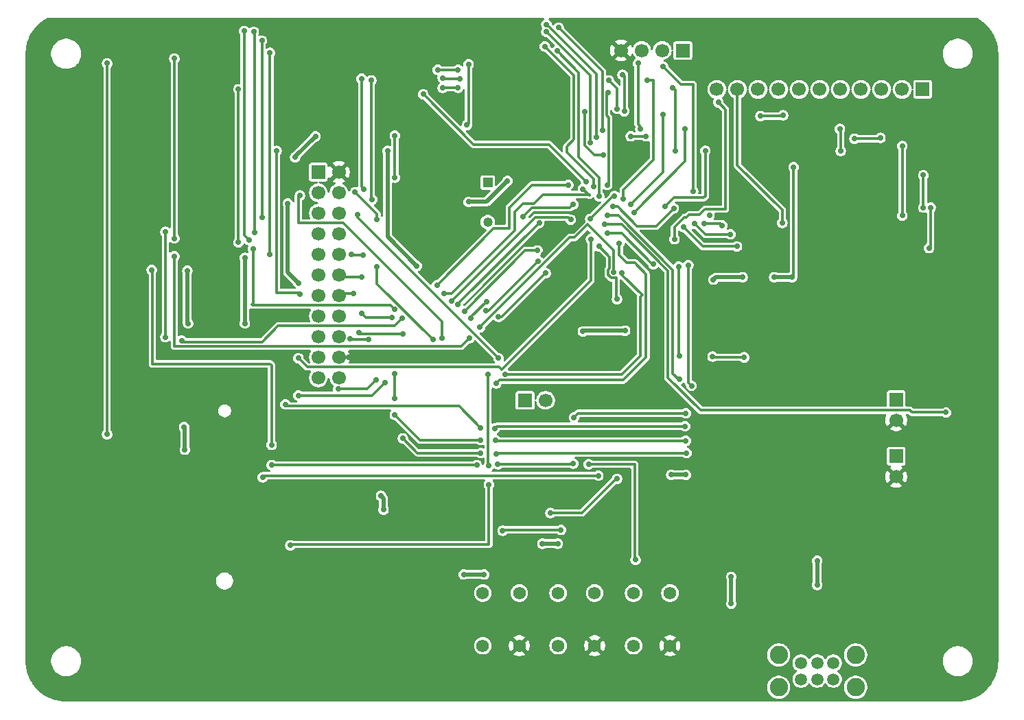
<source format=gbr>
%TF.GenerationSoftware,KiCad,Pcbnew,9.0.4*%
%TF.CreationDate,2025-10-10T21:12:29+02:00*%
%TF.ProjectId,fotoaparat,666f746f-6170-4617-9261-742e6b696361,rev?*%
%TF.SameCoordinates,Original*%
%TF.FileFunction,Copper,L2,Bot*%
%TF.FilePolarity,Positive*%
%FSLAX46Y46*%
G04 Gerber Fmt 4.6, Leading zero omitted, Abs format (unit mm)*
G04 Created by KiCad (PCBNEW 9.0.4) date 2025-10-10 21:12:29*
%MOMM*%
%LPD*%
G01*
G04 APERTURE LIST*
%TA.AperFunction,ComponentPad*%
%ADD10R,1.700000X1.700000*%
%TD*%
%TA.AperFunction,ComponentPad*%
%ADD11C,1.700000*%
%TD*%
%TA.AperFunction,ComponentPad*%
%ADD12C,1.575000*%
%TD*%
%TA.AperFunction,ComponentPad*%
%ADD13C,1.500000*%
%TD*%
%TA.AperFunction,ComponentPad*%
%ADD14C,2.250000*%
%TD*%
%TA.AperFunction,ComponentPad*%
%ADD15R,1.192000X1.192000*%
%TD*%
%TA.AperFunction,ComponentPad*%
%ADD16C,1.192000*%
%TD*%
%TA.AperFunction,ViaPad*%
%ADD17C,0.700000*%
%TD*%
%TA.AperFunction,Conductor*%
%ADD18C,0.300000*%
%TD*%
%TA.AperFunction,Conductor*%
%ADD19C,0.500000*%
%TD*%
G04 APERTURE END LIST*
D10*
%TO.P,Free Pins,1,Pin_1*%
%TO.N,/pb1*%
X192025002Y-68806399D03*
D11*
%TO.P,Free Pins,2,Pin_2*%
%TO.N,/pb0*%
X189485002Y-68806399D03*
%TO.P,Free Pins,3,Pin_3*%
%TO.N,/pa15*%
X186945002Y-68806399D03*
%TO.P,Free Pins,4,Pin_4*%
%TO.N,/pa2*%
X184405002Y-68806399D03*
%TO.P,Free Pins,5,Pin_5*%
%TO.N,/pa8*%
X181865002Y-68806399D03*
%TO.P,Free Pins,6,Pin_6*%
%TO.N,/pa9*%
X179325002Y-68806399D03*
%TO.P,Free Pins,7,Pin_7*%
%TO.N,/pa10*%
X176785002Y-68806399D03*
%TO.P,Free Pins,8,Pin_8*%
%TO.N,/pc10*%
X174245002Y-68806399D03*
%TO.P,Free Pins,9,Pin_9*%
%TO.N,/pd2*%
X171705002Y-68806399D03*
%TO.P,Free Pins,10,Pin_10*%
%TO.N,/pb12*%
X169165002Y-68806399D03*
%TO.P,Free Pins,11,Pin_11*%
%TO.N,/pb14*%
X166625002Y-68806399D03*
%TD*%
%TO.P,TH1,2*%
%TO.N,GND*%
X188750002Y-109646399D03*
D10*
%TO.P,TH1,1*%
%TO.N,Net-(U2-THERM)*%
X188750002Y-107106399D03*
%TD*%
D12*
%TO.P,S2,1,1*%
%TO.N,unconnected-(S2-Pad1)*%
X160850000Y-131000000D03*
%TO.P,S2,2,2*%
%TO.N,unconnected-(S2-Pad2)*%
X156350000Y-131000000D03*
%TO.P,S2,3,3*%
%TO.N,GND*%
X160850000Y-137500000D03*
%TO.P,S2,4,4*%
%TO.N,/sw1*%
X156350000Y-137500000D03*
%TD*%
%TO.P,S4,1,1*%
%TO.N,unconnected-(S4-Pad1)*%
X142250000Y-131000000D03*
%TO.P,S4,2,2*%
%TO.N,unconnected-(S4-Pad2)*%
X137750000Y-131000000D03*
%TO.P,S4,3,3*%
%TO.N,GND*%
X142250000Y-137500000D03*
%TO.P,S4,4,4*%
%TO.N,/sw3*%
X137750000Y-137500000D03*
%TD*%
%TO.P,S3,1,1*%
%TO.N,unconnected-(S3-Pad1)*%
X151550000Y-131000000D03*
%TO.P,S3,2,2*%
%TO.N,unconnected-(S3-Pad2)*%
X147050000Y-131000000D03*
%TO.P,S3,3,3*%
%TO.N,GND*%
X151550000Y-137500000D03*
%TO.P,S3,4,4*%
%TO.N,/sw2*%
X147050000Y-137500000D03*
%TD*%
D10*
%TO.P,+BATT,1,Pin_1*%
%TO.N,+BATT*%
X188750002Y-114106399D03*
D11*
%TO.P,+BATT,2,Pin_2*%
%TO.N,GND*%
X188750002Y-116646399D03*
%TD*%
D13*
%TO.P,S1,1,NC_1*%
%TO.N,unconnected-(S1-NC_1-Pad1)*%
X177000000Y-139637500D03*
%TO.P,S1,2,COM_1*%
%TO.N,+BATT*%
X179000000Y-139637500D03*
%TO.P,S1,3,NO_1*%
%TO.N,Net-(IC1-EN)*%
X181000000Y-139637500D03*
%TO.P,S1,4,NC_2*%
%TO.N,unconnected-(S1-NC_2-Pad4)*%
X177000000Y-141637500D03*
%TO.P,S1,5,COM_2*%
%TO.N,/Backlight Regul\u00E1tor*%
X179000000Y-141637500D03*
%TO.P,S1,6,NO_2*%
%TO.N,Net-(IC3-EN)*%
X181000000Y-141637500D03*
D14*
%TO.P,S1,MH1,MH1*%
%TO.N,unconnected-(S1-PadMH1)*%
X174250000Y-138637500D03*
%TO.P,S1,MH2,MH2*%
%TO.N,unconnected-(S1-PadMH2)*%
X174250000Y-142637500D03*
%TO.P,S1,MH3,MH3*%
%TO.N,unconnected-(S1-PadMH3)*%
X183750000Y-142637500D03*
%TO.P,S1,MH4,MH4*%
%TO.N,unconnected-(S1-PadMH4)*%
X183750000Y-138637500D03*
%TD*%
D15*
%TO.P,Y1,1,1*%
%TO.N,/osc in*%
X138350002Y-80321399D03*
D16*
%TO.P,Y1,2,2*%
%TO.N,/osc out*%
X138350002Y-85201399D03*
%TD*%
D10*
%TO.P,UART TX,1,Pin_1*%
%TO.N,/uart tx*%
X142960000Y-107200000D03*
D11*
%TO.P,UART TX,2,Pin_2*%
%TO.N,/uart rx*%
X145500000Y-107200000D03*
%TD*%
D10*
%TO.P,SWD,1,Pin_1*%
%TO.N,+3.3V*%
X162430002Y-64000000D03*
D11*
%TO.P,SWD,2,Pin_2*%
%TO.N,/swdio*%
X159890002Y-64000000D03*
%TO.P,SWD,3,Pin_3*%
%TO.N,/swclk*%
X157350002Y-64000000D03*
%TO.P,SWD,4,Pin_4*%
%TO.N,GND*%
X154810002Y-64000000D03*
%TD*%
D10*
%TO.P,CAMERA,1,Pin_1*%
%TO.N,+3.3V*%
X117460000Y-79020000D03*
D11*
%TO.P,CAMERA,2,Pin_2*%
%TO.N,GND*%
X120000000Y-79020000D03*
%TO.P,CAMERA,3,Pin_3*%
%TO.N,/I2C_SCL*%
X117460000Y-81560000D03*
%TO.P,CAMERA,4,Pin_4*%
%TO.N,/I2C_SDA*%
X120000000Y-81560000D03*
%TO.P,CAMERA,5,Pin_5*%
%TO.N,/vsync*%
X117460000Y-84100000D03*
%TO.P,CAMERA,6,Pin_6*%
%TO.N,/href*%
X120000000Y-84100000D03*
%TO.P,CAMERA,7,Pin_7*%
%TO.N,/d7*%
X117460000Y-86640000D03*
%TO.P,CAMERA,8,Pin_8*%
%TO.N,/d6*%
X120000000Y-86640000D03*
%TO.P,CAMERA,9,Pin_9*%
%TO.N,/d5*%
X117460000Y-89180000D03*
%TO.P,CAMERA,10,Pin_10*%
%TO.N,/d4*%
X120000000Y-89180000D03*
%TO.P,CAMERA,11,Pin_11*%
%TO.N,/d3*%
X117460000Y-91720000D03*
%TO.P,CAMERA,12,Pin_12*%
%TO.N,/d2*%
X120000000Y-91720000D03*
%TO.P,CAMERA,13,Pin_13*%
%TO.N,/d1*%
X117460000Y-94260000D03*
%TO.P,CAMERA,14,Pin_14*%
%TO.N,/d0*%
X120000000Y-94260000D03*
%TO.P,CAMERA,15,Pin_15*%
%TO.N,+3.3V*%
X117460000Y-96800000D03*
%TO.P,CAMERA,16,Pin_16*%
%TO.N,unconnected-(J7-Pin_16-Pad16)*%
X120000000Y-96800000D03*
%TO.P,CAMERA,17,Pin_17*%
%TO.N,unconnected-(J7-Pin_17-Pad17)*%
X117460000Y-99340000D03*
%TO.P,CAMERA,18,Pin_18*%
%TO.N,/rck*%
X120000000Y-99340000D03*
%TO.P,CAMERA,19,Pin_19*%
%TO.N,/wr*%
X117460000Y-101880000D03*
%TO.P,CAMERA,20,Pin_20*%
%TO.N,GND*%
X120000000Y-101880000D03*
%TO.P,CAMERA,21,Pin_21*%
%TO.N,/wrst*%
X117460000Y-104420000D03*
%TO.P,CAMERA,22,Pin_22*%
%TO.N,/rrst*%
X120000000Y-104420000D03*
%TD*%
D17*
%TO.N,GND*%
X149200000Y-96000000D03*
X145281421Y-89146526D03*
%TO.N,+3.3V*%
X161500000Y-76400000D03*
X161200000Y-68600000D03*
X176100000Y-78400000D03*
X150100000Y-98700000D03*
X155300000Y-98600000D03*
X166200000Y-92300000D03*
X169800000Y-92000000D03*
X175900000Y-92000000D03*
X173700000Y-92000000D03*
%TO.N,/I2C_SDA*%
X126900000Y-74500000D03*
X126900000Y-79700000D03*
%TO.N,GND*%
X120700000Y-70900000D03*
X121900000Y-78900000D03*
%TO.N,+3.3V*%
X129600000Y-90600000D03*
X126000000Y-76400000D03*
X140800000Y-80100000D03*
X136000000Y-82700000D03*
X117100000Y-74600000D03*
X114600000Y-77200000D03*
X115000000Y-92700000D03*
X113700000Y-82900000D03*
X125200000Y-119000000D03*
X125500000Y-120700000D03*
X135400000Y-128700000D03*
X137900000Y-128700000D03*
X145100000Y-124900000D03*
X147000000Y-124900000D03*
X161000000Y-116400000D03*
X162800000Y-116400000D03*
%TO.N,GND*%
X159100000Y-101700000D03*
X148161549Y-101348500D03*
X155800000Y-101200000D03*
X166400000Y-80443899D03*
%TO.N,/Reset*%
X148900000Y-83000000D03*
X142700000Y-84500000D03*
%TO.N,GND*%
X139700000Y-82600000D03*
X104600000Y-82100000D03*
X107500000Y-91600000D03*
X125700000Y-114200000D03*
X123500000Y-101900000D03*
X110200000Y-114100000D03*
X125800000Y-109000000D03*
X121200000Y-101900000D03*
X112900000Y-114000000D03*
%TO.N,+3.3V LCD*%
X100900000Y-110500000D03*
X101000000Y-113300000D03*
X168400000Y-129000000D03*
X168400000Y-132300000D03*
%TO.N,GND*%
X194600000Y-80700000D03*
%TO.N,VBUS*%
X192800000Y-88400000D03*
X193000003Y-83400000D03*
%TO.N,GND*%
X194200000Y-99700000D03*
X184300000Y-96900000D03*
%TO.N,/pb12*%
X162000000Y-101700000D03*
X166100000Y-101800000D03*
X174700000Y-85300000D03*
X161900000Y-90700000D03*
X170000000Y-101900000D03*
%TO.N,/scl*%
X111700000Y-115200000D03*
X111700000Y-112700000D03*
X96900000Y-91100000D03*
X148900000Y-115000000D03*
X163500000Y-105400000D03*
X137000000Y-115200000D03*
X163100000Y-90500000D03*
X162800000Y-108800000D03*
X139600000Y-115100000D03*
X149000000Y-109300000D03*
%TO.N,/pb14*%
X166800000Y-70400000D03*
X161400000Y-87300000D03*
%TO.N,/d0*%
X122500000Y-98800000D03*
X162500000Y-85800000D03*
X127900000Y-99000000D03*
X162900000Y-113700000D03*
X121800000Y-94000000D03*
X127900000Y-111900000D03*
X169100000Y-88200000D03*
X139400000Y-113800000D03*
X137500000Y-113700000D03*
%TO.N,/d1*%
X115200000Y-94100000D03*
X135800000Y-73200000D03*
X158000000Y-67700000D03*
X112300000Y-76400000D03*
X136000000Y-65700000D03*
X155100000Y-82300000D03*
%TO.N,/d2*%
X122800000Y-92000000D03*
X168300000Y-86700000D03*
X139300000Y-112100000D03*
X137500000Y-112100000D03*
X162800000Y-112200000D03*
X163900000Y-85400000D03*
X122800000Y-96500000D03*
X126500000Y-97000000D03*
X126900000Y-109000000D03*
X126900000Y-103900000D03*
X126900000Y-107000000D03*
%TO.N,/d3*%
X139200000Y-110700000D03*
X165100000Y-85400000D03*
X162700000Y-110400000D03*
X113400000Y-107700000D03*
X137500000Y-110600000D03*
X167300000Y-85600000D03*
%TO.N,/pa8*%
X160200000Y-83300000D03*
X181800000Y-73700000D03*
X181900000Y-76400000D03*
X165200000Y-76400000D03*
%TO.N,/pa9*%
X156400000Y-84000000D03*
X162700000Y-73700000D03*
%TO.N,/pa10*%
X160000000Y-71900000D03*
X172000000Y-72100000D03*
X156000000Y-83000000D03*
X174800000Y-72000000D03*
%TO.N,/pa15*%
X186800000Y-74800000D03*
X183600000Y-74900000D03*
X156000000Y-74600000D03*
X157900000Y-74600000D03*
%TO.N,/d4*%
X155200000Y-71500000D03*
X123100000Y-81100000D03*
X122800000Y-67500000D03*
X155000000Y-67000000D03*
X123000000Y-89300000D03*
X121500000Y-89200000D03*
X134700000Y-66400000D03*
X132200000Y-66400000D03*
%TO.N,/rck*%
X123700000Y-99700000D03*
X124100000Y-82400000D03*
X121400000Y-99600000D03*
X124000000Y-67700000D03*
%TO.N,/I2C_SDA*%
X122000000Y-81500000D03*
X124700000Y-84900000D03*
%TO.N,/rck*%
X154300002Y-71200000D03*
X134900000Y-67500000D03*
X153300000Y-67700000D03*
X132800000Y-67400000D03*
%TO.N,/csx*%
X107600000Y-68800000D03*
X134700000Y-68600000D03*
X153200000Y-69200000D03*
X153100000Y-80600000D03*
X107600000Y-87700000D03*
X132800000Y-68600000D03*
%TO.N,/sd miso*%
X150300000Y-71600000D03*
%TO.N,GND*%
X138800000Y-70478050D03*
%TO.N,/sd miso*%
X152600000Y-76900000D03*
X91400000Y-65600000D03*
X91400000Y-111400000D03*
%TO.N,/wrx d{slash}cx*%
X99700000Y-87200000D03*
X146944975Y-64055025D03*
X99700000Y-65000000D03*
X152100000Y-82000000D03*
%TO.N,/d5*%
X111500000Y-64300000D03*
X111500000Y-89200000D03*
X151400000Y-80800000D03*
X145400000Y-63500000D03*
%TO.N,/vsync*%
X110500000Y-62800000D03*
X152500000Y-73900000D03*
X110500000Y-84600000D03*
X147100000Y-61200000D03*
%TO.N,/boot0*%
X150500000Y-80200000D03*
X130400000Y-69400000D03*
%TO.N,/d6*%
X145600000Y-60800000D03*
X108300000Y-61600000D03*
X108900000Y-87400000D03*
X151800000Y-74700000D03*
%TO.N,/d7*%
X109500000Y-61700000D03*
X109600000Y-86500000D03*
X145600000Y-61700000D03*
X151000000Y-75400000D03*
%TO.N,/swclk*%
X156900000Y-65600000D03*
X157200000Y-73700000D03*
%TO.N,/swdio*%
X163700000Y-81386399D03*
X160000000Y-66000000D03*
%TO.N,/rrst*%
X124600000Y-104700000D03*
X148300000Y-80600000D03*
X119900000Y-105800000D03*
X132100000Y-93000000D03*
%TO.N,/wrst*%
X150100000Y-81100000D03*
X125700000Y-105000000D03*
X133000000Y-94000000D03*
X115000000Y-106600000D03*
%TO.N,/Backlight Regul\u00E1tor*%
X153100000Y-84400000D03*
X162000000Y-104600000D03*
%TO.N,/Baterka Nap\u011Bt\u00ED*%
X152800000Y-85500000D03*
X194900000Y-108700000D03*
%TO.N,/pb0*%
X158800000Y-90400000D03*
%TO.N,/sda*%
X133918579Y-94953474D03*
X109400000Y-88500000D03*
X148600000Y-84900000D03*
X126855025Y-95944975D03*
%TO.N,+3.3V LCD*%
X108400000Y-97700000D03*
X108400000Y-89600000D03*
%TO.N,/sdo*%
X98600000Y-99400000D03*
X98600000Y-86400000D03*
%TO.N,/Vled+*%
X101400000Y-97700000D03*
X101300000Y-91200000D03*
%TO.N,/sdo*%
X144700000Y-85300000D03*
X127800000Y-97100000D03*
X134700000Y-95400000D03*
X100600000Y-99841000D03*
%TO.N,/sw1*%
X150800000Y-115100000D03*
X156600000Y-126900000D03*
%TO.N,/uart rx*%
X144500000Y-88700000D03*
X135500000Y-96200000D03*
%TO.N,/uart tx*%
X138200000Y-95000000D03*
X136300000Y-97100000D03*
X139694975Y-96894975D03*
X145500000Y-91500000D03*
%TO.N,/pa2*%
X154000000Y-82000000D03*
X151000000Y-84800000D03*
%TO.N,/sd cs*%
X138100000Y-96100000D03*
X144605025Y-90005025D03*
%TO.N,/I2C_SDA*%
X154899677Y-91486557D03*
X131600000Y-99700000D03*
X124700000Y-90700000D03*
X140500000Y-104000000D03*
%TO.N,/I2C_SCL*%
X139400000Y-105100000D03*
X154600000Y-87800000D03*
X132700000Y-99500000D03*
X115200000Y-81900000D03*
%TO.N,/sw2*%
X154300000Y-94700000D03*
X154300000Y-116900000D03*
%TO.N,/pb0*%
X165700000Y-84400000D03*
X189500000Y-84400000D03*
%TO.N,/rst*%
X137400000Y-98200000D03*
X136100000Y-99500000D03*
X99700000Y-89400000D03*
X153900000Y-91400000D03*
%TO.N,/pb1*%
X192100000Y-79400000D03*
X192100000Y-83400000D03*
X161300000Y-83500000D03*
X153800000Y-83300000D03*
%TO.N,/pb0*%
X153100000Y-86600000D03*
X189500000Y-75800000D03*
%TO.N,/sw3*%
X140200000Y-123300000D03*
X147400000Y-123200000D03*
%TO.N,/sw2*%
X146100000Y-121100000D03*
X152100000Y-88200000D03*
%TO.N,/sd cs*%
X138500000Y-117600000D03*
X138500000Y-115300000D03*
X114000000Y-125100000D03*
X138400000Y-104000000D03*
%TO.N,/wr*%
X115000000Y-102000000D03*
X151100000Y-87300000D03*
%TO.N,/sd clk*%
X152000000Y-116500000D03*
X110600000Y-116700000D03*
%TO.N,/href*%
X139700000Y-102000000D03*
X122300000Y-84300000D03*
%TO.N,GND*%
X153100000Y-64000000D03*
X141900000Y-74800000D03*
%TO.N,+BATT*%
X179000000Y-130000000D03*
X179000000Y-127000000D03*
%TO.N,GND*%
X149100000Y-88400000D03*
X164600000Y-118500000D03*
X155500000Y-88300000D03*
X183100000Y-121400000D03*
X188700000Y-118600000D03*
X173093601Y-90050002D03*
X190700000Y-121000000D03*
X148200000Y-86000000D03*
X191200000Y-109700000D03*
X166700000Y-121400000D03*
X176900000Y-121400000D03*
X176500000Y-113200000D03*
X149200000Y-80200000D03*
X132500000Y-90800000D03*
%TD*%
D18*
%TO.N,+3.3V*%
X161500000Y-68900000D02*
X161200000Y-68600000D01*
X161500000Y-76400000D02*
X161500000Y-68900000D01*
X176100000Y-78400000D02*
X176100000Y-91800000D01*
X176100000Y-91800000D02*
X175900000Y-92000000D01*
D19*
X150200000Y-98600000D02*
X150100000Y-98700000D01*
X155300000Y-98600000D02*
X150200000Y-98600000D01*
X175900000Y-92000000D02*
X173700000Y-92000000D01*
X166500000Y-92000000D02*
X166200000Y-92300000D01*
X169800000Y-92000000D02*
X166500000Y-92000000D01*
D18*
%TO.N,/I2C_SDA*%
X126900000Y-74500000D02*
X126800000Y-74500000D01*
X126900000Y-79700000D02*
X126900000Y-74500000D01*
D19*
%TO.N,+3.3V*%
X126000000Y-76400000D02*
X126000000Y-87000000D01*
X126000000Y-87000000D02*
X129600000Y-90600000D01*
X138200000Y-82700000D02*
X140800000Y-80100000D01*
X136000000Y-82700000D02*
X138200000Y-82700000D01*
X114600000Y-77100000D02*
X117100000Y-74600000D01*
X114600000Y-77200000D02*
X114600000Y-77100000D01*
X115000000Y-92700000D02*
X113700000Y-91400000D01*
X113700000Y-91400000D02*
X113700000Y-82900000D01*
X125500000Y-119300000D02*
X125200000Y-119000000D01*
X125500000Y-120700000D02*
X125500000Y-119300000D01*
X137900000Y-128700000D02*
X135400000Y-128700000D01*
X147000000Y-124900000D02*
X145100000Y-124900000D01*
X162800000Y-116400000D02*
X161000000Y-116400000D01*
%TO.N,GND*%
X148161549Y-101348500D02*
X148310049Y-101200000D01*
X148310049Y-101200000D02*
X155800000Y-101200000D01*
D18*
%TO.N,/Reset*%
X148900000Y-83000000D02*
X148499000Y-83401000D01*
X148499000Y-83401000D02*
X143799000Y-83401000D01*
X143799000Y-83401000D02*
X142700000Y-84500000D01*
%TO.N,/wrst*%
X150100000Y-81100000D02*
X150900000Y-81900000D01*
X150900000Y-81900000D02*
X150900000Y-81800000D01*
X133900000Y-94000000D02*
X133000000Y-94000000D01*
X150900000Y-81800000D02*
X145200000Y-81800000D01*
X145200000Y-81800000D02*
X144100000Y-82900000D01*
X144100000Y-82900000D02*
X142700000Y-82900000D01*
X142700000Y-82900000D02*
X141700000Y-83900000D01*
X141700000Y-83900000D02*
X141700000Y-86200000D01*
X141700000Y-86200000D02*
X133900000Y-94000000D01*
D19*
%TO.N,GND*%
X125800000Y-114100000D02*
X125700000Y-114200000D01*
X121200000Y-101900000D02*
X123500000Y-101900000D01*
X112900000Y-114000000D02*
X110300000Y-114000000D01*
X110300000Y-114000000D02*
X110200000Y-114100000D01*
X125800000Y-109000000D02*
X125800000Y-114100000D01*
%TO.N,+3.3V LCD*%
X168400000Y-129000000D02*
X168400000Y-132300000D01*
X101000000Y-113300000D02*
X101000000Y-110600000D01*
X101000000Y-110600000D02*
X100900000Y-110500000D01*
D18*
%TO.N,VBUS*%
X193000003Y-88199997D02*
X192800000Y-88400000D01*
X193000003Y-83400000D02*
X193000003Y-88199997D01*
%TO.N,/pb12*%
X169165002Y-78165002D02*
X169165002Y-68806399D01*
X166200000Y-101900000D02*
X170000000Y-101900000D01*
X161900000Y-90700000D02*
X161900000Y-101600000D01*
X166100000Y-101800000D02*
X166200000Y-101900000D01*
X161900000Y-101600000D02*
X162000000Y-101700000D01*
X174700000Y-85300000D02*
X174700000Y-83700000D01*
X174700000Y-83700000D02*
X169165002Y-78165002D01*
%TO.N,/scl*%
X111700000Y-112700000D02*
X111700000Y-102900000D01*
X111700000Y-115200000D02*
X111700000Y-115100000D01*
X111500000Y-102700000D02*
X97000000Y-102700000D01*
X97000000Y-102700000D02*
X97000000Y-91200000D01*
X111700000Y-102900000D02*
X111600000Y-102800000D01*
X111600000Y-102800000D02*
X111500000Y-102700000D01*
X97000000Y-91200000D02*
X96900000Y-91100000D01*
X149500000Y-108800000D02*
X149000000Y-109300000D01*
X163100000Y-90500000D02*
X163100000Y-105000000D01*
X148900000Y-115000000D02*
X148800000Y-115100000D01*
X162800000Y-108800000D02*
X149500000Y-108800000D01*
X148800000Y-115100000D02*
X139600000Y-115100000D01*
X137000000Y-115200000D02*
X111700000Y-115200000D01*
X163100000Y-105000000D02*
X163500000Y-105400000D01*
%TO.N,/pb14*%
X161400000Y-87300000D02*
X161400000Y-85800000D01*
X163200000Y-84300000D02*
X163600000Y-84300000D01*
X165200000Y-83600000D02*
X166400000Y-83600000D01*
X164500000Y-84300000D02*
X165100000Y-83700000D01*
X166400000Y-83600000D02*
X167700000Y-83600000D01*
X165100000Y-83700000D02*
X165200000Y-83600000D01*
X162600000Y-84600000D02*
X162900000Y-84600000D01*
X167700000Y-83600000D02*
X167700000Y-71300000D01*
X163600000Y-84300000D02*
X164500000Y-84300000D01*
X167700000Y-71300000D02*
X166800000Y-70400000D01*
X161400000Y-85800000D02*
X161900000Y-85300000D01*
X162900000Y-84600000D02*
X163200000Y-84300000D01*
X161900000Y-85300000D02*
X162600000Y-84600000D01*
%TO.N,/d0*%
X162500000Y-85800000D02*
X164900000Y-88200000D01*
X122700000Y-99000000D02*
X122500000Y-98800000D01*
X120260000Y-94000000D02*
X120000000Y-94260000D01*
X137500000Y-113700000D02*
X129700000Y-113700000D01*
X162900000Y-113700000D02*
X139500000Y-113700000D01*
X129700000Y-113700000D02*
X127900000Y-111900000D01*
X127900000Y-99000000D02*
X122700000Y-99000000D01*
X164900000Y-88200000D02*
X169100000Y-88200000D01*
X139500000Y-113700000D02*
X139400000Y-113800000D01*
X121800000Y-94000000D02*
X120260000Y-94000000D01*
%TO.N,/d1*%
X115000000Y-93900000D02*
X115200000Y-94100000D01*
X112300000Y-93900000D02*
X115000000Y-93900000D01*
X136000000Y-73000000D02*
X135800000Y-73200000D01*
X112300000Y-76400000D02*
X112300000Y-93900000D01*
X155100000Y-82300000D02*
X155100000Y-81200000D01*
X155100000Y-81200000D02*
X158300000Y-78000000D01*
X136000000Y-65700000D02*
X136000000Y-73000000D01*
X158300000Y-78000000D02*
X158800000Y-77500000D01*
X158800000Y-67700000D02*
X158000000Y-67700000D01*
X158800000Y-77500000D02*
X158800000Y-67700000D01*
%TO.N,/d2*%
X130000000Y-112100000D02*
X126900000Y-109000000D01*
X162800000Y-112200000D02*
X139400000Y-112200000D01*
X137500000Y-112100000D02*
X130000000Y-112100000D01*
X126900000Y-107000000D02*
X126900000Y-103900000D01*
X126500000Y-97000000D02*
X123300000Y-97000000D01*
X163900000Y-85400000D02*
X165200000Y-86700000D01*
X122800000Y-92000000D02*
X120280000Y-92000000D01*
X165200000Y-86700000D02*
X168300000Y-86700000D01*
X123300000Y-97000000D02*
X122800000Y-96500000D01*
X139400000Y-112200000D02*
X139300000Y-112100000D01*
X120280000Y-92000000D02*
X120000000Y-91720000D01*
%TO.N,/d3*%
X165100000Y-85400000D02*
X167100000Y-85400000D01*
X139500000Y-110400000D02*
X139200000Y-110700000D01*
X137500000Y-110600000D02*
X134800000Y-107900000D01*
X124900000Y-107900000D02*
X113600000Y-107900000D01*
X113600000Y-107900000D02*
X113400000Y-107700000D01*
X167100000Y-85400000D02*
X167300000Y-85600000D01*
X134800000Y-107900000D02*
X124900000Y-107900000D01*
X162700000Y-110400000D02*
X139500000Y-110400000D01*
%TO.N,/pa8*%
X165000000Y-82200000D02*
X165200000Y-82000000D01*
X165200000Y-82000000D02*
X165200000Y-76400000D01*
X161300000Y-82200000D02*
X165000000Y-82200000D01*
X181900000Y-76400000D02*
X181900000Y-73800000D01*
X181900000Y-73800000D02*
X181800000Y-73700000D01*
X160200000Y-83300000D02*
X161300000Y-82200000D01*
%TO.N,/pa9*%
X162700000Y-77700000D02*
X162700000Y-73700000D01*
X156400000Y-84000000D02*
X162700000Y-77700000D01*
%TO.N,/pa10*%
X156000000Y-83000000D02*
X160000000Y-79000000D01*
X174700000Y-72100000D02*
X174800000Y-72000000D01*
X172000000Y-72100000D02*
X174700000Y-72100000D01*
X160000000Y-79000000D02*
X160000000Y-71900000D01*
%TO.N,/pa15*%
X186700000Y-74900000D02*
X186800000Y-74800000D01*
X156000000Y-74600000D02*
X157900000Y-74600000D01*
X183600000Y-74900000D02*
X186700000Y-74900000D01*
%TO.N,/swclk*%
X157200000Y-73700000D02*
X157200000Y-73400000D01*
X157200000Y-73400000D02*
X156900000Y-73100000D01*
X156900000Y-73100000D02*
X156900000Y-65600000D01*
%TO.N,/d4*%
X155200000Y-71500000D02*
X155200000Y-67200000D01*
X134700000Y-66400000D02*
X132200000Y-66400000D01*
X122800000Y-67500000D02*
X122800000Y-80800000D01*
X155200000Y-67200000D02*
X155000000Y-67000000D01*
X121600000Y-89300000D02*
X121500000Y-89200000D01*
X122800000Y-80800000D02*
X123100000Y-81100000D01*
X123000000Y-89300000D02*
X121600000Y-89300000D01*
%TO.N,/rck*%
X123700000Y-99700000D02*
X121500000Y-99700000D01*
X124000000Y-82300000D02*
X124100000Y-82400000D01*
X124000000Y-67700000D02*
X124000000Y-82300000D01*
X121500000Y-99700000D02*
X121400000Y-99600000D01*
%TO.N,/I2C_SDA*%
X124700000Y-84200000D02*
X122000000Y-81500000D01*
X124700000Y-84900000D02*
X124700000Y-84200000D01*
%TO.N,/rck*%
X132900000Y-67500000D02*
X132800000Y-67400000D01*
X154300002Y-71200000D02*
X154300002Y-68700002D01*
X134900000Y-67500000D02*
X132900000Y-67500000D01*
X154300002Y-68700002D02*
X153300000Y-67700000D01*
%TO.N,/csx*%
X153100000Y-80600000D02*
X153301000Y-80399000D01*
X153301000Y-80399000D02*
X153301000Y-72301000D01*
X153000000Y-69400000D02*
X153200000Y-69200000D01*
X153301000Y-72301000D02*
X153000000Y-72000000D01*
X153000000Y-72000000D02*
X153000000Y-69400000D01*
X134700000Y-68600000D02*
X132800000Y-68600000D01*
X107600000Y-68800000D02*
X107600000Y-87700000D01*
%TO.N,/sd miso*%
X150300000Y-75691364D02*
X150300000Y-71600000D01*
D19*
%TO.N,GND*%
X138800000Y-72100000D02*
X138800000Y-70478050D01*
X141500000Y-74800000D02*
X141900000Y-74800000D01*
X138800000Y-72100000D02*
X141500000Y-74800000D01*
D18*
%TO.N,/sd miso*%
X152600000Y-76900000D02*
X151508636Y-76900000D01*
X91400000Y-65600000D02*
X91400000Y-111400000D01*
X151508636Y-76900000D02*
X150300000Y-75691364D01*
%TO.N,/wrx d{slash}cx*%
X152100000Y-82000000D02*
X152100000Y-79700000D01*
X152100000Y-79700000D02*
X149600000Y-77200000D01*
X149600000Y-77200000D02*
X149600000Y-66710050D01*
X149600000Y-66710050D02*
X146944975Y-64055025D01*
X99700000Y-65000000D02*
X99700000Y-87200000D01*
%TO.N,/d5*%
X111500000Y-64300000D02*
X111500000Y-89200000D01*
%TO.N,/vsync*%
X110500000Y-62800000D02*
X110500000Y-84600000D01*
X152500000Y-73900000D02*
X152500000Y-66600000D01*
X152500000Y-66600000D02*
X147100000Y-61200000D01*
%TO.N,/boot0*%
X143200000Y-75600000D02*
X136600000Y-75600000D01*
X136600000Y-75600000D02*
X130400000Y-69400000D01*
X150500000Y-80200000D02*
X145900000Y-75600000D01*
X145900000Y-75600000D02*
X143200000Y-75600000D01*
%TO.N,/d6*%
X151800000Y-66908636D02*
X145691364Y-60800000D01*
X151800000Y-74700000D02*
X151800000Y-66908636D01*
X108300000Y-61600000D02*
X108300000Y-86800000D01*
X108300000Y-86800000D02*
X108900000Y-87400000D01*
X145691364Y-60800000D02*
X145600000Y-60800000D01*
%TO.N,/d7*%
X151000000Y-67100000D02*
X145600000Y-61700000D01*
X109500000Y-61700000D02*
X109600000Y-61800000D01*
X109600000Y-61800000D02*
X109600000Y-86500000D01*
X151000000Y-75400000D02*
X151000000Y-67100000D01*
%TO.N,/swdio*%
X162200000Y-68200000D02*
X160000000Y-66000000D01*
X163700000Y-68200000D02*
X162200000Y-68200000D01*
X163700000Y-81386399D02*
X163700000Y-68200000D01*
%TO.N,/rrst*%
X124600000Y-104700000D02*
X123500000Y-105800000D01*
X141000000Y-83400000D02*
X141000000Y-86000000D01*
X141000000Y-86000000D02*
X139100000Y-86000000D01*
X139100000Y-86000000D02*
X132100000Y-93000000D01*
X143800000Y-80600000D02*
X141400000Y-83000000D01*
X123500000Y-105800000D02*
X119900000Y-105800000D01*
X148300000Y-80600000D02*
X143800000Y-80600000D01*
X141400000Y-83000000D02*
X141000000Y-83400000D01*
%TO.N,/wrst*%
X124100000Y-106600000D02*
X115000000Y-106600000D01*
X125700000Y-105000000D02*
X124100000Y-106600000D01*
%TO.N,/Backlight Regul\u00E1tor*%
X161200000Y-91100116D02*
X161200000Y-103900000D01*
X161200000Y-103900000D02*
X161900000Y-104600000D01*
X154499884Y-84400000D02*
X161200000Y-91100116D01*
X161900000Y-104600000D02*
X162000000Y-104600000D01*
X153100000Y-84400000D02*
X154499884Y-84400000D01*
%TO.N,/Baterka Nap\u011Bt\u00ED*%
X160600000Y-91208636D02*
X160600000Y-104400000D01*
X190500000Y-108500000D02*
X190700000Y-108700000D01*
X154891364Y-85500000D02*
X160600000Y-91208636D01*
X152800000Y-85500000D02*
X154891364Y-85500000D01*
X160600000Y-104400000D02*
X164645399Y-108445399D01*
X190700000Y-108700000D02*
X194900000Y-108700000D01*
X164645399Y-108445399D02*
X190445399Y-108445399D01*
X190445399Y-108445399D02*
X190500000Y-108500000D01*
%TO.N,/pb1*%
X153800000Y-83300000D02*
X154400000Y-83300000D01*
X159100000Y-85700000D02*
X161300000Y-83500000D01*
X154400000Y-83300000D02*
X156800000Y-85700000D01*
X156800000Y-85700000D02*
X159100000Y-85700000D01*
%TO.N,/pb0*%
X158800000Y-90500000D02*
X158800000Y-90400000D01*
%TO.N,/sda*%
X148299000Y-84599000D02*
X144273053Y-84599000D01*
X109361000Y-95461000D02*
X109300000Y-95400000D01*
X126371050Y-95461000D02*
X109361000Y-95461000D01*
X109300000Y-95400000D02*
X109378000Y-95400000D01*
X148600000Y-84900000D02*
X148299000Y-84599000D01*
X109378000Y-95400000D02*
X109400000Y-95378000D01*
X109400000Y-95378000D02*
X109400000Y-88500000D01*
X126855025Y-95944975D02*
X126371050Y-95461000D01*
X144273053Y-84599000D02*
X133918579Y-94953474D01*
D19*
%TO.N,+3.3V LCD*%
X108400000Y-89600000D02*
X108400000Y-97700000D01*
D18*
%TO.N,/sdo*%
X98600000Y-99400000D02*
X98600000Y-86400000D01*
D19*
%TO.N,/Vled+*%
X101300000Y-91200000D02*
X101300000Y-97600000D01*
X101300000Y-97600000D02*
X101400000Y-97700000D01*
D18*
%TO.N,/sdo*%
X100759000Y-100000000D02*
X100600000Y-99841000D01*
X112499000Y-98001000D02*
X110500000Y-100000000D01*
X127800000Y-97100000D02*
X126899000Y-98001000D01*
X110500000Y-100000000D02*
X100759000Y-100000000D01*
X134700000Y-95300000D02*
X134700000Y-95400000D01*
X126899000Y-98001000D02*
X112499000Y-98001000D01*
X144700000Y-85300000D02*
X134700000Y-95300000D01*
%TO.N,/sw1*%
X156500000Y-126800000D02*
X156600000Y-126900000D01*
X150800000Y-115100000D02*
X156500000Y-115100000D01*
X156500000Y-115100000D02*
X156500000Y-126800000D01*
%TO.N,/uart rx*%
X143000000Y-88700000D02*
X135500000Y-96200000D01*
X144500000Y-88700000D02*
X143000000Y-88700000D01*
%TO.N,/uart tx*%
X145500000Y-91500000D02*
X140105025Y-96894975D01*
X138200000Y-95000000D02*
X136300000Y-96900000D01*
X136300000Y-96900000D02*
X136300000Y-97100000D01*
X140105025Y-96894975D02*
X139694975Y-96894975D01*
%TO.N,/pa2*%
X153800000Y-82000000D02*
X154000000Y-82000000D01*
X151000000Y-84800000D02*
X153800000Y-82000000D01*
%TO.N,/sd cs*%
X138510050Y-96100000D02*
X138100000Y-96100000D01*
X144605025Y-90005025D02*
X138510050Y-96100000D01*
%TO.N,/I2C_SDA*%
X154900000Y-104000000D02*
X154200000Y-104000000D01*
X154899677Y-91486557D02*
X154899677Y-91699677D01*
X157200000Y-94400000D02*
X157200000Y-101700000D01*
X157400000Y-94200000D02*
X157200000Y-94400000D01*
X154899677Y-91699677D02*
X157400000Y-94200000D01*
X157200000Y-101700000D02*
X154900000Y-104000000D01*
X131600000Y-99700000D02*
X124700000Y-92800000D01*
X124700000Y-92800000D02*
X124700000Y-90700000D01*
X154200000Y-104000000D02*
X140500000Y-104000000D01*
%TO.N,/I2C_SCL*%
X132700000Y-99500000D02*
X132700000Y-97503529D01*
X157900000Y-101900000D02*
X155100000Y-104700000D01*
X115000000Y-85300000D02*
X115000000Y-82100000D01*
X155500000Y-90200000D02*
X156500000Y-90200000D01*
X157900000Y-91600000D02*
X157900000Y-96100000D01*
X139800000Y-104700000D02*
X139400000Y-105100000D01*
X155300000Y-90000000D02*
X155500000Y-90200000D01*
X132700000Y-97503529D02*
X120496471Y-85300000D01*
X115000000Y-82100000D02*
X115200000Y-81900000D01*
X157900000Y-96100000D02*
X157900000Y-101900000D01*
X156500000Y-90200000D02*
X157900000Y-91600000D01*
X154600000Y-87800000D02*
X154600000Y-89300000D01*
X154600000Y-89300000D02*
X155300000Y-90000000D01*
X155100000Y-104700000D02*
X139800000Y-104700000D01*
X120496471Y-85300000D02*
X115000000Y-85300000D01*
%TO.N,/sw2*%
X154200000Y-94600000D02*
X154300000Y-94700000D01*
X154200000Y-92091364D02*
X154200000Y-94600000D01*
X152100000Y-88200000D02*
X153399000Y-89499000D01*
X153399000Y-89499000D02*
X153399000Y-90909636D01*
X153399000Y-90909636D02*
X153199000Y-91109636D01*
X153199000Y-91109636D02*
X153199000Y-91690364D01*
X153199000Y-91690364D02*
X153609636Y-92101000D01*
X153609636Y-92101000D02*
X154190364Y-92101000D01*
X154190364Y-92101000D02*
X154200000Y-92091364D01*
X154200000Y-116900000D02*
X150000000Y-121100000D01*
X150000000Y-121100000D02*
X146100000Y-121100000D01*
%TO.N,/rst*%
X153900000Y-88700000D02*
X150700000Y-85500000D01*
X136100000Y-99500000D02*
X135059000Y-100541000D01*
X135059000Y-100541000D02*
X99741000Y-100541000D01*
X99741000Y-100541000D02*
X99700000Y-100500000D01*
X149100000Y-87100000D02*
X148500000Y-87100000D01*
X99700000Y-100500000D02*
X99700000Y-89400000D01*
X148500000Y-87100000D02*
X137400000Y-98200000D01*
X153900000Y-91400000D02*
X153900000Y-88700000D01*
X150700000Y-85500000D02*
X149100000Y-87100000D01*
%TO.N,/pb1*%
X192100000Y-83400000D02*
X192100000Y-79400000D01*
%TO.N,/pb0*%
X153100000Y-86600000D02*
X154900000Y-86600000D01*
X154900000Y-86600000D02*
X158800000Y-90500000D01*
X189500000Y-84400000D02*
X189500000Y-75800000D01*
%TO.N,/sw3*%
X140300000Y-123200000D02*
X140200000Y-123300000D01*
X147400000Y-123200000D02*
X140300000Y-123200000D01*
%TO.N,/sd cs*%
X138500000Y-125000000D02*
X114100000Y-125000000D01*
X138400000Y-104000000D02*
X138400000Y-115200000D01*
X138400000Y-115200000D02*
X138500000Y-115300000D01*
X114100000Y-125000000D02*
X114000000Y-125100000D01*
X138500000Y-117600000D02*
X138500000Y-125000000D01*
%TO.N,/wr*%
X151100000Y-92400000D02*
X140100000Y-103400000D01*
X151100000Y-87300000D02*
X151100000Y-92400000D01*
X140100000Y-103400000D02*
X139781000Y-103081000D01*
X139781000Y-103081000D02*
X116081000Y-103081000D01*
X116081000Y-103081000D02*
X115000000Y-102000000D01*
%TO.N,/sd clk*%
X110800000Y-116500000D02*
X110600000Y-116700000D01*
X152000000Y-116500000D02*
X110800000Y-116500000D01*
%TO.N,/href*%
X139700000Y-102000000D02*
X122300000Y-84600000D01*
X122300000Y-84600000D02*
X122300000Y-84300000D01*
D19*
%TO.N,+BATT*%
X179000000Y-127000000D02*
X179000000Y-130000000D01*
D18*
%TO.N,/d5*%
X149000000Y-67100000D02*
X145400000Y-63500000D01*
X148100000Y-75900000D02*
X149000000Y-75000000D01*
X151400000Y-79900000D02*
X148100000Y-76600000D01*
X149000000Y-75000000D02*
X149000000Y-67100000D01*
X148100000Y-76600000D02*
X148100000Y-75900000D01*
X151400000Y-80800000D02*
X151400000Y-79900000D01*
%TD*%
%TA.AperFunction,Conductor*%
%TO.N,GND*%
G36*
X145284682Y-60019685D02*
G01*
X145330437Y-60072489D01*
X145340381Y-60141647D01*
X145311356Y-60205203D01*
X145286534Y-60227102D01*
X145185331Y-60294723D01*
X145185327Y-60294726D01*
X145094726Y-60385327D01*
X145094723Y-60385331D01*
X145023538Y-60491866D01*
X145023533Y-60491875D01*
X144974499Y-60610255D01*
X144974497Y-60610261D01*
X144949500Y-60735928D01*
X144949500Y-60735931D01*
X144949500Y-60864069D01*
X144949500Y-60864071D01*
X144949499Y-60864071D01*
X144974497Y-60989738D01*
X144974499Y-60989744D01*
X145023533Y-61108124D01*
X145023541Y-61108138D01*
X145072299Y-61181110D01*
X145093177Y-61247787D01*
X145074692Y-61315167D01*
X145072299Y-61318890D01*
X145023541Y-61391861D01*
X145023533Y-61391875D01*
X144974499Y-61510255D01*
X144974497Y-61510261D01*
X144949500Y-61635928D01*
X144949500Y-61635931D01*
X144949500Y-61764069D01*
X144949500Y-61764071D01*
X144949499Y-61764071D01*
X144974497Y-61889738D01*
X144974499Y-61889744D01*
X145023533Y-62008124D01*
X145023538Y-62008133D01*
X145094723Y-62114668D01*
X145094726Y-62114672D01*
X145185327Y-62205273D01*
X145185331Y-62205276D01*
X145291866Y-62276461D01*
X145291872Y-62276464D01*
X145291873Y-62276465D01*
X145410256Y-62325501D01*
X145410260Y-62325501D01*
X145410261Y-62325502D01*
X145535928Y-62350500D01*
X145535931Y-62350500D01*
X145562035Y-62350500D01*
X145629074Y-62370185D01*
X145649716Y-62386819D01*
X146592716Y-63329819D01*
X146626201Y-63391142D01*
X146621217Y-63460834D01*
X146579345Y-63516767D01*
X146573927Y-63520602D01*
X146530302Y-63549751D01*
X146439701Y-63640352D01*
X146439696Y-63640358D01*
X146418602Y-63671928D01*
X146402436Y-63685437D01*
X146389811Y-63702303D01*
X146376165Y-63707392D01*
X146364990Y-63716732D01*
X146344086Y-63719357D01*
X146324347Y-63726720D01*
X146310115Y-63723624D01*
X146295665Y-63725439D01*
X146276659Y-63716346D01*
X146256074Y-63711868D01*
X146236192Y-63696984D01*
X146232637Y-63695284D01*
X146227845Y-63690742D01*
X146086816Y-63549713D01*
X146053334Y-63488392D01*
X146050500Y-63462034D01*
X146050500Y-63435928D01*
X146025502Y-63310261D01*
X146025501Y-63310260D01*
X146025501Y-63310256D01*
X145982884Y-63207369D01*
X145976466Y-63191875D01*
X145976461Y-63191866D01*
X145905276Y-63085331D01*
X145905273Y-63085327D01*
X145814672Y-62994726D01*
X145814668Y-62994723D01*
X145708133Y-62923538D01*
X145708124Y-62923533D01*
X145589744Y-62874499D01*
X145589738Y-62874497D01*
X145464071Y-62849500D01*
X145464069Y-62849500D01*
X145335931Y-62849500D01*
X145335929Y-62849500D01*
X145210261Y-62874497D01*
X145210255Y-62874499D01*
X145091875Y-62923533D01*
X145091866Y-62923538D01*
X144985331Y-62994723D01*
X144985327Y-62994726D01*
X144894726Y-63085327D01*
X144894723Y-63085331D01*
X144823538Y-63191866D01*
X144823533Y-63191875D01*
X144774499Y-63310255D01*
X144774497Y-63310261D01*
X144749500Y-63435928D01*
X144749500Y-63435931D01*
X144749500Y-63564069D01*
X144749500Y-63564071D01*
X144749499Y-63564071D01*
X144774497Y-63689738D01*
X144774499Y-63689744D01*
X144823533Y-63808124D01*
X144823538Y-63808133D01*
X144894723Y-63914668D01*
X144894726Y-63914672D01*
X144985327Y-64005273D01*
X144985331Y-64005276D01*
X145091866Y-64076461D01*
X145091875Y-64076466D01*
X145118692Y-64087574D01*
X145210256Y-64125501D01*
X145210260Y-64125501D01*
X145210261Y-64125502D01*
X145335928Y-64150500D01*
X145335931Y-64150500D01*
X145362035Y-64150500D01*
X145429074Y-64170185D01*
X145449716Y-64186819D01*
X148513181Y-67250284D01*
X148546666Y-67311607D01*
X148549500Y-67337965D01*
X148549500Y-74762035D01*
X148529815Y-74829074D01*
X148513181Y-74849716D01*
X147739513Y-75623383D01*
X147739511Y-75623386D01*
X147680199Y-75726114D01*
X147676295Y-75740689D01*
X147676295Y-75740690D01*
X147649500Y-75840691D01*
X147649500Y-76413035D01*
X147629815Y-76480074D01*
X147577011Y-76525829D01*
X147507853Y-76535773D01*
X147444297Y-76506748D01*
X147437819Y-76500716D01*
X146176616Y-75239513D01*
X146176614Y-75239511D01*
X146088996Y-75188924D01*
X146073888Y-75180201D01*
X146059955Y-75176468D01*
X146049673Y-75173713D01*
X146049670Y-75173712D01*
X146011478Y-75163478D01*
X145959309Y-75149500D01*
X145959308Y-75149500D01*
X136837965Y-75149500D01*
X136770926Y-75129815D01*
X136750284Y-75113181D01*
X135699284Y-74062181D01*
X135665799Y-74000858D01*
X135670783Y-73931166D01*
X135712655Y-73875233D01*
X135778119Y-73850816D01*
X135786965Y-73850500D01*
X135864071Y-73850500D01*
X135948615Y-73833682D01*
X135989744Y-73825501D01*
X136108127Y-73776465D01*
X136214669Y-73705276D01*
X136305276Y-73614669D01*
X136376465Y-73508127D01*
X136425501Y-73389744D01*
X136441174Y-73310955D01*
X136450500Y-73264071D01*
X136450500Y-73135927D01*
X136447394Y-73120316D01*
X136449236Y-73064022D01*
X136450500Y-73059309D01*
X136450500Y-66220807D01*
X136470185Y-66153768D01*
X136486821Y-66133124D01*
X136505274Y-66114671D01*
X136505276Y-66114669D01*
X136576465Y-66008127D01*
X136625501Y-65889744D01*
X136638672Y-65823533D01*
X136650500Y-65764071D01*
X136650500Y-65635928D01*
X136625502Y-65510261D01*
X136625501Y-65510260D01*
X136625501Y-65510256D01*
X136576465Y-65391873D01*
X136576464Y-65391872D01*
X136576461Y-65391866D01*
X136505276Y-65285331D01*
X136505273Y-65285327D01*
X136414672Y-65194726D01*
X136414668Y-65194723D01*
X136308133Y-65123538D01*
X136308124Y-65123533D01*
X136189744Y-65074499D01*
X136189738Y-65074497D01*
X136064071Y-65049500D01*
X136064069Y-65049500D01*
X135935931Y-65049500D01*
X135935929Y-65049500D01*
X135810261Y-65074497D01*
X135810255Y-65074499D01*
X135691875Y-65123533D01*
X135691866Y-65123538D01*
X135585331Y-65194723D01*
X135585327Y-65194726D01*
X135494726Y-65285327D01*
X135494723Y-65285331D01*
X135423538Y-65391866D01*
X135423533Y-65391875D01*
X135374499Y-65510255D01*
X135374497Y-65510261D01*
X135349500Y-65635928D01*
X135349500Y-65635931D01*
X135349500Y-65764069D01*
X135349500Y-65764071D01*
X135349499Y-65764071D01*
X135360503Y-65819386D01*
X135354276Y-65888978D01*
X135311413Y-65944155D01*
X135245524Y-65967400D01*
X135177526Y-65951332D01*
X135151205Y-65931259D01*
X135114672Y-65894726D01*
X135114668Y-65894723D01*
X135008133Y-65823538D01*
X135008124Y-65823533D01*
X134889744Y-65774499D01*
X134889738Y-65774497D01*
X134764071Y-65749500D01*
X134764069Y-65749500D01*
X134635931Y-65749500D01*
X134635929Y-65749500D01*
X134510261Y-65774497D01*
X134510255Y-65774499D01*
X134391875Y-65823533D01*
X134391866Y-65823538D01*
X134285331Y-65894723D01*
X134285327Y-65894726D01*
X134266873Y-65913181D01*
X134205550Y-65946666D01*
X134179192Y-65949500D01*
X132720808Y-65949500D01*
X132653769Y-65929815D01*
X132633127Y-65913181D01*
X132614672Y-65894726D01*
X132614668Y-65894723D01*
X132508133Y-65823538D01*
X132508124Y-65823533D01*
X132389744Y-65774499D01*
X132389738Y-65774497D01*
X132264071Y-65749500D01*
X132264069Y-65749500D01*
X132135931Y-65749500D01*
X132135929Y-65749500D01*
X132010261Y-65774497D01*
X132010255Y-65774499D01*
X131891875Y-65823533D01*
X131891866Y-65823538D01*
X131785331Y-65894723D01*
X131785327Y-65894726D01*
X131694726Y-65985327D01*
X131694723Y-65985331D01*
X131623538Y-66091866D01*
X131623533Y-66091875D01*
X131574499Y-66210255D01*
X131574497Y-66210261D01*
X131549500Y-66335928D01*
X131549500Y-66335931D01*
X131549500Y-66464069D01*
X131549500Y-66464071D01*
X131549499Y-66464071D01*
X131574497Y-66589738D01*
X131574499Y-66589744D01*
X131623533Y-66708124D01*
X131623538Y-66708133D01*
X131694723Y-66814668D01*
X131694726Y-66814672D01*
X131785327Y-66905273D01*
X131785331Y-66905276D01*
X131891866Y-66976461D01*
X131891872Y-66976464D01*
X131891873Y-66976465D01*
X132010256Y-67025501D01*
X132063858Y-67036163D01*
X132084507Y-67040271D01*
X132146418Y-67072656D01*
X132180992Y-67133371D01*
X132177253Y-67203141D01*
X132174884Y-67209323D01*
X132174503Y-67210242D01*
X132174497Y-67210261D01*
X132149500Y-67335928D01*
X132149500Y-67335931D01*
X132149500Y-67464069D01*
X132149500Y-67464071D01*
X132149499Y-67464071D01*
X132174497Y-67589738D01*
X132174499Y-67589744D01*
X132223533Y-67708124D01*
X132223538Y-67708133D01*
X132294723Y-67814668D01*
X132294726Y-67814672D01*
X132389638Y-67909584D01*
X132388461Y-67910760D01*
X132423292Y-67961903D01*
X132425156Y-68031748D01*
X132389631Y-68090409D01*
X132389638Y-68090416D01*
X132389610Y-68090443D01*
X132388963Y-68091513D01*
X132385803Y-68094250D01*
X132294726Y-68185327D01*
X132294723Y-68185331D01*
X132223538Y-68291866D01*
X132223533Y-68291875D01*
X132174499Y-68410255D01*
X132174497Y-68410261D01*
X132149500Y-68535928D01*
X132149500Y-68535931D01*
X132149500Y-68664069D01*
X132149500Y-68664071D01*
X132149499Y-68664071D01*
X132174497Y-68789738D01*
X132174499Y-68789744D01*
X132223533Y-68908124D01*
X132223538Y-68908133D01*
X132294723Y-69014668D01*
X132294726Y-69014672D01*
X132385327Y-69105273D01*
X132385331Y-69105276D01*
X132491866Y-69176461D01*
X132491872Y-69176464D01*
X132491873Y-69176465D01*
X132610256Y-69225501D01*
X132610260Y-69225501D01*
X132610261Y-69225502D01*
X132735928Y-69250500D01*
X132735931Y-69250500D01*
X132864071Y-69250500D01*
X132951422Y-69233124D01*
X132989744Y-69225501D01*
X133108127Y-69176465D01*
X133214669Y-69105276D01*
X133214672Y-69105273D01*
X133233127Y-69086819D01*
X133294450Y-69053334D01*
X133320808Y-69050500D01*
X134179192Y-69050500D01*
X134246231Y-69070185D01*
X134266873Y-69086819D01*
X134285327Y-69105273D01*
X134285331Y-69105276D01*
X134391866Y-69176461D01*
X134391872Y-69176464D01*
X134391873Y-69176465D01*
X134510256Y-69225501D01*
X134510260Y-69225501D01*
X134510261Y-69225502D01*
X134635928Y-69250500D01*
X134635931Y-69250500D01*
X134764071Y-69250500D01*
X134851422Y-69233124D01*
X134889744Y-69225501D01*
X135008127Y-69176465D01*
X135114669Y-69105276D01*
X135205276Y-69014669D01*
X135276465Y-68908127D01*
X135285380Y-68886605D01*
X135310939Y-68824900D01*
X135354780Y-68770496D01*
X135421074Y-68748431D01*
X135488773Y-68765710D01*
X135536384Y-68816847D01*
X135549500Y-68872352D01*
X135549500Y-72518749D01*
X135529815Y-72585788D01*
X135494391Y-72621851D01*
X135385331Y-72694723D01*
X135385327Y-72694726D01*
X135294726Y-72785327D01*
X135294723Y-72785331D01*
X135223538Y-72891866D01*
X135223533Y-72891875D01*
X135174499Y-73010255D01*
X135174497Y-73010261D01*
X135149500Y-73135928D01*
X135149500Y-73213035D01*
X135129815Y-73280074D01*
X135077011Y-73325829D01*
X135007853Y-73335773D01*
X134944297Y-73306748D01*
X134937819Y-73300716D01*
X131086819Y-69449716D01*
X131053334Y-69388393D01*
X131050500Y-69362035D01*
X131050500Y-69335928D01*
X131025502Y-69210261D01*
X131025501Y-69210260D01*
X131025501Y-69210256D01*
X130982017Y-69105276D01*
X130976466Y-69091875D01*
X130976461Y-69091866D01*
X130905276Y-68985331D01*
X130905273Y-68985327D01*
X130814672Y-68894726D01*
X130814668Y-68894723D01*
X130708133Y-68823538D01*
X130708124Y-68823533D01*
X130589744Y-68774499D01*
X130589738Y-68774497D01*
X130464071Y-68749500D01*
X130464069Y-68749500D01*
X130335931Y-68749500D01*
X130335929Y-68749500D01*
X130210261Y-68774497D01*
X130210255Y-68774499D01*
X130091875Y-68823533D01*
X130091866Y-68823538D01*
X129985331Y-68894723D01*
X129985327Y-68894726D01*
X129894726Y-68985327D01*
X129894723Y-68985331D01*
X129823538Y-69091866D01*
X129823533Y-69091875D01*
X129774499Y-69210255D01*
X129774497Y-69210261D01*
X129749500Y-69335928D01*
X129749500Y-69335931D01*
X129749500Y-69464069D01*
X129749500Y-69464071D01*
X129749499Y-69464071D01*
X129774497Y-69589738D01*
X129774499Y-69589744D01*
X129823533Y-69708124D01*
X129823538Y-69708133D01*
X129894723Y-69814668D01*
X129894726Y-69814672D01*
X129985327Y-69905273D01*
X129985331Y-69905276D01*
X130091866Y-69976461D01*
X130091872Y-69976464D01*
X130091873Y-69976465D01*
X130210256Y-70025501D01*
X130210260Y-70025501D01*
X130210261Y-70025502D01*
X130335928Y-70050500D01*
X130335931Y-70050500D01*
X130362035Y-70050500D01*
X130429074Y-70070185D01*
X130449716Y-70086819D01*
X136323386Y-75960489D01*
X136426113Y-76019799D01*
X136447389Y-76025499D01*
X136447392Y-76025501D01*
X136447393Y-76025501D01*
X136467109Y-76030783D01*
X136540691Y-76050500D01*
X143140691Y-76050500D01*
X145662035Y-76050500D01*
X145729074Y-76070185D01*
X145749716Y-76086819D01*
X149813181Y-80150284D01*
X149846666Y-80211607D01*
X149848063Y-80219141D01*
X149849500Y-80228497D01*
X149849500Y-80264069D01*
X149873472Y-80384583D01*
X149873888Y-80387289D01*
X149869595Y-80419321D01*
X149866715Y-80451513D01*
X149864982Y-80453742D01*
X149864608Y-80456540D01*
X149843686Y-80481158D01*
X149823852Y-80506691D01*
X149820306Y-80508668D01*
X149819362Y-80509780D01*
X149817055Y-80510481D01*
X149798783Y-80520672D01*
X149791877Y-80523532D01*
X149791866Y-80523538D01*
X149685331Y-80594723D01*
X149685327Y-80594726D01*
X149594726Y-80685327D01*
X149594723Y-80685331D01*
X149523538Y-80791866D01*
X149523533Y-80791875D01*
X149474499Y-80910255D01*
X149474497Y-80910261D01*
X149449500Y-81035928D01*
X149449500Y-81035931D01*
X149449500Y-81164069D01*
X149449500Y-81164071D01*
X149449499Y-81164071D01*
X149456907Y-81201308D01*
X149450680Y-81270900D01*
X149407817Y-81326077D01*
X149341928Y-81349322D01*
X149335290Y-81349500D01*
X148757936Y-81349500D01*
X148690897Y-81329815D01*
X148645142Y-81277011D01*
X148635198Y-81207853D01*
X148664223Y-81144297D01*
X148689045Y-81122398D01*
X148701292Y-81114213D01*
X148714669Y-81105276D01*
X148805276Y-81014669D01*
X148876465Y-80908127D01*
X148925501Y-80789744D01*
X148936467Y-80734618D01*
X148950500Y-80664071D01*
X148950500Y-80535928D01*
X148925502Y-80410261D01*
X148925501Y-80410260D01*
X148925501Y-80410256D01*
X148876465Y-80291873D01*
X148876464Y-80291872D01*
X148876461Y-80291866D01*
X148805276Y-80185331D01*
X148805273Y-80185327D01*
X148714672Y-80094726D01*
X148714668Y-80094723D01*
X148608133Y-80023538D01*
X148608124Y-80023533D01*
X148489744Y-79974499D01*
X148489738Y-79974497D01*
X148364071Y-79949500D01*
X148364069Y-79949500D01*
X148235931Y-79949500D01*
X148235929Y-79949500D01*
X148110261Y-79974497D01*
X148110255Y-79974499D01*
X147991875Y-80023533D01*
X147991866Y-80023538D01*
X147885331Y-80094723D01*
X147885327Y-80094726D01*
X147866873Y-80113181D01*
X147805550Y-80146666D01*
X147779192Y-80149500D01*
X143740691Y-80149500D01*
X143639503Y-80176612D01*
X143639504Y-80176613D01*
X143626115Y-80180200D01*
X143626107Y-80180204D01*
X143523393Y-80239505D01*
X143523385Y-80239511D01*
X140639513Y-83123383D01*
X140639511Y-83123386D01*
X140580201Y-83226112D01*
X140576610Y-83239514D01*
X140549500Y-83340691D01*
X140549500Y-85425500D01*
X140529815Y-85492539D01*
X140477011Y-85538294D01*
X140425500Y-85549500D01*
X139345918Y-85549500D01*
X139278879Y-85529815D01*
X139233124Y-85477011D01*
X139223180Y-85407853D01*
X139224301Y-85401308D01*
X139246502Y-85289699D01*
X139246502Y-85113098D01*
X139246501Y-85113096D01*
X139245512Y-85108124D01*
X139212050Y-84939900D01*
X139212048Y-84939895D01*
X139144471Y-84776748D01*
X139144469Y-84776745D01*
X139046362Y-84629917D01*
X139046356Y-84629909D01*
X138921491Y-84505044D01*
X138921483Y-84505038D01*
X138774655Y-84406931D01*
X138774652Y-84406929D01*
X138611505Y-84339352D01*
X138611493Y-84339349D01*
X138438303Y-84304899D01*
X138438300Y-84304899D01*
X138261704Y-84304899D01*
X138261701Y-84304899D01*
X138088510Y-84339349D01*
X138088498Y-84339352D01*
X137925351Y-84406929D01*
X137925348Y-84406931D01*
X137778520Y-84505038D01*
X137778512Y-84505044D01*
X137653647Y-84629909D01*
X137653641Y-84629917D01*
X137555534Y-84776745D01*
X137555532Y-84776748D01*
X137487955Y-84939895D01*
X137487952Y-84939907D01*
X137453502Y-85113096D01*
X137453502Y-85289701D01*
X137487952Y-85462890D01*
X137487955Y-85462902D01*
X137555532Y-85626049D01*
X137555534Y-85626052D01*
X137653641Y-85772880D01*
X137653647Y-85772888D01*
X137778512Y-85897753D01*
X137778520Y-85897759D01*
X137925348Y-85995866D01*
X137925351Y-85995868D01*
X138057246Y-86050500D01*
X138088503Y-86063447D01*
X138120330Y-86069777D01*
X138182241Y-86102162D01*
X138216815Y-86162878D01*
X138213076Y-86232647D01*
X138183820Y-86279076D01*
X132149716Y-92313181D01*
X132088393Y-92346666D01*
X132062035Y-92349500D01*
X132035929Y-92349500D01*
X131910261Y-92374497D01*
X131910255Y-92374499D01*
X131791875Y-92423533D01*
X131791866Y-92423538D01*
X131685331Y-92494723D01*
X131685327Y-92494726D01*
X131594726Y-92585327D01*
X131594723Y-92585331D01*
X131523538Y-92691866D01*
X131523533Y-92691875D01*
X131474499Y-92810255D01*
X131474498Y-92810258D01*
X131465480Y-92855592D01*
X131433093Y-92917502D01*
X131372377Y-92952075D01*
X131302607Y-92948334D01*
X131256182Y-92919079D01*
X129760355Y-91423252D01*
X129726870Y-91361929D01*
X129731854Y-91292237D01*
X129773726Y-91236304D01*
X129800571Y-91221016D01*
X129908127Y-91176465D01*
X130014669Y-91105276D01*
X130105276Y-91014669D01*
X130176465Y-90908127D01*
X130225501Y-90789744D01*
X130235904Y-90737446D01*
X130250500Y-90664071D01*
X130250500Y-90535928D01*
X130225502Y-90410261D01*
X130225501Y-90410260D01*
X130225501Y-90410256D01*
X130176465Y-90291873D01*
X130176464Y-90291872D01*
X130176461Y-90291866D01*
X130105276Y-90185331D01*
X130105273Y-90185327D01*
X130014672Y-90094726D01*
X130014668Y-90094723D01*
X129908133Y-90023538D01*
X129908124Y-90023533D01*
X129789744Y-89974499D01*
X129789736Y-89974497D01*
X129780798Y-89972719D01*
X129718887Y-89940334D01*
X129717308Y-89938783D01*
X126586819Y-86808294D01*
X126553334Y-86746971D01*
X126550500Y-86720613D01*
X126550500Y-82764071D01*
X135349499Y-82764071D01*
X135374497Y-82889738D01*
X135374499Y-82889744D01*
X135423533Y-83008124D01*
X135423538Y-83008133D01*
X135494723Y-83114668D01*
X135494726Y-83114672D01*
X135585329Y-83205275D01*
X135691866Y-83276461D01*
X135691875Y-83276466D01*
X135718692Y-83287574D01*
X135810256Y-83325501D01*
X135810260Y-83325501D01*
X135810261Y-83325502D01*
X135935928Y-83350500D01*
X135935931Y-83350500D01*
X136064071Y-83350500D01*
X136148615Y-83333682D01*
X136189744Y-83325501D01*
X136308127Y-83276465D01*
X136315712Y-83271396D01*
X136382389Y-83250520D01*
X136384601Y-83250500D01*
X138272472Y-83250500D01*
X138272474Y-83250500D01*
X138272475Y-83250500D01*
X138412485Y-83212984D01*
X138425836Y-83205276D01*
X138538015Y-83140510D01*
X140917309Y-80761214D01*
X140978630Y-80727731D01*
X140980684Y-80727302D01*
X140989744Y-80725501D01*
X141108127Y-80676465D01*
X141214669Y-80605276D01*
X141305276Y-80514669D01*
X141376465Y-80408127D01*
X141425501Y-80289744D01*
X141443425Y-80199636D01*
X141450500Y-80164071D01*
X141450500Y-80035928D01*
X141425502Y-79910261D01*
X141425501Y-79910260D01*
X141425501Y-79910256D01*
X141376465Y-79791873D01*
X141376464Y-79791872D01*
X141376461Y-79791866D01*
X141305276Y-79685331D01*
X141305273Y-79685327D01*
X141214672Y-79594726D01*
X141214668Y-79594723D01*
X141108133Y-79523538D01*
X141108124Y-79523533D01*
X140989744Y-79474499D01*
X140989738Y-79474497D01*
X140864071Y-79449500D01*
X140864069Y-79449500D01*
X140735931Y-79449500D01*
X140735929Y-79449500D01*
X140610261Y-79474497D01*
X140610255Y-79474499D01*
X140491875Y-79523533D01*
X140491866Y-79523538D01*
X140385331Y-79594723D01*
X140385327Y-79594726D01*
X140294726Y-79685327D01*
X140294723Y-79685331D01*
X140223538Y-79791866D01*
X140223533Y-79791875D01*
X140174498Y-79910257D01*
X140174497Y-79910259D01*
X140172719Y-79919202D01*
X140140333Y-79981113D01*
X140138783Y-79982690D01*
X139458182Y-80663292D01*
X139396859Y-80696777D01*
X139327168Y-80691793D01*
X139271234Y-80649922D01*
X139246817Y-80584457D01*
X139246501Y-80575611D01*
X139246501Y-79680542D01*
X139246501Y-79680535D01*
X139246499Y-79680516D01*
X139243588Y-79655411D01*
X139243587Y-79655409D01*
X139243587Y-79655408D01*
X139198208Y-79552634D01*
X139118767Y-79473193D01*
X139098103Y-79464069D01*
X139015994Y-79427814D01*
X138990867Y-79424899D01*
X137709145Y-79424899D01*
X137709119Y-79424901D01*
X137684014Y-79427812D01*
X137684010Y-79427814D01*
X137581237Y-79473192D01*
X137501796Y-79552633D01*
X137456417Y-79655405D01*
X137456417Y-79655407D01*
X137453502Y-79680530D01*
X137453502Y-80962255D01*
X137453504Y-80962281D01*
X137456415Y-80987386D01*
X137456417Y-80987390D01*
X137501795Y-81090163D01*
X137501796Y-81090164D01*
X137581237Y-81169605D01*
X137684011Y-81214984D01*
X137709137Y-81217899D01*
X138604213Y-81217898D01*
X138671252Y-81237582D01*
X138717007Y-81290386D01*
X138726951Y-81359545D01*
X138697926Y-81423101D01*
X138691894Y-81429579D01*
X138008294Y-82113181D01*
X137946971Y-82146666D01*
X137920613Y-82149500D01*
X136384601Y-82149500D01*
X136317562Y-82129815D01*
X136315747Y-82128626D01*
X136308127Y-82123535D01*
X136308124Y-82123533D01*
X136308123Y-82123533D01*
X136189744Y-82074499D01*
X136189738Y-82074497D01*
X136064071Y-82049500D01*
X136064069Y-82049500D01*
X135935931Y-82049500D01*
X135935929Y-82049500D01*
X135810261Y-82074497D01*
X135810255Y-82074499D01*
X135691875Y-82123533D01*
X135691866Y-82123538D01*
X135585331Y-82194723D01*
X135585327Y-82194726D01*
X135494726Y-82285327D01*
X135494723Y-82285331D01*
X135423538Y-82391866D01*
X135423533Y-82391875D01*
X135374499Y-82510255D01*
X135374497Y-82510261D01*
X135349500Y-82635928D01*
X135349500Y-82635931D01*
X135349500Y-82764069D01*
X135349500Y-82764071D01*
X135349499Y-82764071D01*
X126550500Y-82764071D01*
X126550500Y-80444234D01*
X126570185Y-80377195D01*
X126622989Y-80331440D01*
X126692147Y-80321496D01*
X126709432Y-80325337D01*
X126835928Y-80350500D01*
X126835931Y-80350500D01*
X126964071Y-80350500D01*
X127078533Y-80327731D01*
X127089744Y-80325501D01*
X127208127Y-80276465D01*
X127314669Y-80205276D01*
X127405276Y-80114669D01*
X127476465Y-80008127D01*
X127525501Y-79889744D01*
X127536764Y-79833124D01*
X127550500Y-79764071D01*
X127550500Y-79635928D01*
X127525502Y-79510261D01*
X127525501Y-79510260D01*
X127525501Y-79510256D01*
X127476465Y-79391873D01*
X127476464Y-79391872D01*
X127476461Y-79391866D01*
X127405276Y-79285331D01*
X127405273Y-79285327D01*
X127386819Y-79266873D01*
X127353334Y-79205550D01*
X127350500Y-79179192D01*
X127350500Y-75020807D01*
X127370185Y-74953768D01*
X127386821Y-74933124D01*
X127405274Y-74914671D01*
X127405276Y-74914669D01*
X127476465Y-74808127D01*
X127525501Y-74689744D01*
X127535920Y-74637366D01*
X127550500Y-74564071D01*
X127550500Y-74435928D01*
X127525502Y-74310261D01*
X127525501Y-74310260D01*
X127525501Y-74310256D01*
X127476465Y-74191873D01*
X127476464Y-74191872D01*
X127476461Y-74191866D01*
X127405276Y-74085331D01*
X127405273Y-74085327D01*
X127314672Y-73994726D01*
X127314668Y-73994723D01*
X127208133Y-73923538D01*
X127208124Y-73923533D01*
X127089744Y-73874499D01*
X127089738Y-73874497D01*
X126964071Y-73849500D01*
X126964069Y-73849500D01*
X126835931Y-73849500D01*
X126835929Y-73849500D01*
X126710261Y-73874497D01*
X126710255Y-73874499D01*
X126591875Y-73923533D01*
X126591866Y-73923538D01*
X126485331Y-73994723D01*
X126485327Y-73994726D01*
X126394726Y-74085327D01*
X126394723Y-74085331D01*
X126323538Y-74191866D01*
X126323533Y-74191875D01*
X126274499Y-74310255D01*
X126274497Y-74310261D01*
X126249500Y-74435928D01*
X126249500Y-74435931D01*
X126249500Y-74564069D01*
X126249500Y-74564071D01*
X126249499Y-74564071D01*
X126274497Y-74689738D01*
X126274499Y-74689744D01*
X126323533Y-74808124D01*
X126323538Y-74808133D01*
X126394723Y-74914668D01*
X126394725Y-74914671D01*
X126413179Y-74933124D01*
X126446666Y-74994446D01*
X126449500Y-75020807D01*
X126449500Y-75696514D01*
X126429815Y-75763553D01*
X126377011Y-75809308D01*
X126307853Y-75819252D01*
X126278048Y-75811075D01*
X126189748Y-75774500D01*
X126189738Y-75774497D01*
X126064071Y-75749500D01*
X126064069Y-75749500D01*
X125935931Y-75749500D01*
X125935929Y-75749500D01*
X125810261Y-75774497D01*
X125810255Y-75774499D01*
X125691875Y-75823533D01*
X125691866Y-75823538D01*
X125585331Y-75894723D01*
X125585327Y-75894726D01*
X125494726Y-75985327D01*
X125494723Y-75985331D01*
X125423538Y-76091866D01*
X125423533Y-76091875D01*
X125374499Y-76210255D01*
X125374497Y-76210261D01*
X125349500Y-76335928D01*
X125349500Y-76335931D01*
X125349500Y-76464069D01*
X125349500Y-76464071D01*
X125349499Y-76464071D01*
X125374497Y-76589738D01*
X125374499Y-76589744D01*
X125423533Y-76708124D01*
X125423534Y-76708126D01*
X125423535Y-76708127D01*
X125428600Y-76715708D01*
X125449480Y-76782383D01*
X125449500Y-76784600D01*
X125449500Y-84442064D01*
X125441508Y-84469279D01*
X125436562Y-84497211D01*
X125431793Y-84502366D01*
X125429815Y-84509103D01*
X125408381Y-84527675D01*
X125389116Y-84548502D01*
X125382316Y-84550260D01*
X125377011Y-84554858D01*
X125348939Y-84558894D01*
X125321473Y-84565999D01*
X125314802Y-84563802D01*
X125307853Y-84564802D01*
X125282050Y-84553018D01*
X125255108Y-84544147D01*
X125248956Y-84537904D01*
X125244297Y-84535777D01*
X125229199Y-84520180D01*
X125225581Y-84515720D01*
X125205276Y-84485331D01*
X125182262Y-84462317D01*
X125178199Y-84457308D01*
X125167110Y-84430780D01*
X125153334Y-84405550D01*
X125152215Y-84395143D01*
X125151254Y-84392844D01*
X125151698Y-84390335D01*
X125150500Y-84379192D01*
X125150500Y-84140693D01*
X125150500Y-84140691D01*
X125119799Y-84026114D01*
X125116153Y-84019799D01*
X125060490Y-83923386D01*
X124331065Y-83193962D01*
X124297581Y-83132640D01*
X124302565Y-83062949D01*
X124344437Y-83007015D01*
X124371289Y-82991723D01*
X124408127Y-82976465D01*
X124514669Y-82905276D01*
X124605276Y-82814669D01*
X124676465Y-82708127D01*
X124725501Y-82589744D01*
X124744402Y-82494724D01*
X124750500Y-82464071D01*
X124750500Y-82335928D01*
X124725502Y-82210261D01*
X124725501Y-82210260D01*
X124725501Y-82210256D01*
X124676465Y-82091873D01*
X124676464Y-82091871D01*
X124676461Y-82091866D01*
X124605276Y-81985331D01*
X124605273Y-81985327D01*
X124514676Y-81894730D01*
X124514671Y-81894726D01*
X124514669Y-81894724D01*
X124505603Y-81888666D01*
X124460802Y-81835053D01*
X124450500Y-81785568D01*
X124450500Y-68220807D01*
X124470185Y-68153768D01*
X124486821Y-68133124D01*
X124505274Y-68114671D01*
X124505276Y-68114669D01*
X124576465Y-68008127D01*
X124625501Y-67889744D01*
X124646608Y-67783634D01*
X124650500Y-67764071D01*
X124650500Y-67635928D01*
X124625502Y-67510261D01*
X124625501Y-67510260D01*
X124625501Y-67510256D01*
X124576465Y-67391873D01*
X124576464Y-67391872D01*
X124576461Y-67391866D01*
X124505276Y-67285331D01*
X124505273Y-67285327D01*
X124414672Y-67194726D01*
X124414668Y-67194723D01*
X124308133Y-67123538D01*
X124308124Y-67123533D01*
X124189744Y-67074499D01*
X124189738Y-67074497D01*
X124064071Y-67049500D01*
X124064069Y-67049500D01*
X123935931Y-67049500D01*
X123935929Y-67049500D01*
X123810261Y-67074497D01*
X123810255Y-67074499D01*
X123691875Y-67123533D01*
X123691866Y-67123538D01*
X123585331Y-67194723D01*
X123585326Y-67194727D01*
X123568104Y-67211949D01*
X123506780Y-67245433D01*
X123437089Y-67240447D01*
X123381156Y-67198574D01*
X123377323Y-67193156D01*
X123305279Y-67085335D01*
X123305273Y-67085327D01*
X123214672Y-66994726D01*
X123214668Y-66994723D01*
X123108133Y-66923538D01*
X123108124Y-66923533D01*
X122989744Y-66874499D01*
X122989738Y-66874497D01*
X122864071Y-66849500D01*
X122864069Y-66849500D01*
X122735931Y-66849500D01*
X122735929Y-66849500D01*
X122610261Y-66874497D01*
X122610255Y-66874499D01*
X122491875Y-66923533D01*
X122491866Y-66923538D01*
X122385331Y-66994723D01*
X122385327Y-66994726D01*
X122294726Y-67085327D01*
X122294723Y-67085331D01*
X122223538Y-67191866D01*
X122223533Y-67191875D01*
X122174499Y-67310255D01*
X122174497Y-67310261D01*
X122149500Y-67435928D01*
X122149500Y-67435931D01*
X122149500Y-67564069D01*
X122149500Y-67564071D01*
X122149499Y-67564071D01*
X122174497Y-67689738D01*
X122174499Y-67689744D01*
X122223533Y-67808124D01*
X122223538Y-67808133D01*
X122294723Y-67914668D01*
X122294725Y-67914671D01*
X122313179Y-67933124D01*
X122346666Y-67994446D01*
X122349500Y-68020807D01*
X122349500Y-80755765D01*
X122329815Y-80822804D01*
X122277011Y-80868559D01*
X122207853Y-80878503D01*
X122190538Y-80874656D01*
X122064071Y-80849500D01*
X122064069Y-80849500D01*
X121935931Y-80849500D01*
X121935929Y-80849500D01*
X121810261Y-80874497D01*
X121810255Y-80874499D01*
X121691875Y-80923533D01*
X121691866Y-80923538D01*
X121585331Y-80994723D01*
X121585327Y-80994726D01*
X121494726Y-81085327D01*
X121494723Y-81085331D01*
X121423538Y-81191866D01*
X121423533Y-81191875D01*
X121374499Y-81310255D01*
X121374496Y-81310264D01*
X121371222Y-81326723D01*
X121338834Y-81388633D01*
X121278116Y-81423204D01*
X121208347Y-81419461D01*
X121151677Y-81378591D01*
X121127133Y-81321925D01*
X121122171Y-81290591D01*
X121074565Y-81144071D01*
X121066212Y-81118363D01*
X121066211Y-81118360D01*
X121026635Y-81040689D01*
X120983996Y-80957006D01*
X120924166Y-80874656D01*
X120877558Y-80810505D01*
X120877554Y-80810500D01*
X120749499Y-80682445D01*
X120749494Y-80682441D01*
X120602995Y-80576004D01*
X120471314Y-80508908D01*
X120420519Y-80460934D01*
X120403724Y-80393113D01*
X120426262Y-80326978D01*
X120480977Y-80283527D01*
X120489295Y-80280492D01*
X120518217Y-80271095D01*
X120707554Y-80174622D01*
X120761716Y-80135270D01*
X120761717Y-80135270D01*
X120129408Y-79502962D01*
X120192993Y-79485925D01*
X120307007Y-79420099D01*
X120400099Y-79327007D01*
X120465925Y-79212993D01*
X120482962Y-79149409D01*
X121115270Y-79781717D01*
X121115270Y-79781716D01*
X121154622Y-79727554D01*
X121251095Y-79538217D01*
X121316757Y-79336130D01*
X121316757Y-79336127D01*
X121350000Y-79126246D01*
X121350000Y-78913753D01*
X121316757Y-78703872D01*
X121316757Y-78703869D01*
X121251095Y-78501782D01*
X121154624Y-78312449D01*
X121115270Y-78258282D01*
X121115269Y-78258282D01*
X120482962Y-78890590D01*
X120465925Y-78827007D01*
X120400099Y-78712993D01*
X120307007Y-78619901D01*
X120192993Y-78554075D01*
X120129409Y-78537037D01*
X120761716Y-77904728D01*
X120707550Y-77865375D01*
X120518217Y-77768904D01*
X120316129Y-77703242D01*
X120106246Y-77670000D01*
X119893754Y-77670000D01*
X119683872Y-77703242D01*
X119683869Y-77703242D01*
X119481782Y-77768904D01*
X119292439Y-77865380D01*
X119238282Y-77904727D01*
X119238282Y-77904728D01*
X119870591Y-78537037D01*
X119807007Y-78554075D01*
X119692993Y-78619901D01*
X119599901Y-78712993D01*
X119534075Y-78827007D01*
X119517037Y-78890591D01*
X118884728Y-78258282D01*
X118884727Y-78258282D01*
X118845380Y-78312440D01*
X118845377Y-78312445D01*
X118844981Y-78313223D01*
X118844752Y-78313464D01*
X118842838Y-78316590D01*
X118842180Y-78316187D01*
X118797004Y-78364017D01*
X118729183Y-78380809D01*
X118663049Y-78358268D01*
X118619600Y-78303551D01*
X118610499Y-78256923D01*
X118610499Y-78125143D01*
X118610499Y-78125136D01*
X118610497Y-78125117D01*
X118607586Y-78100012D01*
X118607585Y-78100011D01*
X118607585Y-78100009D01*
X118562206Y-77997235D01*
X118482765Y-77917794D01*
X118482763Y-77917793D01*
X118379992Y-77872415D01*
X118354865Y-77869500D01*
X116565143Y-77869500D01*
X116565117Y-77869502D01*
X116540012Y-77872413D01*
X116540008Y-77872415D01*
X116437235Y-77917793D01*
X116357794Y-77997234D01*
X116312415Y-78100006D01*
X116312415Y-78100008D01*
X116309500Y-78125131D01*
X116309500Y-79914856D01*
X116309502Y-79914882D01*
X116312413Y-79939987D01*
X116312415Y-79939991D01*
X116357793Y-80042764D01*
X116357794Y-80042765D01*
X116437235Y-80122206D01*
X116540009Y-80167585D01*
X116565135Y-80170500D01*
X117302873Y-80170499D01*
X117369910Y-80190183D01*
X117415665Y-80242987D01*
X117425609Y-80312146D01*
X117396584Y-80375702D01*
X117337806Y-80413476D01*
X117322270Y-80416972D01*
X117190589Y-80437829D01*
X117018363Y-80493787D01*
X117018360Y-80493788D01*
X116857002Y-80576006D01*
X116710505Y-80682441D01*
X116710500Y-80682445D01*
X116582445Y-80810500D01*
X116582441Y-80810505D01*
X116476006Y-80957002D01*
X116393788Y-81118360D01*
X116393787Y-81118363D01*
X116337829Y-81290589D01*
X116309500Y-81469448D01*
X116309500Y-81650551D01*
X116337829Y-81829410D01*
X116393787Y-82001636D01*
X116393788Y-82001639D01*
X116434958Y-82082437D01*
X116474140Y-82159336D01*
X116476006Y-82162997D01*
X116582441Y-82309494D01*
X116582445Y-82309499D01*
X116710500Y-82437554D01*
X116710505Y-82437558D01*
X116816009Y-82514210D01*
X116857006Y-82543996D01*
X116950973Y-82591875D01*
X117018360Y-82626211D01*
X117018363Y-82626212D01*
X117072363Y-82643757D01*
X117190591Y-82682171D01*
X117257991Y-82692846D01*
X117350678Y-82707527D01*
X117413813Y-82737456D01*
X117450744Y-82796768D01*
X117449746Y-82866631D01*
X117411136Y-82924863D01*
X117350678Y-82952473D01*
X117190589Y-82977829D01*
X117018363Y-83033787D01*
X117018360Y-83033788D01*
X116857002Y-83116006D01*
X116710505Y-83222441D01*
X116710500Y-83222445D01*
X116582445Y-83350500D01*
X116582441Y-83350505D01*
X116476006Y-83497002D01*
X116393788Y-83658360D01*
X116393787Y-83658363D01*
X116337829Y-83830589D01*
X116309500Y-84009448D01*
X116309500Y-84190551D01*
X116337829Y-84369410D01*
X116393787Y-84541636D01*
X116393790Y-84541644D01*
X116458787Y-84669204D01*
X116471684Y-84737874D01*
X116445408Y-84802614D01*
X116388302Y-84842872D01*
X116348303Y-84849500D01*
X115574500Y-84849500D01*
X115507461Y-84829815D01*
X115461706Y-84777011D01*
X115450500Y-84725500D01*
X115450500Y-82581249D01*
X115470185Y-82514210D01*
X115505610Y-82478146D01*
X115508123Y-82476466D01*
X115508127Y-82476465D01*
X115614669Y-82405276D01*
X115705276Y-82314669D01*
X115776465Y-82208127D01*
X115825501Y-82089744D01*
X115844969Y-81991875D01*
X115850500Y-81964071D01*
X115850500Y-81835928D01*
X115825502Y-81710261D01*
X115825501Y-81710260D01*
X115825501Y-81710256D01*
X115776465Y-81591873D01*
X115776464Y-81591872D01*
X115776461Y-81591866D01*
X115705276Y-81485331D01*
X115705273Y-81485327D01*
X115614672Y-81394726D01*
X115614668Y-81394723D01*
X115508133Y-81323538D01*
X115508124Y-81323533D01*
X115389744Y-81274499D01*
X115389738Y-81274497D01*
X115264071Y-81249500D01*
X115264069Y-81249500D01*
X115135931Y-81249500D01*
X115135929Y-81249500D01*
X115010261Y-81274497D01*
X115010255Y-81274499D01*
X114891875Y-81323533D01*
X114891866Y-81323538D01*
X114785331Y-81394723D01*
X114785327Y-81394726D01*
X114694726Y-81485327D01*
X114694723Y-81485331D01*
X114623538Y-81591866D01*
X114623533Y-81591875D01*
X114574499Y-81710255D01*
X114574497Y-81710261D01*
X114549500Y-81835928D01*
X114549500Y-81964073D01*
X114552606Y-81979687D01*
X114550765Y-82035966D01*
X114549501Y-82040683D01*
X114549500Y-82040692D01*
X114549500Y-82627647D01*
X114529815Y-82694686D01*
X114477011Y-82740441D01*
X114407853Y-82750385D01*
X114344297Y-82721360D01*
X114310939Y-82675100D01*
X114285291Y-82613181D01*
X114276465Y-82591873D01*
X114276463Y-82591870D01*
X114276461Y-82591866D01*
X114205276Y-82485331D01*
X114205273Y-82485327D01*
X114114672Y-82394726D01*
X114114668Y-82394723D01*
X114008133Y-82323538D01*
X114008124Y-82323533D01*
X113889744Y-82274499D01*
X113889738Y-82274497D01*
X113764071Y-82249500D01*
X113764069Y-82249500D01*
X113635931Y-82249500D01*
X113635929Y-82249500D01*
X113510261Y-82274497D01*
X113510255Y-82274499D01*
X113391875Y-82323533D01*
X113391866Y-82323538D01*
X113285331Y-82394723D01*
X113285327Y-82394726D01*
X113194726Y-82485327D01*
X113194723Y-82485331D01*
X113123538Y-82591866D01*
X113123533Y-82591875D01*
X113074499Y-82710255D01*
X113074497Y-82710261D01*
X113049500Y-82835928D01*
X113049500Y-82835931D01*
X113049500Y-82964069D01*
X113049500Y-82964071D01*
X113049499Y-82964071D01*
X113074497Y-83089738D01*
X113074499Y-83089744D01*
X113123533Y-83208124D01*
X113123534Y-83208126D01*
X113123535Y-83208127D01*
X113128600Y-83215708D01*
X113149480Y-83282383D01*
X113149500Y-83284600D01*
X113149500Y-91472475D01*
X113185084Y-91605276D01*
X113187016Y-91612485D01*
X113255009Y-91730253D01*
X113259489Y-91738013D01*
X113259491Y-91738016D01*
X114338783Y-92817308D01*
X114372268Y-92878631D01*
X114372718Y-92880793D01*
X114374498Y-92889740D01*
X114374499Y-92889744D01*
X114423533Y-93008124D01*
X114423538Y-93008133D01*
X114494723Y-93114668D01*
X114494726Y-93114672D01*
X114585327Y-93205273D01*
X114585331Y-93205276D01*
X114610955Y-93222398D01*
X114655760Y-93276011D01*
X114664467Y-93345336D01*
X114634312Y-93408363D01*
X114574869Y-93445082D01*
X114542064Y-93449500D01*
X112874500Y-93449500D01*
X112807461Y-93429815D01*
X112761706Y-93377011D01*
X112750500Y-93325500D01*
X112750500Y-77264071D01*
X113949499Y-77264071D01*
X113974497Y-77389738D01*
X113974499Y-77389744D01*
X114023533Y-77508124D01*
X114023538Y-77508133D01*
X114094723Y-77614668D01*
X114094726Y-77614672D01*
X114185327Y-77705273D01*
X114185331Y-77705276D01*
X114291866Y-77776461D01*
X114291875Y-77776466D01*
X114318692Y-77787574D01*
X114410256Y-77825501D01*
X114410260Y-77825501D01*
X114410261Y-77825502D01*
X114535928Y-77850500D01*
X114535931Y-77850500D01*
X114664071Y-77850500D01*
X114748615Y-77833682D01*
X114789744Y-77825501D01*
X114908127Y-77776465D01*
X115014669Y-77705276D01*
X115105276Y-77614669D01*
X115176465Y-77508127D01*
X115225501Y-77389744D01*
X115250500Y-77264069D01*
X115251689Y-77258094D01*
X115254004Y-77258554D01*
X115276236Y-77203470D01*
X115285803Y-77192721D01*
X117217309Y-75261214D01*
X117278630Y-75227731D01*
X117280684Y-75227302D01*
X117289744Y-75225501D01*
X117408127Y-75176465D01*
X117514669Y-75105276D01*
X117605276Y-75014669D01*
X117676465Y-74908127D01*
X117725501Y-74789744D01*
X117745394Y-74689738D01*
X117750500Y-74664071D01*
X117750500Y-74535928D01*
X117725502Y-74410261D01*
X117725501Y-74410260D01*
X117725501Y-74410256D01*
X117676465Y-74291873D01*
X117676464Y-74291872D01*
X117676461Y-74291866D01*
X117605276Y-74185331D01*
X117605273Y-74185327D01*
X117514672Y-74094726D01*
X117514668Y-74094723D01*
X117408133Y-74023538D01*
X117408124Y-74023533D01*
X117289744Y-73974499D01*
X117289738Y-73974497D01*
X117164071Y-73949500D01*
X117164069Y-73949500D01*
X117035931Y-73949500D01*
X117035929Y-73949500D01*
X116910261Y-73974497D01*
X116910255Y-73974499D01*
X116791875Y-74023533D01*
X116791866Y-74023538D01*
X116685331Y-74094723D01*
X116685327Y-74094726D01*
X116594726Y-74185327D01*
X116594723Y-74185331D01*
X116523538Y-74291866D01*
X116523533Y-74291875D01*
X116474498Y-74410257D01*
X116474497Y-74410259D01*
X116472719Y-74419202D01*
X116440333Y-74481113D01*
X116438783Y-74482690D01*
X114317911Y-76603562D01*
X114296476Y-76619465D01*
X114296935Y-76620152D01*
X114185335Y-76694720D01*
X114185327Y-76694726D01*
X114094726Y-76785327D01*
X114094723Y-76785331D01*
X114023538Y-76891866D01*
X114023533Y-76891875D01*
X113974499Y-77010255D01*
X113974497Y-77010261D01*
X113949500Y-77135928D01*
X113949500Y-77135931D01*
X113949500Y-77264069D01*
X113949500Y-77264071D01*
X113949499Y-77264071D01*
X112750500Y-77264071D01*
X112750500Y-76920807D01*
X112770185Y-76853768D01*
X112786821Y-76833124D01*
X112805274Y-76814671D01*
X112805276Y-76814669D01*
X112876465Y-76708127D01*
X112925501Y-76589744D01*
X112938215Y-76525829D01*
X112950500Y-76464071D01*
X112950500Y-76335928D01*
X112925502Y-76210261D01*
X112925501Y-76210260D01*
X112925501Y-76210256D01*
X112876465Y-76091873D01*
X112876464Y-76091872D01*
X112876461Y-76091866D01*
X112805276Y-75985331D01*
X112805273Y-75985327D01*
X112714672Y-75894726D01*
X112714668Y-75894723D01*
X112608133Y-75823538D01*
X112608124Y-75823533D01*
X112489744Y-75774499D01*
X112489738Y-75774497D01*
X112364071Y-75749500D01*
X112364069Y-75749500D01*
X112235931Y-75749500D01*
X112235929Y-75749500D01*
X112104282Y-75775687D01*
X112104043Y-75774486D01*
X112040615Y-75775045D01*
X111981506Y-75737790D01*
X111951922Y-75674493D01*
X111950500Y-75655765D01*
X111950500Y-64820807D01*
X111970185Y-64753768D01*
X111986821Y-64733124D01*
X112005274Y-64714671D01*
X112005276Y-64714669D01*
X112076465Y-64608127D01*
X112125501Y-64489744D01*
X112141566Y-64408982D01*
X112150500Y-64364071D01*
X112150500Y-64235928D01*
X112125502Y-64110261D01*
X112125501Y-64110260D01*
X112125501Y-64110256D01*
X112082017Y-64005276D01*
X112076466Y-63991875D01*
X112076461Y-63991866D01*
X112005276Y-63885331D01*
X112005273Y-63885327D01*
X111914672Y-63794726D01*
X111914668Y-63794723D01*
X111808133Y-63723538D01*
X111808124Y-63723533D01*
X111689744Y-63674499D01*
X111689738Y-63674497D01*
X111564071Y-63649500D01*
X111564069Y-63649500D01*
X111435931Y-63649500D01*
X111435929Y-63649500D01*
X111310261Y-63674497D01*
X111310255Y-63674499D01*
X111191875Y-63723533D01*
X111191866Y-63723538D01*
X111143391Y-63755929D01*
X111076713Y-63776807D01*
X111009333Y-63758322D01*
X110962643Y-63706344D01*
X110950500Y-63652827D01*
X110950500Y-63320807D01*
X110970185Y-63253768D01*
X110986821Y-63233124D01*
X111005274Y-63214671D01*
X111005276Y-63214669D01*
X111076465Y-63108127D01*
X111125501Y-62989744D01*
X111133682Y-62948615D01*
X111150500Y-62864071D01*
X111150500Y-62735928D01*
X111125502Y-62610261D01*
X111125501Y-62610260D01*
X111125501Y-62610256D01*
X111076465Y-62491873D01*
X111076464Y-62491872D01*
X111076461Y-62491866D01*
X111005276Y-62385331D01*
X111005273Y-62385327D01*
X110914672Y-62294726D01*
X110914668Y-62294723D01*
X110808133Y-62223538D01*
X110808124Y-62223533D01*
X110689744Y-62174499D01*
X110689738Y-62174497D01*
X110564071Y-62149500D01*
X110564069Y-62149500D01*
X110435931Y-62149500D01*
X110435929Y-62149500D01*
X110310261Y-62174497D01*
X110310251Y-62174500D01*
X110221952Y-62211075D01*
X110189326Y-62214582D01*
X110156853Y-62219252D01*
X110154765Y-62218298D01*
X110152483Y-62218544D01*
X110123139Y-62203855D01*
X110093297Y-62190227D01*
X110092056Y-62188296D01*
X110090004Y-62187269D01*
X110073266Y-62159059D01*
X110055523Y-62131449D01*
X110055087Y-62128418D01*
X110054352Y-62127179D01*
X110050500Y-62096514D01*
X110050500Y-62084600D01*
X110070185Y-62017561D01*
X110071359Y-62015768D01*
X110076465Y-62008127D01*
X110125501Y-61889744D01*
X110150500Y-61764069D01*
X110150500Y-61635931D01*
X110150500Y-61635928D01*
X110125502Y-61510261D01*
X110125501Y-61510260D01*
X110125501Y-61510256D01*
X110076465Y-61391873D01*
X110076464Y-61391872D01*
X110076461Y-61391866D01*
X110005276Y-61285331D01*
X110005273Y-61285327D01*
X109914672Y-61194726D01*
X109914668Y-61194723D01*
X109808133Y-61123538D01*
X109808124Y-61123533D01*
X109689744Y-61074499D01*
X109689738Y-61074497D01*
X109564071Y-61049500D01*
X109564069Y-61049500D01*
X109435931Y-61049500D01*
X109435929Y-61049500D01*
X109310261Y-61074497D01*
X109310255Y-61074499D01*
X109191875Y-61123533D01*
X109191866Y-61123538D01*
X109085331Y-61194723D01*
X109028052Y-61252002D01*
X108966728Y-61285486D01*
X108897036Y-61280501D01*
X108841103Y-61238630D01*
X108837269Y-61233211D01*
X108805276Y-61185331D01*
X108805273Y-61185327D01*
X108714672Y-61094726D01*
X108714668Y-61094723D01*
X108608133Y-61023538D01*
X108608124Y-61023533D01*
X108489744Y-60974499D01*
X108489738Y-60974497D01*
X108364071Y-60949500D01*
X108364069Y-60949500D01*
X108235931Y-60949500D01*
X108235929Y-60949500D01*
X108110261Y-60974497D01*
X108110255Y-60974499D01*
X107991875Y-61023533D01*
X107991866Y-61023538D01*
X107885331Y-61094723D01*
X107885327Y-61094726D01*
X107794726Y-61185327D01*
X107794723Y-61185331D01*
X107723538Y-61291866D01*
X107723533Y-61291875D01*
X107674499Y-61410255D01*
X107674497Y-61410261D01*
X107649500Y-61535928D01*
X107649500Y-61535931D01*
X107649500Y-61664069D01*
X107649500Y-61664071D01*
X107649499Y-61664071D01*
X107674497Y-61789738D01*
X107674499Y-61789744D01*
X107723533Y-61908124D01*
X107723538Y-61908133D01*
X107794723Y-62014668D01*
X107794725Y-62014671D01*
X107813179Y-62033124D01*
X107846666Y-62094446D01*
X107849500Y-62120807D01*
X107849500Y-68035290D01*
X107829815Y-68102329D01*
X107777011Y-68148084D01*
X107707853Y-68158028D01*
X107701308Y-68156907D01*
X107664071Y-68149500D01*
X107664069Y-68149500D01*
X107535931Y-68149500D01*
X107535929Y-68149500D01*
X107410261Y-68174497D01*
X107410255Y-68174499D01*
X107291875Y-68223533D01*
X107291866Y-68223538D01*
X107185331Y-68294723D01*
X107185327Y-68294726D01*
X107094726Y-68385327D01*
X107094723Y-68385331D01*
X107023538Y-68491866D01*
X107023533Y-68491875D01*
X106974499Y-68610255D01*
X106974497Y-68610261D01*
X106949500Y-68735928D01*
X106949500Y-68735931D01*
X106949500Y-68864069D01*
X106949500Y-68864071D01*
X106949499Y-68864071D01*
X106974497Y-68989738D01*
X106974499Y-68989744D01*
X107023533Y-69108124D01*
X107023538Y-69108133D01*
X107094723Y-69214668D01*
X107094725Y-69214671D01*
X107113179Y-69233124D01*
X107146666Y-69294446D01*
X107149500Y-69320807D01*
X107149500Y-87179192D01*
X107129815Y-87246231D01*
X107113181Y-87266873D01*
X107094726Y-87285327D01*
X107094723Y-87285331D01*
X107023538Y-87391866D01*
X107023533Y-87391875D01*
X106974499Y-87510255D01*
X106974497Y-87510261D01*
X106949500Y-87635928D01*
X106949500Y-87635931D01*
X106949500Y-87764069D01*
X106949500Y-87764071D01*
X106949499Y-87764071D01*
X106974497Y-87889738D01*
X106974499Y-87889744D01*
X107023533Y-88008124D01*
X107023538Y-88008133D01*
X107094723Y-88114668D01*
X107094726Y-88114672D01*
X107185327Y-88205273D01*
X107185331Y-88205276D01*
X107291866Y-88276461D01*
X107291875Y-88276466D01*
X107313268Y-88285327D01*
X107410256Y-88325501D01*
X107410260Y-88325501D01*
X107410261Y-88325502D01*
X107535928Y-88350500D01*
X107535931Y-88350500D01*
X107664071Y-88350500D01*
X107748615Y-88333682D01*
X107789744Y-88325501D01*
X107908127Y-88276465D01*
X108014669Y-88205276D01*
X108105276Y-88114669D01*
X108176465Y-88008127D01*
X108225501Y-87889744D01*
X108225502Y-87889735D01*
X108226034Y-87888453D01*
X108269875Y-87834049D01*
X108336169Y-87811983D01*
X108403868Y-87829262D01*
X108428277Y-87848223D01*
X108485327Y-87905273D01*
X108485331Y-87905276D01*
X108591866Y-87976461D01*
X108591872Y-87976464D01*
X108591873Y-87976465D01*
X108710256Y-88025501D01*
X108720408Y-88027520D01*
X108730388Y-88029506D01*
X108792299Y-88061891D01*
X108826873Y-88122606D01*
X108823134Y-88192376D01*
X108820758Y-88198575D01*
X108774500Y-88310251D01*
X108774497Y-88310261D01*
X108749500Y-88435928D01*
X108749500Y-88435931D01*
X108749500Y-88564069D01*
X108749500Y-88564071D01*
X108749499Y-88564071D01*
X108774497Y-88689738D01*
X108774499Y-88689744D01*
X108823533Y-88808124D01*
X108823538Y-88808132D01*
X108839607Y-88832181D01*
X108860485Y-88898858D01*
X108842001Y-88966238D01*
X108790022Y-89012929D01*
X108721052Y-89024105D01*
X108689053Y-89015633D01*
X108589748Y-88974500D01*
X108589738Y-88974497D01*
X108464071Y-88949500D01*
X108464069Y-88949500D01*
X108335931Y-88949500D01*
X108335929Y-88949500D01*
X108210261Y-88974497D01*
X108210255Y-88974499D01*
X108091875Y-89023533D01*
X108091866Y-89023538D01*
X107985331Y-89094723D01*
X107985327Y-89094726D01*
X107894726Y-89185327D01*
X107894723Y-89185331D01*
X107823538Y-89291866D01*
X107823533Y-89291875D01*
X107774499Y-89410255D01*
X107774497Y-89410261D01*
X107749500Y-89535928D01*
X107749500Y-89535931D01*
X107749500Y-89664069D01*
X107749500Y-89664071D01*
X107749499Y-89664071D01*
X107774497Y-89789738D01*
X107774499Y-89789744D01*
X107823533Y-89908124D01*
X107823534Y-89908126D01*
X107823535Y-89908127D01*
X107828600Y-89915708D01*
X107849480Y-89982383D01*
X107849500Y-89984600D01*
X107849500Y-97315398D01*
X107829815Y-97382437D01*
X107828604Y-97384286D01*
X107823534Y-97391872D01*
X107774499Y-97510255D01*
X107774497Y-97510261D01*
X107749500Y-97635928D01*
X107749500Y-97635931D01*
X107749500Y-97764069D01*
X107749500Y-97764071D01*
X107749499Y-97764071D01*
X107774497Y-97889738D01*
X107774499Y-97889744D01*
X107823533Y-98008124D01*
X107823538Y-98008133D01*
X107894723Y-98114668D01*
X107894726Y-98114672D01*
X107985327Y-98205273D01*
X107985331Y-98205276D01*
X108091866Y-98276461D01*
X108091872Y-98276464D01*
X108091873Y-98276465D01*
X108210256Y-98325501D01*
X108210260Y-98325501D01*
X108210261Y-98325502D01*
X108335928Y-98350500D01*
X108335931Y-98350500D01*
X108464071Y-98350500D01*
X108548615Y-98333682D01*
X108589744Y-98325501D01*
X108708127Y-98276465D01*
X108814669Y-98205276D01*
X108905276Y-98114669D01*
X108976465Y-98008127D01*
X109025501Y-97889744D01*
X109046271Y-97785331D01*
X109050500Y-97764071D01*
X109050500Y-97635928D01*
X109025502Y-97510261D01*
X109025501Y-97510260D01*
X109025501Y-97510256D01*
X108995934Y-97438874D01*
X108976465Y-97391872D01*
X108971396Y-97384286D01*
X108950520Y-97317608D01*
X108950500Y-97315398D01*
X108950500Y-95958964D01*
X108950713Y-95958236D01*
X108950509Y-95957508D01*
X108960540Y-95924768D01*
X108970185Y-95891925D01*
X108970756Y-95891429D01*
X108970979Y-95890704D01*
X108997163Y-95868548D01*
X109022989Y-95846170D01*
X109023737Y-95846062D01*
X109024317Y-95845572D01*
X109058284Y-95841094D01*
X109092147Y-95836226D01*
X109093086Y-95836507D01*
X109093587Y-95836442D01*
X109097687Y-95837888D01*
X109127333Y-95846782D01*
X109132007Y-95848983D01*
X109187113Y-95880799D01*
X109205278Y-95885666D01*
X109301691Y-95911500D01*
X116440072Y-95911500D01*
X116507111Y-95931185D01*
X116552866Y-95983989D01*
X116562810Y-96053147D01*
X116540390Y-96108385D01*
X116476006Y-96197002D01*
X116393788Y-96358360D01*
X116393787Y-96358363D01*
X116337829Y-96530589D01*
X116309500Y-96709448D01*
X116309500Y-96890551D01*
X116337829Y-97069410D01*
X116393787Y-97241636D01*
X116393788Y-97241639D01*
X116459297Y-97370205D01*
X116472193Y-97438874D01*
X116445917Y-97503615D01*
X116388811Y-97543872D01*
X116348812Y-97550500D01*
X112439691Y-97550500D01*
X112350125Y-97574499D01*
X112350124Y-97574499D01*
X112325115Y-97581199D01*
X112222386Y-97640511D01*
X112222383Y-97640513D01*
X110349716Y-99513181D01*
X110288393Y-99546666D01*
X110262035Y-99549500D01*
X101253854Y-99549500D01*
X101186815Y-99529815D01*
X101150752Y-99494391D01*
X101105276Y-99426331D01*
X101105274Y-99426328D01*
X101014672Y-99335726D01*
X101014668Y-99335723D01*
X100908133Y-99264538D01*
X100908124Y-99264533D01*
X100789744Y-99215499D01*
X100789738Y-99215497D01*
X100664071Y-99190500D01*
X100664069Y-99190500D01*
X100535931Y-99190500D01*
X100535929Y-99190500D01*
X100410261Y-99215497D01*
X100410251Y-99215500D01*
X100321952Y-99252075D01*
X100252483Y-99259544D01*
X100190004Y-99228269D01*
X100154352Y-99168179D01*
X100150500Y-99137514D01*
X100150500Y-91264071D01*
X100649499Y-91264071D01*
X100674497Y-91389738D01*
X100674499Y-91389744D01*
X100723533Y-91508124D01*
X100723534Y-91508126D01*
X100723535Y-91508127D01*
X100728600Y-91515708D01*
X100749480Y-91582383D01*
X100749500Y-91584600D01*
X100749500Y-97635931D01*
X100749500Y-97764069D01*
X100749500Y-97764071D01*
X100749499Y-97764071D01*
X100774497Y-97889738D01*
X100774499Y-97889744D01*
X100823533Y-98008124D01*
X100823538Y-98008133D01*
X100894723Y-98114668D01*
X100894726Y-98114672D01*
X100985327Y-98205273D01*
X100985331Y-98205276D01*
X101091866Y-98276461D01*
X101091872Y-98276464D01*
X101091873Y-98276465D01*
X101210256Y-98325501D01*
X101210260Y-98325501D01*
X101210261Y-98325502D01*
X101335928Y-98350500D01*
X101335931Y-98350500D01*
X101464071Y-98350500D01*
X101548615Y-98333682D01*
X101589744Y-98325501D01*
X101708127Y-98276465D01*
X101814669Y-98205276D01*
X101905276Y-98114669D01*
X101976465Y-98008127D01*
X102025501Y-97889744D01*
X102046271Y-97785331D01*
X102050500Y-97764071D01*
X102050500Y-97635928D01*
X102025502Y-97510261D01*
X102025501Y-97510260D01*
X102025501Y-97510256D01*
X101983196Y-97408124D01*
X101976466Y-97391875D01*
X101976461Y-97391866D01*
X101905276Y-97285331D01*
X101905273Y-97285327D01*
X101886819Y-97266873D01*
X101853334Y-97205550D01*
X101850500Y-97179192D01*
X101850500Y-91584600D01*
X101870185Y-91517561D01*
X101871359Y-91515768D01*
X101876465Y-91508127D01*
X101925501Y-91389744D01*
X101936550Y-91334197D01*
X101950500Y-91264071D01*
X101950500Y-91135928D01*
X101925502Y-91010261D01*
X101925501Y-91010260D01*
X101925501Y-91010256D01*
X101882017Y-90905276D01*
X101876466Y-90891875D01*
X101876461Y-90891866D01*
X101805276Y-90785331D01*
X101805273Y-90785327D01*
X101714672Y-90694726D01*
X101714668Y-90694723D01*
X101608133Y-90623538D01*
X101608124Y-90623533D01*
X101489744Y-90574499D01*
X101489738Y-90574497D01*
X101364071Y-90549500D01*
X101364069Y-90549500D01*
X101235931Y-90549500D01*
X101235929Y-90549500D01*
X101110261Y-90574497D01*
X101110255Y-90574499D01*
X100991875Y-90623533D01*
X100991866Y-90623538D01*
X100885331Y-90694723D01*
X100885327Y-90694726D01*
X100794726Y-90785327D01*
X100794723Y-90785331D01*
X100723538Y-90891866D01*
X100723533Y-90891875D01*
X100674499Y-91010255D01*
X100674497Y-91010261D01*
X100649500Y-91135928D01*
X100649500Y-91135931D01*
X100649500Y-91264069D01*
X100649500Y-91264071D01*
X100649499Y-91264071D01*
X100150500Y-91264071D01*
X100150500Y-89920807D01*
X100170185Y-89853768D01*
X100186821Y-89833124D01*
X100205274Y-89814671D01*
X100205276Y-89814669D01*
X100276465Y-89708127D01*
X100325501Y-89589744D01*
X100343403Y-89499748D01*
X100350500Y-89464071D01*
X100350500Y-89335928D01*
X100325502Y-89210261D01*
X100325501Y-89210260D01*
X100325501Y-89210256D01*
X100276465Y-89091873D01*
X100276464Y-89091872D01*
X100276461Y-89091866D01*
X100205276Y-88985331D01*
X100205273Y-88985327D01*
X100114672Y-88894726D01*
X100114668Y-88894723D01*
X100008133Y-88823538D01*
X100008124Y-88823533D01*
X99889744Y-88774499D01*
X99889738Y-88774497D01*
X99764071Y-88749500D01*
X99764069Y-88749500D01*
X99635931Y-88749500D01*
X99635929Y-88749500D01*
X99510261Y-88774497D01*
X99510255Y-88774499D01*
X99391875Y-88823533D01*
X99391866Y-88823538D01*
X99285331Y-88894723D01*
X99285327Y-88894726D01*
X99262181Y-88917873D01*
X99200858Y-88951358D01*
X99131166Y-88946374D01*
X99075233Y-88904502D01*
X99050816Y-88839038D01*
X99050500Y-88830192D01*
X99050500Y-87769808D01*
X99070185Y-87702769D01*
X99122989Y-87657014D01*
X99192147Y-87647070D01*
X99255703Y-87676095D01*
X99262181Y-87682127D01*
X99285327Y-87705273D01*
X99285331Y-87705276D01*
X99391866Y-87776461D01*
X99391875Y-87776466D01*
X99413268Y-87785327D01*
X99510256Y-87825501D01*
X99510260Y-87825501D01*
X99510261Y-87825502D01*
X99635928Y-87850500D01*
X99635931Y-87850500D01*
X99764071Y-87850500D01*
X99848615Y-87833682D01*
X99889744Y-87825501D01*
X100008127Y-87776465D01*
X100114669Y-87705276D01*
X100205276Y-87614669D01*
X100276465Y-87508127D01*
X100325501Y-87389744D01*
X100344402Y-87294724D01*
X100350500Y-87264071D01*
X100350500Y-87135928D01*
X100325502Y-87010261D01*
X100325501Y-87010260D01*
X100325501Y-87010256D01*
X100283729Y-86909409D01*
X100276466Y-86891875D01*
X100276461Y-86891866D01*
X100205276Y-86785331D01*
X100205273Y-86785327D01*
X100186819Y-86766873D01*
X100153334Y-86705550D01*
X100150500Y-86679192D01*
X100150500Y-65520807D01*
X100170185Y-65453768D01*
X100186821Y-65433124D01*
X100205274Y-65414671D01*
X100205276Y-65414669D01*
X100276465Y-65308127D01*
X100325501Y-65189744D01*
X100338672Y-65123533D01*
X100350500Y-65064071D01*
X100350500Y-64935928D01*
X100325502Y-64810261D01*
X100325501Y-64810260D01*
X100325501Y-64810256D01*
X100276465Y-64691873D01*
X100276464Y-64691872D01*
X100276461Y-64691866D01*
X100205276Y-64585331D01*
X100205273Y-64585327D01*
X100114672Y-64494726D01*
X100114668Y-64494723D01*
X100008133Y-64423538D01*
X100008124Y-64423533D01*
X99889744Y-64374499D01*
X99889738Y-64374497D01*
X99764071Y-64349500D01*
X99764069Y-64349500D01*
X99635931Y-64349500D01*
X99635929Y-64349500D01*
X99510261Y-64374497D01*
X99510255Y-64374499D01*
X99391875Y-64423533D01*
X99391866Y-64423538D01*
X99285331Y-64494723D01*
X99285327Y-64494726D01*
X99194726Y-64585327D01*
X99194723Y-64585331D01*
X99123538Y-64691866D01*
X99123533Y-64691875D01*
X99074499Y-64810255D01*
X99074497Y-64810261D01*
X99049500Y-64935928D01*
X99049500Y-64935931D01*
X99049500Y-65064069D01*
X99049500Y-65064071D01*
X99049499Y-65064071D01*
X99074497Y-65189738D01*
X99074499Y-65189744D01*
X99123533Y-65308124D01*
X99123538Y-65308133D01*
X99194723Y-65414668D01*
X99194725Y-65414671D01*
X99213179Y-65433124D01*
X99246666Y-65494446D01*
X99249500Y-65520807D01*
X99249500Y-85830192D01*
X99229815Y-85897231D01*
X99177011Y-85942986D01*
X99107853Y-85952930D01*
X99044297Y-85923905D01*
X99037819Y-85917873D01*
X99014672Y-85894726D01*
X99014668Y-85894723D01*
X98908133Y-85823538D01*
X98908124Y-85823533D01*
X98789744Y-85774499D01*
X98789738Y-85774497D01*
X98664071Y-85749500D01*
X98664069Y-85749500D01*
X98535931Y-85749500D01*
X98535929Y-85749500D01*
X98410261Y-85774497D01*
X98410255Y-85774499D01*
X98291875Y-85823533D01*
X98291866Y-85823538D01*
X98185331Y-85894723D01*
X98185327Y-85894726D01*
X98094726Y-85985327D01*
X98094723Y-85985331D01*
X98023538Y-86091866D01*
X98023533Y-86091875D01*
X97974499Y-86210255D01*
X97974497Y-86210261D01*
X97949500Y-86335928D01*
X97949500Y-86335931D01*
X97949500Y-86464069D01*
X97949500Y-86464071D01*
X97949499Y-86464071D01*
X97974497Y-86589738D01*
X97974499Y-86589744D01*
X98023533Y-86708124D01*
X98023538Y-86708133D01*
X98094723Y-86814668D01*
X98094725Y-86814671D01*
X98113179Y-86833124D01*
X98146666Y-86894446D01*
X98149500Y-86920807D01*
X98149500Y-98879192D01*
X98129815Y-98946231D01*
X98113181Y-98966873D01*
X98094726Y-98985327D01*
X98094723Y-98985331D01*
X98023538Y-99091866D01*
X98023533Y-99091875D01*
X97974499Y-99210255D01*
X97974497Y-99210261D01*
X97949500Y-99335928D01*
X97949500Y-99335931D01*
X97949500Y-99464069D01*
X97949500Y-99464071D01*
X97949499Y-99464071D01*
X97974497Y-99589738D01*
X97974499Y-99589744D01*
X98023533Y-99708124D01*
X98023538Y-99708133D01*
X98094723Y-99814668D01*
X98094726Y-99814672D01*
X98185327Y-99905273D01*
X98185331Y-99905276D01*
X98291866Y-99976461D01*
X98291875Y-99976466D01*
X98318692Y-99987574D01*
X98410256Y-100025501D01*
X98410260Y-100025501D01*
X98410261Y-100025502D01*
X98535928Y-100050500D01*
X98535931Y-100050500D01*
X98664071Y-100050500D01*
X98748615Y-100033682D01*
X98789744Y-100025501D01*
X98908127Y-99976465D01*
X99014669Y-99905276D01*
X99024447Y-99895498D01*
X99037819Y-99882127D01*
X99099142Y-99848642D01*
X99168834Y-99853626D01*
X99224767Y-99895498D01*
X99249184Y-99960962D01*
X99249500Y-99969808D01*
X99249500Y-100559308D01*
X99273712Y-100649672D01*
X99280200Y-100673885D01*
X99280200Y-100673886D01*
X99280201Y-100673887D01*
X99339511Y-100776614D01*
X99464386Y-100901490D01*
X99567113Y-100960799D01*
X99591321Y-100967284D01*
X99591324Y-100967286D01*
X99591325Y-100967286D01*
X99621447Y-100975357D01*
X99681691Y-100991500D01*
X116440072Y-100991500D01*
X116507111Y-101011185D01*
X116552866Y-101063989D01*
X116562810Y-101133147D01*
X116540390Y-101188385D01*
X116476006Y-101277002D01*
X116393788Y-101438360D01*
X116393787Y-101438363D01*
X116337829Y-101610589D01*
X116309500Y-101789448D01*
X116309500Y-101970551D01*
X116337829Y-102149410D01*
X116393787Y-102321636D01*
X116393788Y-102321639D01*
X116459297Y-102450205D01*
X116459805Y-102452910D01*
X116461606Y-102454989D01*
X116466214Y-102487038D01*
X116472193Y-102518874D01*
X116471158Y-102521423D01*
X116471550Y-102524147D01*
X116458096Y-102553605D01*
X116445917Y-102583615D01*
X116443667Y-102585200D01*
X116442525Y-102587703D01*
X116415287Y-102605207D01*
X116388811Y-102623872D01*
X116385352Y-102624445D01*
X116383747Y-102625477D01*
X116348812Y-102630500D01*
X116318965Y-102630500D01*
X116251926Y-102610815D01*
X116231284Y-102594181D01*
X115686819Y-102049716D01*
X115653334Y-101988393D01*
X115650500Y-101962035D01*
X115650500Y-101935928D01*
X115625502Y-101810261D01*
X115625501Y-101810260D01*
X115625501Y-101810256D01*
X115576465Y-101691873D01*
X115576464Y-101691872D01*
X115576461Y-101691866D01*
X115505276Y-101585331D01*
X115505273Y-101585327D01*
X115414672Y-101494726D01*
X115414668Y-101494723D01*
X115308133Y-101423538D01*
X115308124Y-101423533D01*
X115189744Y-101374499D01*
X115189738Y-101374497D01*
X115064071Y-101349500D01*
X115064069Y-101349500D01*
X114935931Y-101349500D01*
X114935929Y-101349500D01*
X114810261Y-101374497D01*
X114810255Y-101374499D01*
X114691875Y-101423533D01*
X114691866Y-101423538D01*
X114585331Y-101494723D01*
X114585327Y-101494726D01*
X114494726Y-101585327D01*
X114494723Y-101585331D01*
X114423538Y-101691866D01*
X114423533Y-101691875D01*
X114374499Y-101810255D01*
X114374497Y-101810261D01*
X114349500Y-101935928D01*
X114349500Y-101935931D01*
X114349500Y-102064069D01*
X114349500Y-102064071D01*
X114349499Y-102064071D01*
X114374497Y-102189738D01*
X114374499Y-102189744D01*
X114423533Y-102308124D01*
X114423538Y-102308133D01*
X114494723Y-102414668D01*
X114494726Y-102414672D01*
X114585327Y-102505273D01*
X114585331Y-102505276D01*
X114691866Y-102576461D01*
X114691875Y-102576466D01*
X114712961Y-102585200D01*
X114810256Y-102625501D01*
X114810260Y-102625501D01*
X114810261Y-102625502D01*
X114935928Y-102650500D01*
X114935931Y-102650500D01*
X114962035Y-102650500D01*
X115029074Y-102670185D01*
X115049716Y-102686819D01*
X115804386Y-103441489D01*
X115907113Y-103500799D01*
X115931321Y-103507284D01*
X115931324Y-103507286D01*
X115931325Y-103507286D01*
X115961447Y-103515357D01*
X116021691Y-103531500D01*
X116440072Y-103531500D01*
X116507111Y-103551185D01*
X116552866Y-103603989D01*
X116562810Y-103673147D01*
X116540390Y-103728385D01*
X116476006Y-103817002D01*
X116393788Y-103978360D01*
X116393787Y-103978363D01*
X116337829Y-104150589D01*
X116309500Y-104329448D01*
X116309500Y-104510551D01*
X116337829Y-104689410D01*
X116393787Y-104861636D01*
X116393788Y-104861639D01*
X116431643Y-104935931D01*
X116471762Y-105014669D01*
X116476006Y-105022997D01*
X116582441Y-105169494D01*
X116582445Y-105169499D01*
X116710500Y-105297554D01*
X116710505Y-105297558D01*
X116826775Y-105382032D01*
X116857006Y-105403996D01*
X116944316Y-105448483D01*
X117018360Y-105486211D01*
X117018363Y-105486212D01*
X117077038Y-105505276D01*
X117190591Y-105542171D01*
X117273429Y-105555291D01*
X117369449Y-105570500D01*
X117369454Y-105570500D01*
X117550551Y-105570500D01*
X117637259Y-105556765D01*
X117729409Y-105542171D01*
X117901639Y-105486211D01*
X118062994Y-105403996D01*
X118209501Y-105297553D01*
X118337553Y-105169501D01*
X118443996Y-105022994D01*
X118526211Y-104861639D01*
X118582171Y-104689409D01*
X118604694Y-104547204D01*
X118607527Y-104529321D01*
X118637456Y-104466186D01*
X118696768Y-104429255D01*
X118766630Y-104430253D01*
X118824863Y-104468863D01*
X118852473Y-104529321D01*
X118877829Y-104689410D01*
X118933787Y-104861636D01*
X118933788Y-104861639D01*
X118971643Y-104935931D01*
X119011762Y-105014669D01*
X119016006Y-105022997D01*
X119122441Y-105169494D01*
X119122445Y-105169499D01*
X119250500Y-105297554D01*
X119250505Y-105297558D01*
X119290618Y-105326702D01*
X119333284Y-105382032D01*
X119339263Y-105451645D01*
X119325068Y-105485782D01*
X119326408Y-105486498D01*
X119323533Y-105491875D01*
X119274499Y-105610255D01*
X119274497Y-105610261D01*
X119249500Y-105735928D01*
X119249500Y-105735931D01*
X119249500Y-105864069D01*
X119249500Y-105864071D01*
X119249499Y-105864071D01*
X119275687Y-105995718D01*
X119274482Y-105995957D01*
X119275052Y-106059366D01*
X119237806Y-106118481D01*
X119174514Y-106148075D01*
X119155766Y-106149500D01*
X115520808Y-106149500D01*
X115453769Y-106129815D01*
X115433127Y-106113181D01*
X115414672Y-106094726D01*
X115414668Y-106094723D01*
X115308133Y-106023538D01*
X115308124Y-106023533D01*
X115189744Y-105974499D01*
X115189738Y-105974497D01*
X115064071Y-105949500D01*
X115064069Y-105949500D01*
X114935931Y-105949500D01*
X114935929Y-105949500D01*
X114810261Y-105974497D01*
X114810255Y-105974499D01*
X114691875Y-106023533D01*
X114691866Y-106023538D01*
X114585331Y-106094723D01*
X114585327Y-106094726D01*
X114494726Y-106185327D01*
X114494723Y-106185331D01*
X114423538Y-106291866D01*
X114423533Y-106291875D01*
X114374499Y-106410255D01*
X114374497Y-106410261D01*
X114349500Y-106535928D01*
X114349500Y-106535931D01*
X114349500Y-106664069D01*
X114349500Y-106664071D01*
X114349499Y-106664071D01*
X114374497Y-106789738D01*
X114374499Y-106789744D01*
X114423533Y-106908124D01*
X114423538Y-106908133D01*
X114494723Y-107014668D01*
X114494726Y-107014672D01*
X114585327Y-107105273D01*
X114585331Y-107105276D01*
X114691866Y-107176461D01*
X114691879Y-107176468D01*
X114775100Y-107210939D01*
X114829504Y-107254780D01*
X114851569Y-107321074D01*
X114834290Y-107388773D01*
X114783153Y-107436384D01*
X114727648Y-107449500D01*
X114081250Y-107449500D01*
X114014211Y-107429815D01*
X113978148Y-107394391D01*
X113905276Y-107285331D01*
X113905273Y-107285327D01*
X113814672Y-107194726D01*
X113814668Y-107194723D01*
X113708133Y-107123538D01*
X113708124Y-107123533D01*
X113589744Y-107074499D01*
X113589738Y-107074497D01*
X113464071Y-107049500D01*
X113464069Y-107049500D01*
X113335931Y-107049500D01*
X113335929Y-107049500D01*
X113210261Y-107074497D01*
X113210255Y-107074499D01*
X113091875Y-107123533D01*
X113091866Y-107123538D01*
X112985331Y-107194723D01*
X112985327Y-107194726D01*
X112894726Y-107285327D01*
X112894723Y-107285331D01*
X112823538Y-107391866D01*
X112823533Y-107391875D01*
X112774499Y-107510255D01*
X112774497Y-107510261D01*
X112749500Y-107635928D01*
X112749500Y-107635931D01*
X112749500Y-107764069D01*
X112749500Y-107764071D01*
X112749499Y-107764071D01*
X112774497Y-107889738D01*
X112774499Y-107889744D01*
X112823533Y-108008124D01*
X112823538Y-108008133D01*
X112894723Y-108114668D01*
X112894726Y-108114672D01*
X112985327Y-108205273D01*
X112985331Y-108205276D01*
X113091866Y-108276461D01*
X113091872Y-108276464D01*
X113091873Y-108276465D01*
X113210256Y-108325501D01*
X113210260Y-108325501D01*
X113210261Y-108325502D01*
X113335928Y-108350500D01*
X113335931Y-108350500D01*
X113464071Y-108350500D01*
X113479682Y-108347394D01*
X113535973Y-108349235D01*
X113540691Y-108350500D01*
X124840691Y-108350500D01*
X126330192Y-108350500D01*
X126397231Y-108370185D01*
X126442986Y-108422989D01*
X126452930Y-108492147D01*
X126423905Y-108555703D01*
X126417873Y-108562181D01*
X126394726Y-108585327D01*
X126394723Y-108585331D01*
X126323538Y-108691866D01*
X126323533Y-108691875D01*
X126274499Y-108810255D01*
X126274497Y-108810261D01*
X126249500Y-108935928D01*
X126249500Y-108935931D01*
X126249500Y-109064069D01*
X126249500Y-109064071D01*
X126249499Y-109064071D01*
X126274497Y-109189738D01*
X126274499Y-109189744D01*
X126323533Y-109308124D01*
X126323538Y-109308133D01*
X126394723Y-109414668D01*
X126394726Y-109414672D01*
X126485327Y-109505273D01*
X126485331Y-109505276D01*
X126591866Y-109576461D01*
X126591875Y-109576466D01*
X126618692Y-109587574D01*
X126710256Y-109625501D01*
X126710260Y-109625501D01*
X126710261Y-109625502D01*
X126835928Y-109650500D01*
X126835931Y-109650500D01*
X126862035Y-109650500D01*
X126929074Y-109670185D01*
X126949716Y-109686819D01*
X129723386Y-112460489D01*
X129826113Y-112519799D01*
X129847389Y-112525499D01*
X129847392Y-112525501D01*
X129847393Y-112525501D01*
X129867109Y-112530783D01*
X129940691Y-112550500D01*
X136979192Y-112550500D01*
X137046231Y-112570185D01*
X137066873Y-112586819D01*
X137085327Y-112605273D01*
X137085331Y-112605276D01*
X137191866Y-112676461D01*
X137191875Y-112676466D01*
X137203920Y-112681455D01*
X137310256Y-112725501D01*
X137310260Y-112725501D01*
X137310261Y-112725502D01*
X137435928Y-112750500D01*
X137435931Y-112750500D01*
X137564071Y-112750500D01*
X137648615Y-112733682D01*
X137689744Y-112725501D01*
X137778048Y-112688923D01*
X137810676Y-112685415D01*
X137843147Y-112680747D01*
X137845234Y-112681700D01*
X137847516Y-112681455D01*
X137876848Y-112696138D01*
X137906703Y-112709772D01*
X137907944Y-112711703D01*
X137909995Y-112712730D01*
X137926733Y-112740940D01*
X137944477Y-112768550D01*
X137944912Y-112771578D01*
X137945648Y-112772818D01*
X137949500Y-112803485D01*
X137949500Y-112996514D01*
X137929815Y-113063553D01*
X137877011Y-113109308D01*
X137807853Y-113119252D01*
X137778048Y-113111075D01*
X137689748Y-113074500D01*
X137689738Y-113074497D01*
X137564071Y-113049500D01*
X137564069Y-113049500D01*
X137435931Y-113049500D01*
X137435929Y-113049500D01*
X137310261Y-113074497D01*
X137310255Y-113074499D01*
X137191875Y-113123533D01*
X137191866Y-113123538D01*
X137085331Y-113194723D01*
X137085327Y-113194726D01*
X137066873Y-113213181D01*
X137005550Y-113246666D01*
X136979192Y-113249500D01*
X129937965Y-113249500D01*
X129870926Y-113229815D01*
X129850284Y-113213181D01*
X128586819Y-111949716D01*
X128553334Y-111888393D01*
X128550500Y-111862035D01*
X128550500Y-111835928D01*
X128525502Y-111710261D01*
X128525501Y-111710260D01*
X128525501Y-111710256D01*
X128476465Y-111591873D01*
X128476464Y-111591872D01*
X128476461Y-111591866D01*
X128420927Y-111508754D01*
X128420926Y-111508753D01*
X128405276Y-111485331D01*
X128314669Y-111394724D01*
X128291246Y-111379073D01*
X128291244Y-111379071D01*
X128208133Y-111323538D01*
X128208124Y-111323533D01*
X128089744Y-111274499D01*
X128089738Y-111274497D01*
X127964071Y-111249500D01*
X127964069Y-111249500D01*
X127835931Y-111249500D01*
X127835929Y-111249500D01*
X127710261Y-111274497D01*
X127710255Y-111274499D01*
X127591875Y-111323533D01*
X127591866Y-111323538D01*
X127485331Y-111394723D01*
X127485327Y-111394726D01*
X127394726Y-111485327D01*
X127394723Y-111485331D01*
X127323538Y-111591866D01*
X127323533Y-111591875D01*
X127274499Y-111710255D01*
X127274497Y-111710261D01*
X127249500Y-111835928D01*
X127249500Y-111835931D01*
X127249500Y-111964069D01*
X127249500Y-111964071D01*
X127249499Y-111964071D01*
X127274497Y-112089738D01*
X127274499Y-112089744D01*
X127323533Y-112208124D01*
X127323538Y-112208133D01*
X127394723Y-112314668D01*
X127394726Y-112314672D01*
X127485327Y-112405273D01*
X127485331Y-112405276D01*
X127591866Y-112476461D01*
X127591872Y-112476464D01*
X127591873Y-112476465D01*
X127710256Y-112525501D01*
X127710260Y-112525501D01*
X127710261Y-112525502D01*
X127835928Y-112550500D01*
X127835931Y-112550500D01*
X127862035Y-112550500D01*
X127929074Y-112570185D01*
X127949716Y-112586819D01*
X129423386Y-114060489D01*
X129423387Y-114060490D01*
X129423389Y-114060491D01*
X129451313Y-114076613D01*
X129451316Y-114076614D01*
X129526108Y-114119796D01*
X129526109Y-114119797D01*
X129526111Y-114119797D01*
X129526114Y-114119799D01*
X129640691Y-114150500D01*
X136979192Y-114150500D01*
X137046231Y-114170185D01*
X137066873Y-114186819D01*
X137085327Y-114205273D01*
X137085331Y-114205276D01*
X137191866Y-114276461D01*
X137191872Y-114276464D01*
X137191873Y-114276465D01*
X137310256Y-114325501D01*
X137310260Y-114325501D01*
X137310261Y-114325502D01*
X137435928Y-114350500D01*
X137435931Y-114350500D01*
X137564071Y-114350500D01*
X137677040Y-114328028D01*
X137689744Y-114325501D01*
X137778048Y-114288923D01*
X137847516Y-114281455D01*
X137909995Y-114312730D01*
X137945648Y-114372818D01*
X137949500Y-114403485D01*
X137949500Y-114915398D01*
X137938763Y-114965871D01*
X137934466Y-114975512D01*
X137923535Y-114991873D01*
X137875532Y-115107761D01*
X137874852Y-115109288D01*
X137853237Y-115134700D01*
X137832308Y-115160672D01*
X137830689Y-115161210D01*
X137829584Y-115162510D01*
X137797668Y-115172200D01*
X137766014Y-115182736D01*
X137764361Y-115182314D01*
X137762728Y-115182810D01*
X137730619Y-115173701D01*
X137698315Y-115165456D01*
X137697153Y-115164208D01*
X137695510Y-115163742D01*
X137673420Y-115138717D01*
X137650705Y-115114319D01*
X137649956Y-115112135D01*
X137649272Y-115111360D01*
X137648933Y-115109151D01*
X137639972Y-115083006D01*
X137625501Y-115010256D01*
X137576465Y-114891873D01*
X137576464Y-114891872D01*
X137576461Y-114891866D01*
X137505276Y-114785331D01*
X137505273Y-114785327D01*
X137414672Y-114694726D01*
X137414668Y-114694723D01*
X137308133Y-114623538D01*
X137308124Y-114623533D01*
X137189744Y-114574499D01*
X137189738Y-114574497D01*
X137064071Y-114549500D01*
X137064069Y-114549500D01*
X136935931Y-114549500D01*
X136935929Y-114549500D01*
X136810261Y-114574497D01*
X136810255Y-114574499D01*
X136691875Y-114623533D01*
X136691866Y-114623538D01*
X136585331Y-114694723D01*
X136585327Y-114694726D01*
X136566873Y-114713181D01*
X136505550Y-114746666D01*
X136479192Y-114749500D01*
X112220808Y-114749500D01*
X112153769Y-114729815D01*
X112133127Y-114713181D01*
X112114672Y-114694726D01*
X112114668Y-114694723D01*
X112008133Y-114623538D01*
X112008124Y-114623533D01*
X111889744Y-114574499D01*
X111889738Y-114574497D01*
X111764071Y-114549500D01*
X111764069Y-114549500D01*
X111635931Y-114549500D01*
X111635929Y-114549500D01*
X111510261Y-114574497D01*
X111510255Y-114574499D01*
X111391875Y-114623533D01*
X111391866Y-114623538D01*
X111285331Y-114694723D01*
X111285327Y-114694726D01*
X111194726Y-114785327D01*
X111194723Y-114785331D01*
X111123538Y-114891866D01*
X111123533Y-114891875D01*
X111074499Y-115010255D01*
X111074497Y-115010261D01*
X111049500Y-115135928D01*
X111049500Y-115135931D01*
X111049500Y-115264069D01*
X111049500Y-115264071D01*
X111049499Y-115264071D01*
X111074497Y-115389738D01*
X111074499Y-115389744D01*
X111123533Y-115508124D01*
X111123538Y-115508133D01*
X111194723Y-115614668D01*
X111194726Y-115614672D01*
X111285327Y-115705273D01*
X111285331Y-115705276D01*
X111391866Y-115776461D01*
X111391879Y-115776468D01*
X111475100Y-115810939D01*
X111529504Y-115854780D01*
X111551569Y-115921074D01*
X111534290Y-115988773D01*
X111483153Y-116036384D01*
X111427648Y-116049500D01*
X110740691Y-116049500D01*
X110740689Y-116049500D01*
X110740683Y-116049501D01*
X110735966Y-116050765D01*
X110679687Y-116052606D01*
X110664073Y-116049500D01*
X110664069Y-116049500D01*
X110535931Y-116049500D01*
X110535929Y-116049500D01*
X110410261Y-116074497D01*
X110410255Y-116074499D01*
X110291875Y-116123533D01*
X110291866Y-116123538D01*
X110185331Y-116194723D01*
X110185327Y-116194726D01*
X110094726Y-116285327D01*
X110094723Y-116285331D01*
X110023538Y-116391866D01*
X110023533Y-116391875D01*
X109974499Y-116510255D01*
X109974497Y-116510261D01*
X109949500Y-116635928D01*
X109949500Y-116635931D01*
X109949500Y-116764069D01*
X109949500Y-116764071D01*
X109949499Y-116764071D01*
X109974497Y-116889738D01*
X109974499Y-116889744D01*
X110023533Y-117008124D01*
X110023538Y-117008133D01*
X110094723Y-117114668D01*
X110094726Y-117114672D01*
X110185327Y-117205273D01*
X110185331Y-117205276D01*
X110291866Y-117276461D01*
X110291872Y-117276464D01*
X110291873Y-117276465D01*
X110410256Y-117325501D01*
X110410260Y-117325501D01*
X110410261Y-117325502D01*
X110535928Y-117350500D01*
X110535931Y-117350500D01*
X110664071Y-117350500D01*
X110748615Y-117333682D01*
X110789744Y-117325501D01*
X110908127Y-117276465D01*
X111014669Y-117205276D01*
X111105276Y-117114669D01*
X111161071Y-117031166D01*
X111178148Y-117005609D01*
X111231760Y-116960804D01*
X111281250Y-116950500D01*
X137930192Y-116950500D01*
X137997231Y-116970185D01*
X138042986Y-117022989D01*
X138052930Y-117092147D01*
X138023905Y-117155703D01*
X138017873Y-117162181D01*
X137994726Y-117185327D01*
X137994723Y-117185331D01*
X137923538Y-117291866D01*
X137923533Y-117291875D01*
X137874499Y-117410255D01*
X137874497Y-117410261D01*
X137849500Y-117535928D01*
X137849500Y-117535931D01*
X137849500Y-117664069D01*
X137849500Y-117664071D01*
X137849499Y-117664071D01*
X137874497Y-117789738D01*
X137874499Y-117789744D01*
X137923533Y-117908124D01*
X137923538Y-117908133D01*
X137994723Y-118014668D01*
X137994725Y-118014671D01*
X138013179Y-118033124D01*
X138046666Y-118094446D01*
X138049500Y-118120807D01*
X138049500Y-124425500D01*
X138029815Y-124492539D01*
X137977011Y-124538294D01*
X137925500Y-124549500D01*
X114384601Y-124549500D01*
X114317562Y-124529815D01*
X114315747Y-124528626D01*
X114308127Y-124523535D01*
X114308124Y-124523533D01*
X114308123Y-124523533D01*
X114189744Y-124474499D01*
X114189738Y-124474497D01*
X114064071Y-124449500D01*
X114064069Y-124449500D01*
X113935931Y-124449500D01*
X113935929Y-124449500D01*
X113810261Y-124474497D01*
X113810255Y-124474499D01*
X113691875Y-124523533D01*
X113691866Y-124523538D01*
X113585331Y-124594723D01*
X113585327Y-124594726D01*
X113494726Y-124685327D01*
X113494723Y-124685331D01*
X113423538Y-124791866D01*
X113423533Y-124791875D01*
X113374499Y-124910255D01*
X113374497Y-124910261D01*
X113349500Y-125035928D01*
X113349500Y-125035931D01*
X113349500Y-125164069D01*
X113349500Y-125164071D01*
X113349499Y-125164071D01*
X113374497Y-125289738D01*
X113374499Y-125289744D01*
X113423533Y-125408124D01*
X113423538Y-125408133D01*
X113494723Y-125514668D01*
X113494726Y-125514672D01*
X113585327Y-125605273D01*
X113585331Y-125605276D01*
X113691866Y-125676461D01*
X113691872Y-125676464D01*
X113691873Y-125676465D01*
X113810256Y-125725501D01*
X113810260Y-125725501D01*
X113810261Y-125725502D01*
X113935928Y-125750500D01*
X113935931Y-125750500D01*
X114064071Y-125750500D01*
X114148615Y-125733682D01*
X114189744Y-125725501D01*
X114308127Y-125676465D01*
X114414669Y-125605276D01*
X114505276Y-125514669D01*
X114511330Y-125505609D01*
X114564942Y-125460804D01*
X114614432Y-125450500D01*
X138559306Y-125450500D01*
X138559309Y-125450500D01*
X138673886Y-125419799D01*
X138776613Y-125360489D01*
X138860489Y-125276613D01*
X138919799Y-125173886D01*
X138950500Y-125059309D01*
X138950500Y-124964071D01*
X144449499Y-124964071D01*
X144474497Y-125089738D01*
X144474499Y-125089744D01*
X144523533Y-125208124D01*
X144523538Y-125208133D01*
X144594723Y-125314668D01*
X144594726Y-125314672D01*
X144685327Y-125405273D01*
X144685331Y-125405276D01*
X144791866Y-125476461D01*
X144791872Y-125476464D01*
X144791873Y-125476465D01*
X144910256Y-125525501D01*
X144910260Y-125525501D01*
X144910261Y-125525502D01*
X145035928Y-125550500D01*
X145035931Y-125550500D01*
X145164071Y-125550500D01*
X145248615Y-125533682D01*
X145289744Y-125525501D01*
X145408127Y-125476465D01*
X145415712Y-125471396D01*
X145482389Y-125450520D01*
X145484601Y-125450500D01*
X146615399Y-125450500D01*
X146682438Y-125470185D01*
X146684252Y-125471373D01*
X146691873Y-125476465D01*
X146810256Y-125525501D01*
X146810260Y-125525501D01*
X146810261Y-125525502D01*
X146935928Y-125550500D01*
X146935931Y-125550500D01*
X147064071Y-125550500D01*
X147148615Y-125533682D01*
X147189744Y-125525501D01*
X147308127Y-125476465D01*
X147414669Y-125405276D01*
X147505276Y-125314669D01*
X147576465Y-125208127D01*
X147625501Y-125089744D01*
X147650500Y-124964069D01*
X147650500Y-124835931D01*
X147650500Y-124835928D01*
X147625502Y-124710261D01*
X147625501Y-124710260D01*
X147625501Y-124710256D01*
X147576465Y-124591873D01*
X147576464Y-124591872D01*
X147576461Y-124591866D01*
X147505276Y-124485331D01*
X147505273Y-124485327D01*
X147414672Y-124394726D01*
X147414668Y-124394723D01*
X147308133Y-124323538D01*
X147308124Y-124323533D01*
X147189744Y-124274499D01*
X147189738Y-124274497D01*
X147064071Y-124249500D01*
X147064069Y-124249500D01*
X146935931Y-124249500D01*
X146935929Y-124249500D01*
X146810261Y-124274497D01*
X146810255Y-124274499D01*
X146691876Y-124323533D01*
X146691873Y-124323534D01*
X146691873Y-124323535D01*
X146684287Y-124328603D01*
X146617611Y-124349480D01*
X146615399Y-124349500D01*
X145484601Y-124349500D01*
X145417562Y-124329815D01*
X145415747Y-124328626D01*
X145408127Y-124323535D01*
X145408124Y-124323533D01*
X145408123Y-124323533D01*
X145289744Y-124274499D01*
X145289738Y-124274497D01*
X145164071Y-124249500D01*
X145164069Y-124249500D01*
X145035931Y-124249500D01*
X145035929Y-124249500D01*
X144910261Y-124274497D01*
X144910255Y-124274499D01*
X144791875Y-124323533D01*
X144791866Y-124323538D01*
X144685331Y-124394723D01*
X144685327Y-124394726D01*
X144594726Y-124485327D01*
X144594723Y-124485331D01*
X144523538Y-124591866D01*
X144523533Y-124591875D01*
X144474499Y-124710255D01*
X144474497Y-124710261D01*
X144449500Y-124835928D01*
X144449500Y-124835931D01*
X144449500Y-124964069D01*
X144449500Y-124964071D01*
X144449499Y-124964071D01*
X138950500Y-124964071D01*
X138950500Y-123364071D01*
X139549499Y-123364071D01*
X139574497Y-123489738D01*
X139574499Y-123489744D01*
X139623533Y-123608124D01*
X139623538Y-123608133D01*
X139694723Y-123714668D01*
X139694726Y-123714672D01*
X139785327Y-123805273D01*
X139785331Y-123805276D01*
X139891866Y-123876461D01*
X139891872Y-123876464D01*
X139891873Y-123876465D01*
X140010256Y-123925501D01*
X140010260Y-123925501D01*
X140010261Y-123925502D01*
X140135928Y-123950500D01*
X140135931Y-123950500D01*
X140264071Y-123950500D01*
X140348615Y-123933682D01*
X140389744Y-123925501D01*
X140508127Y-123876465D01*
X140614669Y-123805276D01*
X140705276Y-123714669D01*
X140711330Y-123705609D01*
X140764942Y-123660804D01*
X140814432Y-123650500D01*
X146879192Y-123650500D01*
X146946231Y-123670185D01*
X146966873Y-123686819D01*
X146985327Y-123705273D01*
X146985331Y-123705276D01*
X147091866Y-123776461D01*
X147091872Y-123776464D01*
X147091873Y-123776465D01*
X147210256Y-123825501D01*
X147210260Y-123825501D01*
X147210261Y-123825502D01*
X147335928Y-123850500D01*
X147335931Y-123850500D01*
X147464071Y-123850500D01*
X147548615Y-123833682D01*
X147589744Y-123825501D01*
X147708127Y-123776465D01*
X147814669Y-123705276D01*
X147905276Y-123614669D01*
X147976465Y-123508127D01*
X148025501Y-123389744D01*
X148050500Y-123264069D01*
X148050500Y-123135931D01*
X148050500Y-123135928D01*
X148025502Y-123010261D01*
X148025501Y-123010260D01*
X148025501Y-123010256D01*
X147976465Y-122891873D01*
X147976464Y-122891872D01*
X147976461Y-122891866D01*
X147905276Y-122785331D01*
X147905273Y-122785327D01*
X147814672Y-122694726D01*
X147814668Y-122694723D01*
X147708133Y-122623538D01*
X147708124Y-122623533D01*
X147589744Y-122574499D01*
X147589738Y-122574497D01*
X147464071Y-122549500D01*
X147464069Y-122549500D01*
X147335931Y-122549500D01*
X147335929Y-122549500D01*
X147210261Y-122574497D01*
X147210255Y-122574499D01*
X147091875Y-122623533D01*
X147091866Y-122623538D01*
X146985331Y-122694723D01*
X146985327Y-122694726D01*
X146966873Y-122713181D01*
X146905550Y-122746666D01*
X146879192Y-122749500D01*
X140584601Y-122749500D01*
X140517562Y-122729815D01*
X140515747Y-122728626D01*
X140508127Y-122723535D01*
X140508124Y-122723533D01*
X140508123Y-122723533D01*
X140389744Y-122674499D01*
X140389738Y-122674497D01*
X140264071Y-122649500D01*
X140264069Y-122649500D01*
X140135931Y-122649500D01*
X140135929Y-122649500D01*
X140010261Y-122674497D01*
X140010255Y-122674499D01*
X139891875Y-122723533D01*
X139891866Y-122723538D01*
X139785331Y-122794723D01*
X139785327Y-122794726D01*
X139694726Y-122885327D01*
X139694723Y-122885331D01*
X139623538Y-122991866D01*
X139623533Y-122991875D01*
X139574499Y-123110255D01*
X139574497Y-123110261D01*
X139549500Y-123235928D01*
X139549500Y-123235931D01*
X139549500Y-123364069D01*
X139549500Y-123364071D01*
X139549499Y-123364071D01*
X138950500Y-123364071D01*
X138950500Y-121164071D01*
X145449499Y-121164071D01*
X145474497Y-121289738D01*
X145474499Y-121289744D01*
X145523533Y-121408124D01*
X145523538Y-121408133D01*
X145594723Y-121514668D01*
X145594726Y-121514672D01*
X145685327Y-121605273D01*
X145685331Y-121605276D01*
X145791866Y-121676461D01*
X145791872Y-121676464D01*
X145791873Y-121676465D01*
X145910256Y-121725501D01*
X145910260Y-121725501D01*
X145910261Y-121725502D01*
X146035928Y-121750500D01*
X146035931Y-121750500D01*
X146164071Y-121750500D01*
X146248615Y-121733682D01*
X146289744Y-121725501D01*
X146408127Y-121676465D01*
X146514669Y-121605276D01*
X146514672Y-121605273D01*
X146533127Y-121586819D01*
X146594450Y-121553334D01*
X146620808Y-121550500D01*
X150059308Y-121550500D01*
X150059309Y-121550500D01*
X150149673Y-121526286D01*
X150173887Y-121519799D01*
X150276614Y-121460489D01*
X154150283Y-117586818D01*
X154211606Y-117553334D01*
X154237964Y-117550500D01*
X154364071Y-117550500D01*
X154448615Y-117533682D01*
X154489744Y-117525501D01*
X154608127Y-117476465D01*
X154714669Y-117405276D01*
X154805276Y-117314669D01*
X154876465Y-117208127D01*
X154925501Y-117089744D01*
X154948034Y-116976466D01*
X154950500Y-116964071D01*
X154950500Y-116835928D01*
X154925502Y-116710261D01*
X154925501Y-116710260D01*
X154925501Y-116710256D01*
X154876465Y-116591873D01*
X154876464Y-116591872D01*
X154876461Y-116591866D01*
X154805276Y-116485331D01*
X154805273Y-116485327D01*
X154714672Y-116394726D01*
X154714668Y-116394723D01*
X154608133Y-116323538D01*
X154608124Y-116323533D01*
X154489744Y-116274499D01*
X154489738Y-116274497D01*
X154364071Y-116249500D01*
X154364069Y-116249500D01*
X154235931Y-116249500D01*
X154235929Y-116249500D01*
X154110261Y-116274497D01*
X154110255Y-116274499D01*
X153991875Y-116323533D01*
X153991866Y-116323538D01*
X153885331Y-116394723D01*
X153885327Y-116394726D01*
X153794726Y-116485327D01*
X153794723Y-116485331D01*
X153723538Y-116591866D01*
X153723533Y-116591875D01*
X153674498Y-116710257D01*
X153674497Y-116710259D01*
X153662433Y-116770910D01*
X153630047Y-116832820D01*
X153628497Y-116834398D01*
X149849716Y-120613181D01*
X149788393Y-120646666D01*
X149762035Y-120649500D01*
X146620808Y-120649500D01*
X146553769Y-120629815D01*
X146533127Y-120613181D01*
X146514672Y-120594726D01*
X146514668Y-120594723D01*
X146408133Y-120523538D01*
X146408124Y-120523533D01*
X146289744Y-120474499D01*
X146289738Y-120474497D01*
X146164071Y-120449500D01*
X146164069Y-120449500D01*
X146035931Y-120449500D01*
X146035929Y-120449500D01*
X145910261Y-120474497D01*
X145910255Y-120474499D01*
X145791875Y-120523533D01*
X145791866Y-120523538D01*
X145685331Y-120594723D01*
X145685327Y-120594726D01*
X145594726Y-120685327D01*
X145594723Y-120685331D01*
X145523538Y-120791866D01*
X145523533Y-120791875D01*
X145474499Y-120910255D01*
X145474497Y-120910261D01*
X145449500Y-121035928D01*
X145449500Y-121035931D01*
X145449500Y-121164069D01*
X145449500Y-121164071D01*
X145449499Y-121164071D01*
X138950500Y-121164071D01*
X138950500Y-118120807D01*
X138970185Y-118053768D01*
X138986821Y-118033124D01*
X139005274Y-118014671D01*
X139005276Y-118014669D01*
X139076465Y-117908127D01*
X139125501Y-117789744D01*
X139150500Y-117664069D01*
X139150500Y-117535931D01*
X139150500Y-117535928D01*
X139125502Y-117410261D01*
X139125501Y-117410260D01*
X139125501Y-117410256D01*
X139076465Y-117291873D01*
X139076464Y-117291872D01*
X139076461Y-117291866D01*
X139005276Y-117185331D01*
X139005273Y-117185327D01*
X138982127Y-117162181D01*
X138948642Y-117100858D01*
X138953626Y-117031166D01*
X138995498Y-116975233D01*
X139060962Y-116950816D01*
X139069808Y-116950500D01*
X151479192Y-116950500D01*
X151546231Y-116970185D01*
X151566873Y-116986819D01*
X151585327Y-117005273D01*
X151585331Y-117005276D01*
X151691866Y-117076461D01*
X151691872Y-117076464D01*
X151691873Y-117076465D01*
X151810256Y-117125501D01*
X151810260Y-117125501D01*
X151810261Y-117125502D01*
X151935928Y-117150500D01*
X151935931Y-117150500D01*
X152064071Y-117150500D01*
X152148615Y-117133682D01*
X152189744Y-117125501D01*
X152308127Y-117076465D01*
X152414669Y-117005276D01*
X152505276Y-116914669D01*
X152576465Y-116808127D01*
X152625501Y-116689744D01*
X152644969Y-116591875D01*
X152650500Y-116564071D01*
X152650500Y-116435928D01*
X152625502Y-116310261D01*
X152625501Y-116310260D01*
X152625501Y-116310256D01*
X152576465Y-116191873D01*
X152576464Y-116191872D01*
X152576461Y-116191866D01*
X152505276Y-116085331D01*
X152505273Y-116085327D01*
X152414672Y-115994726D01*
X152414668Y-115994723D01*
X152308133Y-115923538D01*
X152308124Y-115923533D01*
X152189744Y-115874499D01*
X152189738Y-115874497D01*
X152064071Y-115849500D01*
X152064069Y-115849500D01*
X151935931Y-115849500D01*
X151935929Y-115849500D01*
X151810261Y-115874497D01*
X151810255Y-115874499D01*
X151691875Y-115923533D01*
X151691866Y-115923538D01*
X151585331Y-115994723D01*
X151585327Y-115994726D01*
X151566873Y-116013181D01*
X151505550Y-116046666D01*
X151479192Y-116049500D01*
X138957936Y-116049500D01*
X138890897Y-116029815D01*
X138845142Y-115977011D01*
X138835198Y-115907853D01*
X138864223Y-115844297D01*
X138889045Y-115822398D01*
X138901292Y-115814213D01*
X138914669Y-115805276D01*
X139005276Y-115714669D01*
X139042494Y-115658968D01*
X139096105Y-115614163D01*
X139165430Y-115605456D01*
X139214484Y-115624755D01*
X139291873Y-115676465D01*
X139410256Y-115725501D01*
X139410260Y-115725501D01*
X139410261Y-115725502D01*
X139535928Y-115750500D01*
X139535931Y-115750500D01*
X139664071Y-115750500D01*
X139748615Y-115733682D01*
X139789744Y-115725501D01*
X139908127Y-115676465D01*
X140014669Y-115605276D01*
X140014672Y-115605273D01*
X140033127Y-115586819D01*
X140094450Y-115553334D01*
X140120808Y-115550500D01*
X148515399Y-115550500D01*
X148582438Y-115570185D01*
X148584252Y-115571373D01*
X148591873Y-115576465D01*
X148710256Y-115625501D01*
X148710260Y-115625501D01*
X148710261Y-115625502D01*
X148835928Y-115650500D01*
X148835931Y-115650500D01*
X148964071Y-115650500D01*
X149048615Y-115633682D01*
X149089744Y-115625501D01*
X149208127Y-115576465D01*
X149314669Y-115505276D01*
X149405276Y-115414669D01*
X149476465Y-115308127D01*
X149525501Y-115189744D01*
X149530608Y-115164071D01*
X150149499Y-115164071D01*
X150174497Y-115289738D01*
X150174499Y-115289744D01*
X150223533Y-115408124D01*
X150223538Y-115408133D01*
X150294723Y-115514668D01*
X150294726Y-115514672D01*
X150385327Y-115605273D01*
X150385331Y-115605276D01*
X150491866Y-115676461D01*
X150491872Y-115676464D01*
X150491873Y-115676465D01*
X150610256Y-115725501D01*
X150610260Y-115725501D01*
X150610261Y-115725502D01*
X150735928Y-115750500D01*
X150735931Y-115750500D01*
X150864071Y-115750500D01*
X150948615Y-115733682D01*
X150989744Y-115725501D01*
X151108127Y-115676465D01*
X151214669Y-115605276D01*
X151214672Y-115605273D01*
X151233127Y-115586819D01*
X151294450Y-115553334D01*
X151320808Y-115550500D01*
X155925500Y-115550500D01*
X155992539Y-115570185D01*
X156038294Y-115622989D01*
X156049500Y-115674500D01*
X156049500Y-126515398D01*
X156029815Y-126582437D01*
X156028604Y-126584286D01*
X156023534Y-126591872D01*
X155974499Y-126710255D01*
X155974497Y-126710261D01*
X155949500Y-126835928D01*
X155949500Y-126835931D01*
X155949500Y-126964069D01*
X155949500Y-126964071D01*
X155949499Y-126964071D01*
X155974497Y-127089738D01*
X155974499Y-127089744D01*
X156023533Y-127208124D01*
X156023538Y-127208133D01*
X156094723Y-127314668D01*
X156094726Y-127314672D01*
X156185327Y-127405273D01*
X156185331Y-127405276D01*
X156291866Y-127476461D01*
X156291872Y-127476464D01*
X156291873Y-127476465D01*
X156410256Y-127525501D01*
X156410260Y-127525501D01*
X156410261Y-127525502D01*
X156535928Y-127550500D01*
X156535931Y-127550500D01*
X156664071Y-127550500D01*
X156748615Y-127533682D01*
X156789744Y-127525501D01*
X156908127Y-127476465D01*
X157014669Y-127405276D01*
X157105276Y-127314669D01*
X157176465Y-127208127D01*
X157225501Y-127089744D01*
X157230608Y-127064071D01*
X178349499Y-127064071D01*
X178374497Y-127189738D01*
X178374499Y-127189744D01*
X178423533Y-127308124D01*
X178423534Y-127308126D01*
X178423535Y-127308127D01*
X178428600Y-127315708D01*
X178449480Y-127382383D01*
X178449500Y-127384600D01*
X178449500Y-129615398D01*
X178429815Y-129682437D01*
X178428604Y-129684286D01*
X178423534Y-129691872D01*
X178374499Y-129810255D01*
X178374497Y-129810261D01*
X178349500Y-129935928D01*
X178349500Y-129935931D01*
X178349500Y-130064069D01*
X178349500Y-130064071D01*
X178349499Y-130064071D01*
X178374497Y-130189738D01*
X178374499Y-130189744D01*
X178423533Y-130308124D01*
X178423538Y-130308133D01*
X178494723Y-130414668D01*
X178494726Y-130414672D01*
X178585327Y-130505273D01*
X178585331Y-130505276D01*
X178691866Y-130576461D01*
X178691875Y-130576466D01*
X178706088Y-130582353D01*
X178810256Y-130625501D01*
X178810260Y-130625501D01*
X178810261Y-130625502D01*
X178935928Y-130650500D01*
X178935931Y-130650500D01*
X179064071Y-130650500D01*
X179148615Y-130633682D01*
X179189744Y-130625501D01*
X179308127Y-130576465D01*
X179414669Y-130505276D01*
X179505276Y-130414669D01*
X179576465Y-130308127D01*
X179625501Y-130189744D01*
X179650500Y-130064069D01*
X179650500Y-129935931D01*
X179650500Y-129935928D01*
X179625502Y-129810261D01*
X179625501Y-129810260D01*
X179625501Y-129810256D01*
X179576465Y-129691873D01*
X179576465Y-129691872D01*
X179571396Y-129684286D01*
X179550520Y-129617608D01*
X179550500Y-129615398D01*
X179550500Y-127384600D01*
X179570185Y-127317561D01*
X179571359Y-127315768D01*
X179576465Y-127308127D01*
X179625501Y-127189744D01*
X179650500Y-127064069D01*
X179650500Y-126935931D01*
X179650500Y-126935928D01*
X179625502Y-126810261D01*
X179625501Y-126810260D01*
X179625501Y-126810256D01*
X179576465Y-126691873D01*
X179576464Y-126691872D01*
X179576461Y-126691866D01*
X179505276Y-126585331D01*
X179505273Y-126585327D01*
X179414672Y-126494726D01*
X179414668Y-126494723D01*
X179308133Y-126423538D01*
X179308124Y-126423533D01*
X179189744Y-126374499D01*
X179189738Y-126374497D01*
X179064071Y-126349500D01*
X179064069Y-126349500D01*
X178935931Y-126349500D01*
X178935929Y-126349500D01*
X178810261Y-126374497D01*
X178810255Y-126374499D01*
X178691875Y-126423533D01*
X178691866Y-126423538D01*
X178585331Y-126494723D01*
X178585327Y-126494726D01*
X178494726Y-126585327D01*
X178494723Y-126585331D01*
X178423538Y-126691866D01*
X178423533Y-126691875D01*
X178374499Y-126810255D01*
X178374497Y-126810261D01*
X178349500Y-126935928D01*
X178349500Y-126935931D01*
X178349500Y-127064069D01*
X178349500Y-127064071D01*
X178349499Y-127064071D01*
X157230608Y-127064071D01*
X157250500Y-126964069D01*
X157250500Y-126835931D01*
X157250500Y-126835928D01*
X157225502Y-126710261D01*
X157225501Y-126710260D01*
X157225501Y-126710256D01*
X157176465Y-126591873D01*
X157176464Y-126591872D01*
X157176461Y-126591866D01*
X157105276Y-126485331D01*
X157105273Y-126485327D01*
X157014676Y-126394730D01*
X157014671Y-126394726D01*
X157014669Y-126394724D01*
X157005603Y-126388666D01*
X156960802Y-126335053D01*
X156950500Y-126285568D01*
X156950500Y-116464071D01*
X160349499Y-116464071D01*
X160374497Y-116589738D01*
X160374499Y-116589744D01*
X160423533Y-116708124D01*
X160423538Y-116708133D01*
X160494723Y-116814668D01*
X160494726Y-116814672D01*
X160585327Y-116905273D01*
X160585331Y-116905276D01*
X160691866Y-116976461D01*
X160691872Y-116976464D01*
X160691873Y-116976465D01*
X160810256Y-117025501D01*
X160810260Y-117025501D01*
X160810261Y-117025502D01*
X160935928Y-117050500D01*
X160935931Y-117050500D01*
X161064071Y-117050500D01*
X161161265Y-117031166D01*
X161189744Y-117025501D01*
X161308127Y-116976465D01*
X161315712Y-116971396D01*
X161382389Y-116950520D01*
X161384601Y-116950500D01*
X162415399Y-116950500D01*
X162482438Y-116970185D01*
X162484252Y-116971373D01*
X162491873Y-116976465D01*
X162610256Y-117025501D01*
X162610260Y-117025501D01*
X162610261Y-117025502D01*
X162735928Y-117050500D01*
X162735931Y-117050500D01*
X162864071Y-117050500D01*
X162961265Y-117031166D01*
X162989744Y-117025501D01*
X163108127Y-116976465D01*
X163214669Y-116905276D01*
X163305276Y-116814669D01*
X163376465Y-116708127D01*
X163425501Y-116589744D01*
X163435366Y-116540152D01*
X187400002Y-116540152D01*
X187400002Y-116752645D01*
X187433244Y-116962526D01*
X187433244Y-116962529D01*
X187498906Y-117164616D01*
X187595377Y-117353949D01*
X187634730Y-117408115D01*
X188267039Y-116775807D01*
X188284077Y-116839392D01*
X188349903Y-116953406D01*
X188442995Y-117046498D01*
X188557009Y-117112324D01*
X188620592Y-117129361D01*
X187988284Y-117761668D01*
X187988284Y-117761669D01*
X188042451Y-117801023D01*
X188231784Y-117897494D01*
X188433872Y-117963156D01*
X188643756Y-117996399D01*
X188856248Y-117996399D01*
X189066129Y-117963156D01*
X189066132Y-117963156D01*
X189268219Y-117897494D01*
X189457556Y-117801021D01*
X189511718Y-117761669D01*
X189511719Y-117761669D01*
X188879410Y-117129361D01*
X188942995Y-117112324D01*
X189057009Y-117046498D01*
X189150101Y-116953406D01*
X189215927Y-116839392D01*
X189232964Y-116775807D01*
X189865272Y-117408116D01*
X189865272Y-117408115D01*
X189904624Y-117353953D01*
X190001097Y-117164616D01*
X190066759Y-116962529D01*
X190066759Y-116962526D01*
X190100002Y-116752645D01*
X190100002Y-116540152D01*
X190066759Y-116330271D01*
X190066759Y-116330268D01*
X190001097Y-116128181D01*
X189904626Y-115938848D01*
X189865272Y-115884681D01*
X189865271Y-115884681D01*
X189232964Y-116516989D01*
X189215927Y-116453406D01*
X189150101Y-116339392D01*
X189057009Y-116246300D01*
X188942995Y-116180474D01*
X188879411Y-116163436D01*
X189511718Y-115531127D01*
X189457552Y-115491774D01*
X189456788Y-115491385D01*
X189456548Y-115491158D01*
X189453398Y-115489228D01*
X189453803Y-115488566D01*
X189405990Y-115443412D01*
X189389193Y-115375591D01*
X189411728Y-115309456D01*
X189466442Y-115266003D01*
X189513078Y-115256898D01*
X189644866Y-115256898D01*
X189644881Y-115256896D01*
X189644884Y-115256896D01*
X189669989Y-115253985D01*
X189669990Y-115253984D01*
X189669993Y-115253984D01*
X189772767Y-115208605D01*
X189852208Y-115129164D01*
X189897587Y-115026390D01*
X189900502Y-115001264D01*
X189900501Y-113211535D01*
X189898552Y-113194726D01*
X189897588Y-113186411D01*
X189897587Y-113186409D01*
X189897587Y-113186408D01*
X189852208Y-113083634D01*
X189772767Y-113004193D01*
X189744865Y-112991873D01*
X189669994Y-112958814D01*
X189644867Y-112955899D01*
X187855145Y-112955899D01*
X187855119Y-112955901D01*
X187830014Y-112958812D01*
X187830010Y-112958814D01*
X187727237Y-113004192D01*
X187647796Y-113083633D01*
X187602417Y-113186405D01*
X187602417Y-113186407D01*
X187599502Y-113211530D01*
X187599502Y-115001255D01*
X187599504Y-115001281D01*
X187602415Y-115026386D01*
X187602417Y-115026390D01*
X187647795Y-115129163D01*
X187647796Y-115129164D01*
X187727237Y-115208605D01*
X187830011Y-115253984D01*
X187855137Y-115256899D01*
X187986925Y-115256898D01*
X188053962Y-115276582D01*
X188099717Y-115329386D01*
X188109661Y-115398544D01*
X188080637Y-115462100D01*
X188046389Y-115488906D01*
X188046592Y-115489237D01*
X188043717Y-115490998D01*
X188043241Y-115491371D01*
X188042453Y-115491772D01*
X188042442Y-115491779D01*
X187988284Y-115531126D01*
X187988284Y-115531127D01*
X188620593Y-116163436D01*
X188557009Y-116180474D01*
X188442995Y-116246300D01*
X188349903Y-116339392D01*
X188284077Y-116453406D01*
X188267039Y-116516990D01*
X187634730Y-115884681D01*
X187634729Y-115884681D01*
X187595382Y-115938838D01*
X187498906Y-116128181D01*
X187433244Y-116330268D01*
X187433244Y-116330271D01*
X187400002Y-116540152D01*
X163435366Y-116540152D01*
X163450500Y-116464069D01*
X163450500Y-116335931D01*
X163450500Y-116335928D01*
X163425502Y-116210261D01*
X163425501Y-116210260D01*
X163425501Y-116210256D01*
X163376465Y-116091873D01*
X163376464Y-116091872D01*
X163376461Y-116091866D01*
X163305276Y-115985331D01*
X163305273Y-115985327D01*
X163214672Y-115894726D01*
X163214668Y-115894723D01*
X163108133Y-115823538D01*
X163108124Y-115823533D01*
X162989744Y-115774499D01*
X162989738Y-115774497D01*
X162864071Y-115749500D01*
X162864069Y-115749500D01*
X162735931Y-115749500D01*
X162735929Y-115749500D01*
X162610261Y-115774497D01*
X162610255Y-115774499D01*
X162491876Y-115823533D01*
X162491873Y-115823534D01*
X162491873Y-115823535D01*
X162484287Y-115828603D01*
X162417611Y-115849480D01*
X162415399Y-115849500D01*
X161384601Y-115849500D01*
X161317562Y-115829815D01*
X161315747Y-115828626D01*
X161308127Y-115823535D01*
X161308124Y-115823533D01*
X161308123Y-115823533D01*
X161189744Y-115774499D01*
X161189738Y-115774497D01*
X161064071Y-115749500D01*
X161064069Y-115749500D01*
X160935931Y-115749500D01*
X160935929Y-115749500D01*
X160810261Y-115774497D01*
X160810255Y-115774499D01*
X160691875Y-115823533D01*
X160691866Y-115823538D01*
X160585331Y-115894723D01*
X160585327Y-115894726D01*
X160494726Y-115985327D01*
X160494723Y-115985331D01*
X160423538Y-116091866D01*
X160423533Y-116091875D01*
X160374499Y-116210255D01*
X160374497Y-116210261D01*
X160349500Y-116335928D01*
X160349500Y-116335931D01*
X160349500Y-116464069D01*
X160349500Y-116464071D01*
X160349499Y-116464071D01*
X156950500Y-116464071D01*
X156950500Y-115040693D01*
X156950500Y-115040691D01*
X156919799Y-114926114D01*
X156860489Y-114823387D01*
X156776613Y-114739511D01*
X156673886Y-114680201D01*
X156559309Y-114649500D01*
X156559306Y-114649500D01*
X151320808Y-114649500D01*
X151253769Y-114629815D01*
X151233127Y-114613181D01*
X151214672Y-114594726D01*
X151214668Y-114594723D01*
X151108133Y-114523538D01*
X151108124Y-114523533D01*
X150989744Y-114474499D01*
X150989738Y-114474497D01*
X150864071Y-114449500D01*
X150864069Y-114449500D01*
X150735931Y-114449500D01*
X150735929Y-114449500D01*
X150610261Y-114474497D01*
X150610255Y-114474499D01*
X150491875Y-114523533D01*
X150491866Y-114523538D01*
X150385331Y-114594723D01*
X150385327Y-114594726D01*
X150294726Y-114685327D01*
X150294723Y-114685331D01*
X150223538Y-114791866D01*
X150223533Y-114791875D01*
X150174499Y-114910255D01*
X150174497Y-114910261D01*
X150149500Y-115035928D01*
X150149500Y-115035931D01*
X150149500Y-115164069D01*
X150149500Y-115164071D01*
X150149499Y-115164071D01*
X149530608Y-115164071D01*
X149536450Y-115134700D01*
X149550500Y-115064071D01*
X149550500Y-114935928D01*
X149525502Y-114810261D01*
X149525501Y-114810260D01*
X149525501Y-114810256D01*
X149476465Y-114691873D01*
X149476464Y-114691872D01*
X149476461Y-114691866D01*
X149405276Y-114585331D01*
X149405273Y-114585327D01*
X149314672Y-114494726D01*
X149314668Y-114494723D01*
X149208133Y-114423538D01*
X149208120Y-114423531D01*
X149124900Y-114389061D01*
X149070496Y-114345220D01*
X149048431Y-114278926D01*
X149065710Y-114211227D01*
X149116847Y-114163616D01*
X149172352Y-114150500D01*
X162379192Y-114150500D01*
X162446231Y-114170185D01*
X162466873Y-114186819D01*
X162485327Y-114205273D01*
X162485331Y-114205276D01*
X162591866Y-114276461D01*
X162591872Y-114276464D01*
X162591873Y-114276465D01*
X162710256Y-114325501D01*
X162710260Y-114325501D01*
X162710261Y-114325502D01*
X162835928Y-114350500D01*
X162835931Y-114350500D01*
X162964071Y-114350500D01*
X163077040Y-114328028D01*
X163089744Y-114325501D01*
X163208127Y-114276465D01*
X163314669Y-114205276D01*
X163405276Y-114114669D01*
X163476465Y-114008127D01*
X163525501Y-113889744D01*
X163550500Y-113764069D01*
X163550500Y-113635931D01*
X163550500Y-113635928D01*
X163525502Y-113510261D01*
X163525501Y-113510260D01*
X163525501Y-113510256D01*
X163476465Y-113391873D01*
X163476464Y-113391872D01*
X163476461Y-113391866D01*
X163405277Y-113285332D01*
X163405271Y-113285325D01*
X163314672Y-113194726D01*
X163314668Y-113194723D01*
X163208133Y-113123538D01*
X163208124Y-113123533D01*
X163089744Y-113074499D01*
X163089738Y-113074497D01*
X163016992Y-113060027D01*
X162955081Y-113027642D01*
X162920507Y-112966926D01*
X162924247Y-112897156D01*
X162965114Y-112840485D01*
X162993732Y-112823849D01*
X163108120Y-112776468D01*
X163108120Y-112776467D01*
X163108127Y-112776465D01*
X163214669Y-112705276D01*
X163305276Y-112614669D01*
X163376465Y-112508127D01*
X163425501Y-112389744D01*
X163446271Y-112285331D01*
X163450500Y-112264071D01*
X163450500Y-112135928D01*
X163425502Y-112010261D01*
X163425501Y-112010260D01*
X163425501Y-112010256D01*
X163382017Y-111905276D01*
X163376466Y-111891875D01*
X163376461Y-111891866D01*
X163305276Y-111785331D01*
X163305273Y-111785327D01*
X163214672Y-111694726D01*
X163214668Y-111694723D01*
X163108133Y-111623538D01*
X163108124Y-111623533D01*
X162989744Y-111574499D01*
X162989738Y-111574497D01*
X162864071Y-111549500D01*
X162864069Y-111549500D01*
X162735931Y-111549500D01*
X162735929Y-111549500D01*
X162610261Y-111574497D01*
X162610255Y-111574499D01*
X162491875Y-111623533D01*
X162491866Y-111623538D01*
X162385331Y-111694723D01*
X162385327Y-111694726D01*
X162366873Y-111713181D01*
X162305550Y-111746666D01*
X162279192Y-111749500D01*
X139914432Y-111749500D01*
X139847393Y-111729815D01*
X139811330Y-111694391D01*
X139805276Y-111685330D01*
X139714672Y-111594726D01*
X139714668Y-111594723D01*
X139608133Y-111523538D01*
X139608124Y-111523533D01*
X139532461Y-111492193D01*
X139478058Y-111448352D01*
X139455993Y-111382058D01*
X139473272Y-111314359D01*
X139511024Y-111274530D01*
X139607208Y-111210261D01*
X139614669Y-111205276D01*
X139705276Y-111114669D01*
X139776465Y-111008127D01*
X139810049Y-110927047D01*
X139853889Y-110872644D01*
X139920183Y-110850579D01*
X139924610Y-110850500D01*
X162179192Y-110850500D01*
X162246231Y-110870185D01*
X162266873Y-110886819D01*
X162285327Y-110905273D01*
X162285331Y-110905276D01*
X162391866Y-110976461D01*
X162391872Y-110976464D01*
X162391873Y-110976465D01*
X162510256Y-111025501D01*
X162510260Y-111025501D01*
X162510261Y-111025502D01*
X162635928Y-111050500D01*
X162635931Y-111050500D01*
X162764071Y-111050500D01*
X162848615Y-111033682D01*
X162889744Y-111025501D01*
X163008127Y-110976465D01*
X163114669Y-110905276D01*
X163205276Y-110814669D01*
X163276465Y-110708127D01*
X163325501Y-110589744D01*
X163333682Y-110548615D01*
X163350500Y-110464071D01*
X163350500Y-110335928D01*
X163325502Y-110210261D01*
X163325501Y-110210260D01*
X163325501Y-110210256D01*
X163276465Y-110091873D01*
X163276464Y-110091872D01*
X163276461Y-110091866D01*
X163205276Y-109985331D01*
X163205273Y-109985327D01*
X163114672Y-109894726D01*
X163114668Y-109894723D01*
X163008133Y-109823538D01*
X163008124Y-109823533D01*
X162889744Y-109774499D01*
X162889738Y-109774497D01*
X162764071Y-109749500D01*
X162764069Y-109749500D01*
X162635931Y-109749500D01*
X162635929Y-109749500D01*
X162510261Y-109774497D01*
X162510255Y-109774499D01*
X162391875Y-109823533D01*
X162391866Y-109823538D01*
X162285331Y-109894723D01*
X162285327Y-109894726D01*
X162266873Y-109913181D01*
X162205550Y-109946666D01*
X162179192Y-109949500D01*
X149569808Y-109949500D01*
X149502769Y-109929815D01*
X149457014Y-109877011D01*
X149447070Y-109807853D01*
X149476095Y-109744297D01*
X149482127Y-109737819D01*
X149505273Y-109714672D01*
X149505276Y-109714669D01*
X149576465Y-109608127D01*
X149625501Y-109489744D01*
X149650500Y-109364069D01*
X149650500Y-109364061D01*
X149650670Y-109362344D01*
X149651012Y-109361496D01*
X149651689Y-109358094D01*
X149652334Y-109358222D01*
X149676832Y-109297557D01*
X149733868Y-109257199D01*
X149774073Y-109250500D01*
X162279192Y-109250500D01*
X162346231Y-109270185D01*
X162366873Y-109286819D01*
X162385327Y-109305273D01*
X162385331Y-109305276D01*
X162491866Y-109376461D01*
X162491872Y-109376464D01*
X162491873Y-109376465D01*
X162610256Y-109425501D01*
X162610260Y-109425501D01*
X162610261Y-109425502D01*
X162735928Y-109450500D01*
X162735931Y-109450500D01*
X162864071Y-109450500D01*
X162948615Y-109433682D01*
X162989744Y-109425501D01*
X163108127Y-109376465D01*
X163214669Y-109305276D01*
X163305276Y-109214669D01*
X163376465Y-109108127D01*
X163425501Y-108989744D01*
X163434842Y-108942785D01*
X163450500Y-108864071D01*
X163450500Y-108735928D01*
X163425502Y-108610261D01*
X163425501Y-108610260D01*
X163425501Y-108610256D01*
X163377646Y-108494724D01*
X163376466Y-108491875D01*
X163376461Y-108491866D01*
X163305276Y-108385331D01*
X163305273Y-108385327D01*
X163214672Y-108294726D01*
X163214668Y-108294723D01*
X163108133Y-108223538D01*
X163108124Y-108223533D01*
X162989744Y-108174499D01*
X162989738Y-108174497D01*
X162864071Y-108149500D01*
X162864069Y-108149500D01*
X162735931Y-108149500D01*
X162735929Y-108149500D01*
X162610261Y-108174497D01*
X162610255Y-108174499D01*
X162491875Y-108223533D01*
X162491866Y-108223538D01*
X162385331Y-108294723D01*
X162385327Y-108294726D01*
X162366873Y-108313181D01*
X162305550Y-108346666D01*
X162279192Y-108349500D01*
X149440691Y-108349500D01*
X149350325Y-108373713D01*
X149350324Y-108373712D01*
X149326115Y-108380200D01*
X149326106Y-108380204D01*
X149223392Y-108439505D01*
X149223384Y-108439511D01*
X149049715Y-108613181D01*
X148988392Y-108646666D01*
X148962034Y-108649500D01*
X148935929Y-108649500D01*
X148810261Y-108674497D01*
X148810255Y-108674499D01*
X148691875Y-108723533D01*
X148691866Y-108723538D01*
X148585331Y-108794723D01*
X148585327Y-108794726D01*
X148494726Y-108885327D01*
X148494723Y-108885331D01*
X148423538Y-108991866D01*
X148423533Y-108991875D01*
X148374499Y-109110255D01*
X148374497Y-109110261D01*
X148349500Y-109235928D01*
X148349500Y-109235931D01*
X148349500Y-109364069D01*
X148349500Y-109364071D01*
X148349499Y-109364071D01*
X148374497Y-109489738D01*
X148374499Y-109489744D01*
X148423533Y-109608124D01*
X148423538Y-109608133D01*
X148494723Y-109714668D01*
X148494726Y-109714672D01*
X148517873Y-109737819D01*
X148551358Y-109799142D01*
X148546374Y-109868834D01*
X148504502Y-109924767D01*
X148439038Y-109949184D01*
X148430192Y-109949500D01*
X139440691Y-109949500D01*
X139350325Y-109973713D01*
X139350324Y-109973712D01*
X139326116Y-109980199D01*
X139326113Y-109980200D01*
X139272638Y-110011075D01*
X139234857Y-110032887D01*
X139191562Y-110048081D01*
X139182262Y-110049500D01*
X139135931Y-110049500D01*
X139010256Y-110074499D01*
X139005497Y-110076470D01*
X138993203Y-110078346D01*
X138967027Y-110074812D01*
X138940615Y-110075045D01*
X138932946Y-110070211D01*
X138923962Y-110068999D01*
X138903851Y-110051873D01*
X138881506Y-110037790D01*
X138877667Y-110029576D01*
X138870766Y-110023700D01*
X138863107Y-109998425D01*
X138851922Y-109974493D01*
X138850606Y-109957168D01*
X138850505Y-109956833D01*
X138850565Y-109956621D01*
X138850500Y-109955765D01*
X138850500Y-106305131D01*
X141809500Y-106305131D01*
X141809500Y-108094856D01*
X141809502Y-108094882D01*
X141812413Y-108119987D01*
X141812415Y-108119991D01*
X141857793Y-108222764D01*
X141857794Y-108222765D01*
X141937235Y-108302206D01*
X142040009Y-108347585D01*
X142065135Y-108350500D01*
X143854864Y-108350499D01*
X143854879Y-108350497D01*
X143854882Y-108350497D01*
X143879987Y-108347586D01*
X143879988Y-108347585D01*
X143879991Y-108347585D01*
X143982765Y-108302206D01*
X144062206Y-108222765D01*
X144107585Y-108119991D01*
X144110500Y-108094865D01*
X144110499Y-107357125D01*
X144130183Y-107290089D01*
X144182987Y-107244334D01*
X144252146Y-107234390D01*
X144315702Y-107263415D01*
X144353476Y-107322193D01*
X144356972Y-107337729D01*
X144377829Y-107469410D01*
X144433787Y-107641636D01*
X144433788Y-107641639D01*
X144465258Y-107703400D01*
X144511453Y-107794063D01*
X144516006Y-107802997D01*
X144622441Y-107949494D01*
X144622445Y-107949499D01*
X144750500Y-108077554D01*
X144750505Y-108077558D01*
X144812596Y-108122669D01*
X144897006Y-108183996D01*
X145002484Y-108237740D01*
X145058360Y-108266211D01*
X145058363Y-108266212D01*
X145117195Y-108285327D01*
X145230591Y-108322171D01*
X145313429Y-108335291D01*
X145409449Y-108350500D01*
X145409454Y-108350500D01*
X145590551Y-108350500D01*
X145677259Y-108336765D01*
X145769409Y-108322171D01*
X145941639Y-108266211D01*
X146102994Y-108183996D01*
X146249501Y-108077553D01*
X146377553Y-107949501D01*
X146483996Y-107802994D01*
X146566211Y-107641639D01*
X146622171Y-107469409D01*
X146636805Y-107377011D01*
X146650500Y-107290551D01*
X146650500Y-107109448D01*
X146634019Y-107005397D01*
X146622171Y-106930591D01*
X146583074Y-106810261D01*
X146566212Y-106758363D01*
X146566211Y-106758360D01*
X146532330Y-106691866D01*
X146483996Y-106597006D01*
X146439623Y-106535931D01*
X146377558Y-106450505D01*
X146377554Y-106450500D01*
X146249499Y-106322445D01*
X146249494Y-106322441D01*
X146102997Y-106216006D01*
X146102996Y-106216005D01*
X146102994Y-106216004D01*
X146042795Y-106185331D01*
X145941639Y-106133788D01*
X145941636Y-106133787D01*
X145769410Y-106077829D01*
X145590551Y-106049500D01*
X145590546Y-106049500D01*
X145409454Y-106049500D01*
X145409449Y-106049500D01*
X145230589Y-106077829D01*
X145058363Y-106133787D01*
X145058360Y-106133788D01*
X144897002Y-106216006D01*
X144750505Y-106322441D01*
X144750500Y-106322445D01*
X144622445Y-106450500D01*
X144622441Y-106450505D01*
X144516006Y-106597002D01*
X144433788Y-106758360D01*
X144433787Y-106758363D01*
X144377829Y-106930589D01*
X144356972Y-107062271D01*
X144327042Y-107125405D01*
X144267731Y-107162336D01*
X144197868Y-107161338D01*
X144139636Y-107122728D01*
X144111522Y-107058764D01*
X144110499Y-107042872D01*
X144110499Y-106305143D01*
X144110499Y-106305136D01*
X144110497Y-106305117D01*
X144107586Y-106280012D01*
X144107585Y-106280010D01*
X144107585Y-106280009D01*
X144062206Y-106177235D01*
X143982765Y-106097794D01*
X143950696Y-106083634D01*
X143879992Y-106052415D01*
X143854865Y-106049500D01*
X142065143Y-106049500D01*
X142065117Y-106049502D01*
X142040012Y-106052413D01*
X142040008Y-106052415D01*
X141937235Y-106097793D01*
X141857794Y-106177234D01*
X141812415Y-106280006D01*
X141812415Y-106280008D01*
X141809500Y-106305131D01*
X138850500Y-106305131D01*
X138850500Y-105747172D01*
X138870185Y-105680133D01*
X138922989Y-105634378D01*
X138992147Y-105624434D01*
X139043392Y-105644071D01*
X139091864Y-105676460D01*
X139091872Y-105676464D01*
X139091873Y-105676465D01*
X139210256Y-105725501D01*
X139210260Y-105725501D01*
X139210261Y-105725502D01*
X139335928Y-105750500D01*
X139335931Y-105750500D01*
X139464071Y-105750500D01*
X139548615Y-105733682D01*
X139589744Y-105725501D01*
X139708127Y-105676465D01*
X139814669Y-105605276D01*
X139905276Y-105514669D01*
X139976465Y-105408127D01*
X140025501Y-105289744D01*
X140033346Y-105250308D01*
X140065731Y-105188397D01*
X140126447Y-105153823D01*
X140154963Y-105150500D01*
X155159308Y-105150500D01*
X155159309Y-105150500D01*
X155249673Y-105126286D01*
X155273887Y-105119799D01*
X155376614Y-105060489D01*
X158260489Y-102176614D01*
X158319799Y-102073887D01*
X158326285Y-102049675D01*
X158326286Y-102049675D01*
X158326286Y-102049671D01*
X158350500Y-101959309D01*
X158350500Y-96040691D01*
X158350500Y-91540691D01*
X158323705Y-91440691D01*
X158319799Y-91426113D01*
X158318309Y-91423533D01*
X158298801Y-91389744D01*
X158260489Y-91323386D01*
X156776614Y-89839511D01*
X156690416Y-89789744D01*
X156673888Y-89780201D01*
X156661780Y-89776957D01*
X156649673Y-89773713D01*
X156649670Y-89773712D01*
X156566142Y-89751331D01*
X156559309Y-89749500D01*
X156559308Y-89749500D01*
X155737965Y-89749500D01*
X155670926Y-89729815D01*
X155650284Y-89713181D01*
X155086819Y-89149716D01*
X155053334Y-89088393D01*
X155050500Y-89062035D01*
X155050500Y-88320807D01*
X155070185Y-88253768D01*
X155086821Y-88233124D01*
X155105274Y-88214671D01*
X155105276Y-88214669D01*
X155176465Y-88108127D01*
X155225501Y-87989744D01*
X155250500Y-87864069D01*
X155250500Y-87864067D01*
X155251110Y-87861001D01*
X155283495Y-87799090D01*
X155344210Y-87764516D01*
X155413980Y-87768255D01*
X155460408Y-87797511D01*
X158128497Y-90465600D01*
X158161982Y-90526923D01*
X158162433Y-90529089D01*
X158174497Y-90589738D01*
X158174498Y-90589742D01*
X158223533Y-90708124D01*
X158223538Y-90708133D01*
X158294723Y-90814668D01*
X158294726Y-90814672D01*
X158385327Y-90905273D01*
X158385331Y-90905276D01*
X158491866Y-90976461D01*
X158491875Y-90976466D01*
X158513277Y-90985331D01*
X158610256Y-91025501D01*
X158610260Y-91025501D01*
X158610261Y-91025502D01*
X158735928Y-91050500D01*
X158735931Y-91050500D01*
X158864071Y-91050500D01*
X158948615Y-91033682D01*
X158989744Y-91025501D01*
X159108127Y-90976465D01*
X159214669Y-90905276D01*
X159305276Y-90814669D01*
X159326937Y-90782249D01*
X159380545Y-90737446D01*
X159449870Y-90728736D01*
X159512899Y-90758889D01*
X159517720Y-90763459D01*
X160113181Y-91358920D01*
X160146666Y-91420243D01*
X160149500Y-91446601D01*
X160149500Y-104459309D01*
X160168260Y-104529321D01*
X160170031Y-104535931D01*
X160180201Y-104573888D01*
X160186808Y-104585331D01*
X160239511Y-104676614D01*
X164368785Y-108805888D01*
X164471512Y-108865198D01*
X164495720Y-108871683D01*
X164495723Y-108871685D01*
X164495724Y-108871685D01*
X164516795Y-108877331D01*
X164586090Y-108895899D01*
X187414911Y-108895899D01*
X187481950Y-108915584D01*
X187527705Y-108968388D01*
X187537649Y-109037546D01*
X187525395Y-109076195D01*
X187498907Y-109128179D01*
X187433244Y-109330268D01*
X187433244Y-109330271D01*
X187400002Y-109540152D01*
X187400002Y-109752645D01*
X187433244Y-109962526D01*
X187433244Y-109962529D01*
X187498906Y-110164616D01*
X187595377Y-110353949D01*
X187634730Y-110408115D01*
X188267038Y-109775806D01*
X188284077Y-109839392D01*
X188349903Y-109953406D01*
X188442995Y-110046498D01*
X188557009Y-110112324D01*
X188620592Y-110129361D01*
X187988284Y-110761668D01*
X187988284Y-110761669D01*
X188042451Y-110801023D01*
X188231784Y-110897494D01*
X188433872Y-110963156D01*
X188643756Y-110996399D01*
X188856248Y-110996399D01*
X189066129Y-110963156D01*
X189066132Y-110963156D01*
X189268219Y-110897494D01*
X189457556Y-110801021D01*
X189511718Y-110761669D01*
X189511719Y-110761669D01*
X188879410Y-110129361D01*
X188942995Y-110112324D01*
X189057009Y-110046498D01*
X189150101Y-109953406D01*
X189215927Y-109839392D01*
X189232964Y-109775808D01*
X189865272Y-110408116D01*
X189865272Y-110408115D01*
X189904624Y-110353953D01*
X190001097Y-110164616D01*
X190066759Y-109962529D01*
X190066759Y-109962526D01*
X190100002Y-109752645D01*
X190100002Y-109540152D01*
X190066759Y-109330271D01*
X190066759Y-109330268D01*
X190001096Y-109128179D01*
X189974609Y-109076195D01*
X189974100Y-109073489D01*
X189972299Y-109071410D01*
X189967689Y-109039352D01*
X189961712Y-109007525D01*
X189962746Y-109004975D01*
X189962355Y-109002252D01*
X189975810Y-108972788D01*
X189987988Y-108942785D01*
X189990236Y-108941199D01*
X189991380Y-108938696D01*
X190018624Y-108921186D01*
X190045094Y-108902527D01*
X190048552Y-108901953D01*
X190050158Y-108900922D01*
X190085093Y-108895899D01*
X190207433Y-108895899D01*
X190274472Y-108915584D01*
X190295114Y-108932218D01*
X190351289Y-108988393D01*
X190423386Y-109060490D01*
X190423388Y-109060491D01*
X190423392Y-109060494D01*
X190526111Y-109119798D01*
X190526113Y-109119799D01*
X190549674Y-109126112D01*
X190549676Y-109126113D01*
X190549677Y-109126113D01*
X190557388Y-109128179D01*
X190640691Y-109150500D01*
X194379192Y-109150500D01*
X194446231Y-109170185D01*
X194466873Y-109186819D01*
X194485327Y-109205273D01*
X194485331Y-109205276D01*
X194591866Y-109276461D01*
X194591872Y-109276464D01*
X194591873Y-109276465D01*
X194710256Y-109325501D01*
X194710260Y-109325501D01*
X194710261Y-109325502D01*
X194835928Y-109350500D01*
X194835931Y-109350500D01*
X194964071Y-109350500D01*
X195065779Y-109330268D01*
X195089744Y-109325501D01*
X195208127Y-109276465D01*
X195314669Y-109205276D01*
X195405276Y-109114669D01*
X195476465Y-109008127D01*
X195525501Y-108889744D01*
X195542181Y-108805889D01*
X195550500Y-108764071D01*
X195550500Y-108635928D01*
X195525502Y-108510261D01*
X195525501Y-108510260D01*
X195525501Y-108510256D01*
X195476465Y-108391873D01*
X195476464Y-108391872D01*
X195476461Y-108391866D01*
X195405276Y-108285331D01*
X195405273Y-108285327D01*
X195314672Y-108194726D01*
X195314668Y-108194723D01*
X195208133Y-108123538D01*
X195208124Y-108123533D01*
X195089744Y-108074499D01*
X195089738Y-108074497D01*
X194964071Y-108049500D01*
X194964069Y-108049500D01*
X194835931Y-108049500D01*
X194835929Y-108049500D01*
X194710261Y-108074497D01*
X194710255Y-108074499D01*
X194591875Y-108123533D01*
X194591866Y-108123538D01*
X194485331Y-108194723D01*
X194485327Y-108194726D01*
X194466873Y-108213181D01*
X194405550Y-108246666D01*
X194379192Y-108249500D01*
X190937965Y-108249500D01*
X190870926Y-108229815D01*
X190850284Y-108213181D01*
X190722015Y-108084912D01*
X190722013Y-108084910D01*
X190660682Y-108049500D01*
X190619287Y-108025600D01*
X190607179Y-108022356D01*
X190595072Y-108019112D01*
X190595069Y-108019111D01*
X190554064Y-108008124D01*
X190504708Y-107994899D01*
X190504707Y-107994899D01*
X190024502Y-107994899D01*
X189957463Y-107975214D01*
X189911708Y-107922410D01*
X189900502Y-107870899D01*
X189900501Y-106211542D01*
X189900501Y-106211536D01*
X189900501Y-106211535D01*
X189900499Y-106211516D01*
X189897588Y-106186411D01*
X189897587Y-106186409D01*
X189897587Y-106186408D01*
X189852208Y-106083634D01*
X189772767Y-106004193D01*
X189740043Y-105989744D01*
X189669994Y-105958814D01*
X189644867Y-105955899D01*
X187855145Y-105955899D01*
X187855119Y-105955901D01*
X187830014Y-105958812D01*
X187830010Y-105958814D01*
X187727237Y-106004192D01*
X187647796Y-106083633D01*
X187602417Y-106186405D01*
X187602417Y-106186407D01*
X187602417Y-106186408D01*
X187599502Y-106211534D01*
X187599502Y-107086819D01*
X187599503Y-107870899D01*
X187579818Y-107937938D01*
X187527015Y-107983693D01*
X187475503Y-107994899D01*
X164883364Y-107994899D01*
X164816325Y-107975214D01*
X164795683Y-107958580D01*
X162231066Y-105393963D01*
X162197581Y-105332640D01*
X162202565Y-105262948D01*
X162244437Y-105207015D01*
X162271289Y-105191723D01*
X162308127Y-105176465D01*
X162414669Y-105105276D01*
X162457719Y-105062226D01*
X162463046Y-105059316D01*
X162466450Y-105054288D01*
X162493358Y-105042764D01*
X162519042Y-105028740D01*
X162525096Y-105029173D01*
X162530678Y-105026783D01*
X162559540Y-105031636D01*
X162588733Y-105033724D01*
X162593593Y-105037362D01*
X162599580Y-105038369D01*
X162621238Y-105058057D01*
X162644667Y-105075595D01*
X162647937Y-105082326D01*
X162651281Y-105085366D01*
X162665171Y-105117802D01*
X162665176Y-105117812D01*
X162665708Y-105119799D01*
X162673667Y-105149500D01*
X162680201Y-105173887D01*
X162739511Y-105276614D01*
X162739513Y-105276616D01*
X162813181Y-105350284D01*
X162846666Y-105411607D01*
X162849500Y-105437965D01*
X162849500Y-105464069D01*
X162849500Y-105464071D01*
X162849499Y-105464071D01*
X162874497Y-105589738D01*
X162874499Y-105589744D01*
X162923533Y-105708124D01*
X162923538Y-105708133D01*
X162979071Y-105791244D01*
X162979073Y-105791246D01*
X162994724Y-105814669D01*
X163085331Y-105905276D01*
X163108753Y-105920926D01*
X163108754Y-105920927D01*
X163191866Y-105976461D01*
X163191872Y-105976464D01*
X163191873Y-105976465D01*
X163310256Y-106025501D01*
X163310260Y-106025501D01*
X163310261Y-106025502D01*
X163435928Y-106050500D01*
X163435931Y-106050500D01*
X163564071Y-106050500D01*
X163648615Y-106033682D01*
X163689744Y-106025501D01*
X163808127Y-105976465D01*
X163914669Y-105905276D01*
X164005276Y-105814669D01*
X164076465Y-105708127D01*
X164125501Y-105589744D01*
X164144969Y-105491875D01*
X164150500Y-105464071D01*
X164150500Y-105335928D01*
X164125502Y-105210261D01*
X164125501Y-105210260D01*
X164125501Y-105210256D01*
X164082017Y-105105276D01*
X164076466Y-105091875D01*
X164076461Y-105091866D01*
X164005276Y-104985331D01*
X164005273Y-104985327D01*
X163914672Y-104894726D01*
X163914668Y-104894723D01*
X163808133Y-104823538D01*
X163808124Y-104823533D01*
X163689744Y-104774499D01*
X163689738Y-104774497D01*
X163650308Y-104766654D01*
X163588397Y-104734269D01*
X163553823Y-104673553D01*
X163550500Y-104645037D01*
X163550500Y-101864071D01*
X165449499Y-101864071D01*
X165474497Y-101989738D01*
X165474499Y-101989744D01*
X165523533Y-102108124D01*
X165523538Y-102108133D01*
X165594723Y-102214668D01*
X165594726Y-102214672D01*
X165685327Y-102305273D01*
X165685331Y-102305276D01*
X165791866Y-102376461D01*
X165791872Y-102376464D01*
X165791873Y-102376465D01*
X165910256Y-102425501D01*
X165910260Y-102425501D01*
X165910261Y-102425502D01*
X166035928Y-102450500D01*
X166035931Y-102450500D01*
X166164071Y-102450500D01*
X166248615Y-102433682D01*
X166289744Y-102425501D01*
X166408127Y-102376465D01*
X166415712Y-102371396D01*
X166482389Y-102350520D01*
X166484601Y-102350500D01*
X169479192Y-102350500D01*
X169546231Y-102370185D01*
X169566873Y-102386819D01*
X169585327Y-102405273D01*
X169585331Y-102405276D01*
X169691866Y-102476461D01*
X169691872Y-102476464D01*
X169691873Y-102476465D01*
X169810256Y-102525501D01*
X169810260Y-102525501D01*
X169810261Y-102525502D01*
X169935928Y-102550500D01*
X169935931Y-102550500D01*
X170064071Y-102550500D01*
X170148615Y-102533682D01*
X170189744Y-102525501D01*
X170308127Y-102476465D01*
X170414669Y-102405276D01*
X170505276Y-102314669D01*
X170576465Y-102208127D01*
X170625501Y-102089744D01*
X170650500Y-101964069D01*
X170650500Y-101835931D01*
X170650500Y-101835928D01*
X170625502Y-101710261D01*
X170625501Y-101710260D01*
X170625501Y-101710256D01*
X170576465Y-101591873D01*
X170576464Y-101591872D01*
X170576461Y-101591866D01*
X170505276Y-101485331D01*
X170505273Y-101485327D01*
X170414672Y-101394726D01*
X170414668Y-101394723D01*
X170308133Y-101323538D01*
X170308124Y-101323533D01*
X170189744Y-101274499D01*
X170189738Y-101274497D01*
X170064071Y-101249500D01*
X170064069Y-101249500D01*
X169935931Y-101249500D01*
X169935929Y-101249500D01*
X169810261Y-101274497D01*
X169810255Y-101274499D01*
X169691875Y-101323533D01*
X169691866Y-101323538D01*
X169585331Y-101394723D01*
X169585327Y-101394726D01*
X169566873Y-101413181D01*
X169505550Y-101446666D01*
X169479192Y-101449500D01*
X166714432Y-101449500D01*
X166647393Y-101429815D01*
X166611330Y-101394391D01*
X166605276Y-101385330D01*
X166514672Y-101294726D01*
X166514668Y-101294723D01*
X166408133Y-101223538D01*
X166408124Y-101223533D01*
X166289744Y-101174499D01*
X166289738Y-101174497D01*
X166164071Y-101149500D01*
X166164069Y-101149500D01*
X166035931Y-101149500D01*
X166035929Y-101149500D01*
X165910261Y-101174497D01*
X165910255Y-101174499D01*
X165791875Y-101223533D01*
X165791866Y-101223538D01*
X165685331Y-101294723D01*
X165685327Y-101294726D01*
X165594726Y-101385327D01*
X165594723Y-101385331D01*
X165523538Y-101491866D01*
X165523533Y-101491875D01*
X165474499Y-101610255D01*
X165474497Y-101610261D01*
X165449500Y-101735928D01*
X165449500Y-101735931D01*
X165449500Y-101864069D01*
X165449500Y-101864071D01*
X165449499Y-101864071D01*
X163550500Y-101864071D01*
X163550500Y-92364071D01*
X165549499Y-92364071D01*
X165574497Y-92489738D01*
X165574499Y-92489744D01*
X165623533Y-92608124D01*
X165623538Y-92608133D01*
X165694723Y-92714668D01*
X165694726Y-92714672D01*
X165785327Y-92805273D01*
X165785331Y-92805276D01*
X165891866Y-92876461D01*
X165891875Y-92876466D01*
X165918692Y-92887574D01*
X166010256Y-92925501D01*
X166010260Y-92925501D01*
X166010261Y-92925502D01*
X166135928Y-92950500D01*
X166135931Y-92950500D01*
X166264071Y-92950500D01*
X166348615Y-92933682D01*
X166389744Y-92925501D01*
X166508127Y-92876465D01*
X166614669Y-92805276D01*
X166705276Y-92714669D01*
X166748677Y-92649715D01*
X166778148Y-92605609D01*
X166831760Y-92560804D01*
X166881250Y-92550500D01*
X169415399Y-92550500D01*
X169482438Y-92570185D01*
X169484252Y-92571373D01*
X169491873Y-92576465D01*
X169610256Y-92625501D01*
X169610260Y-92625501D01*
X169610261Y-92625502D01*
X169735928Y-92650500D01*
X169735931Y-92650500D01*
X169864071Y-92650500D01*
X169948615Y-92633682D01*
X169989744Y-92625501D01*
X170108127Y-92576465D01*
X170214669Y-92505276D01*
X170305276Y-92414669D01*
X170376465Y-92308127D01*
X170425501Y-92189744D01*
X170448034Y-92076466D01*
X170450500Y-92064071D01*
X173049499Y-92064071D01*
X173074497Y-92189738D01*
X173074499Y-92189744D01*
X173123533Y-92308124D01*
X173123538Y-92308133D01*
X173194723Y-92414668D01*
X173194726Y-92414672D01*
X173285327Y-92505273D01*
X173285331Y-92505276D01*
X173391866Y-92576461D01*
X173391872Y-92576464D01*
X173391873Y-92576465D01*
X173510256Y-92625501D01*
X173510260Y-92625501D01*
X173510261Y-92625502D01*
X173635928Y-92650500D01*
X173635931Y-92650500D01*
X173764071Y-92650500D01*
X173848615Y-92633682D01*
X173889744Y-92625501D01*
X174008127Y-92576465D01*
X174015712Y-92571396D01*
X174082389Y-92550520D01*
X174084601Y-92550500D01*
X175515399Y-92550500D01*
X175582438Y-92570185D01*
X175584252Y-92571373D01*
X175591873Y-92576465D01*
X175710256Y-92625501D01*
X175710260Y-92625501D01*
X175710261Y-92625502D01*
X175835928Y-92650500D01*
X175835931Y-92650500D01*
X175964071Y-92650500D01*
X176048615Y-92633682D01*
X176089744Y-92625501D01*
X176208127Y-92576465D01*
X176314669Y-92505276D01*
X176405276Y-92414669D01*
X176476465Y-92308127D01*
X176525501Y-92189744D01*
X176548034Y-92076466D01*
X176550500Y-92064071D01*
X176550500Y-91935927D01*
X176547394Y-91920316D01*
X176549236Y-91864022D01*
X176550500Y-91859309D01*
X176550500Y-78920807D01*
X176570185Y-78853768D01*
X176586821Y-78833124D01*
X176605274Y-78814671D01*
X176605276Y-78814669D01*
X176676465Y-78708127D01*
X176725501Y-78589744D01*
X176750500Y-78464069D01*
X176750500Y-78335931D01*
X176750500Y-78335928D01*
X176725502Y-78210261D01*
X176725501Y-78210260D01*
X176725501Y-78210256D01*
X176676465Y-78091873D01*
X176676464Y-78091872D01*
X176676461Y-78091866D01*
X176605276Y-77985331D01*
X176605273Y-77985327D01*
X176514672Y-77894726D01*
X176514668Y-77894723D01*
X176408133Y-77823538D01*
X176408124Y-77823533D01*
X176289744Y-77774499D01*
X176289738Y-77774497D01*
X176164071Y-77749500D01*
X176164069Y-77749500D01*
X176035931Y-77749500D01*
X176035929Y-77749500D01*
X175910261Y-77774497D01*
X175910255Y-77774499D01*
X175791875Y-77823533D01*
X175791866Y-77823538D01*
X175685331Y-77894723D01*
X175685327Y-77894726D01*
X175594726Y-77985327D01*
X175594723Y-77985331D01*
X175523538Y-78091866D01*
X175523533Y-78091875D01*
X175474499Y-78210255D01*
X175474497Y-78210261D01*
X175449500Y-78335928D01*
X175449500Y-78335931D01*
X175449500Y-78464069D01*
X175449500Y-78464071D01*
X175449499Y-78464071D01*
X175474497Y-78589738D01*
X175474499Y-78589744D01*
X175523533Y-78708124D01*
X175523538Y-78708133D01*
X175594723Y-78814668D01*
X175594725Y-78814671D01*
X175613179Y-78833124D01*
X175646666Y-78894446D01*
X175649500Y-78920807D01*
X175649500Y-91318750D01*
X175647264Y-91326364D01*
X175648534Y-91334197D01*
X175637561Y-91359408D01*
X175629815Y-91385789D01*
X175623107Y-91392617D01*
X175620651Y-91398262D01*
X175594396Y-91421849D01*
X175591873Y-91423535D01*
X175584293Y-91428599D01*
X175517618Y-91449480D01*
X175515399Y-91449500D01*
X174084601Y-91449500D01*
X174017562Y-91429815D01*
X174015747Y-91428626D01*
X174008127Y-91423535D01*
X174008124Y-91423533D01*
X174008123Y-91423533D01*
X173889744Y-91374499D01*
X173889738Y-91374497D01*
X173764071Y-91349500D01*
X173764069Y-91349500D01*
X173635931Y-91349500D01*
X173635929Y-91349500D01*
X173510261Y-91374497D01*
X173510255Y-91374499D01*
X173391875Y-91423533D01*
X173391866Y-91423538D01*
X173285331Y-91494723D01*
X173285327Y-91494726D01*
X173194726Y-91585327D01*
X173194723Y-91585331D01*
X173123538Y-91691866D01*
X173123533Y-91691875D01*
X173074499Y-91810255D01*
X173074497Y-91810261D01*
X173049500Y-91935928D01*
X173049500Y-91935931D01*
X173049500Y-92064069D01*
X173049500Y-92064071D01*
X173049499Y-92064071D01*
X170450500Y-92064071D01*
X170450500Y-91935928D01*
X170425502Y-91810261D01*
X170425501Y-91810260D01*
X170425501Y-91810256D01*
X170376465Y-91691873D01*
X170376464Y-91691872D01*
X170376461Y-91691866D01*
X170305276Y-91585331D01*
X170305273Y-91585327D01*
X170214672Y-91494726D01*
X170214668Y-91494723D01*
X170108133Y-91423538D01*
X170108124Y-91423533D01*
X169989744Y-91374499D01*
X169989738Y-91374497D01*
X169864071Y-91349500D01*
X169864069Y-91349500D01*
X169735931Y-91349500D01*
X169735929Y-91349500D01*
X169610261Y-91374497D01*
X169610255Y-91374499D01*
X169491876Y-91423533D01*
X169491873Y-91423534D01*
X169491873Y-91423535D01*
X169484287Y-91428603D01*
X169417611Y-91449480D01*
X169415399Y-91449500D01*
X166427525Y-91449500D01*
X166289429Y-91486503D01*
X166289427Y-91486503D01*
X166287519Y-91487014D01*
X166287518Y-91487014D01*
X166161982Y-91559491D01*
X166082688Y-91638784D01*
X166021365Y-91672269D01*
X166019203Y-91672719D01*
X166010257Y-91674498D01*
X165891875Y-91723533D01*
X165891866Y-91723538D01*
X165785331Y-91794723D01*
X165785327Y-91794726D01*
X165694726Y-91885327D01*
X165694723Y-91885331D01*
X165623538Y-91991866D01*
X165623533Y-91991875D01*
X165574499Y-92110255D01*
X165574497Y-92110261D01*
X165549500Y-92235928D01*
X165549500Y-92235931D01*
X165549500Y-92364069D01*
X165549500Y-92364071D01*
X165549499Y-92364071D01*
X163550500Y-92364071D01*
X163550500Y-91020807D01*
X163570185Y-90953768D01*
X163586821Y-90933124D01*
X163605274Y-90914671D01*
X163605276Y-90914669D01*
X163676465Y-90808127D01*
X163725501Y-90689744D01*
X163744402Y-90594724D01*
X163750500Y-90564071D01*
X163750500Y-90435928D01*
X163725502Y-90310261D01*
X163725501Y-90310260D01*
X163725501Y-90310256D01*
X163676465Y-90191873D01*
X163676464Y-90191872D01*
X163676461Y-90191866D01*
X163605276Y-90085331D01*
X163605273Y-90085327D01*
X163514672Y-89994726D01*
X163514668Y-89994723D01*
X163408133Y-89923538D01*
X163408124Y-89923533D01*
X163289744Y-89874499D01*
X163289738Y-89874497D01*
X163164071Y-89849500D01*
X163164069Y-89849500D01*
X163035931Y-89849500D01*
X163035929Y-89849500D01*
X162910261Y-89874497D01*
X162910255Y-89874499D01*
X162791875Y-89923533D01*
X162791866Y-89923538D01*
X162685331Y-89994723D01*
X162685327Y-89994726D01*
X162594726Y-90085327D01*
X162594723Y-90085331D01*
X162522676Y-90193157D01*
X162469064Y-90237962D01*
X162399739Y-90246669D01*
X162336711Y-90216514D01*
X162331893Y-90211947D01*
X162314672Y-90194726D01*
X162314668Y-90194723D01*
X162208133Y-90123538D01*
X162208124Y-90123533D01*
X162089744Y-90074499D01*
X162089738Y-90074497D01*
X161964071Y-90049500D01*
X161964069Y-90049500D01*
X161835931Y-90049500D01*
X161835929Y-90049500D01*
X161710261Y-90074497D01*
X161710255Y-90074499D01*
X161591875Y-90123533D01*
X161591866Y-90123538D01*
X161485331Y-90194723D01*
X161485327Y-90194726D01*
X161394726Y-90285327D01*
X161394721Y-90285333D01*
X161329500Y-90382942D01*
X161275888Y-90427746D01*
X161206563Y-90436453D01*
X161143535Y-90406298D01*
X161138718Y-90401731D01*
X158101058Y-87364071D01*
X160749499Y-87364071D01*
X160774497Y-87489738D01*
X160774499Y-87489744D01*
X160823533Y-87608124D01*
X160823538Y-87608133D01*
X160894723Y-87714668D01*
X160894726Y-87714672D01*
X160985327Y-87805273D01*
X160985331Y-87805276D01*
X161091866Y-87876461D01*
X161091875Y-87876466D01*
X161100586Y-87880074D01*
X161210256Y-87925501D01*
X161210260Y-87925501D01*
X161210261Y-87925502D01*
X161335928Y-87950500D01*
X161335931Y-87950500D01*
X161464071Y-87950500D01*
X161548615Y-87933682D01*
X161589744Y-87925501D01*
X161708127Y-87876465D01*
X161814669Y-87805276D01*
X161905276Y-87714669D01*
X161976465Y-87608127D01*
X162025501Y-87489744D01*
X162033682Y-87448615D01*
X162050500Y-87364071D01*
X162050500Y-87235928D01*
X162025502Y-87110261D01*
X162025501Y-87110260D01*
X162025501Y-87110256D01*
X161982017Y-87005276D01*
X161976466Y-86991875D01*
X161976461Y-86991866D01*
X161905276Y-86885331D01*
X161905273Y-86885327D01*
X161886819Y-86866873D01*
X161853334Y-86805550D01*
X161850500Y-86779192D01*
X161850500Y-86369808D01*
X161870185Y-86302769D01*
X161922989Y-86257014D01*
X161992147Y-86247070D01*
X162055703Y-86276095D01*
X162062181Y-86282127D01*
X162085327Y-86305273D01*
X162085331Y-86305276D01*
X162191866Y-86376461D01*
X162191872Y-86376464D01*
X162191873Y-86376465D01*
X162310256Y-86425501D01*
X162310260Y-86425501D01*
X162310261Y-86425502D01*
X162435928Y-86450500D01*
X162435931Y-86450500D01*
X162462035Y-86450500D01*
X162529074Y-86470185D01*
X162549716Y-86486819D01*
X164623387Y-88560490D01*
X164623388Y-88560491D01*
X164623390Y-88560492D01*
X164641922Y-88571191D01*
X164717226Y-88614667D01*
X164717228Y-88614669D01*
X164726112Y-88619798D01*
X164726114Y-88619799D01*
X164840691Y-88650500D01*
X168579192Y-88650500D01*
X168646231Y-88670185D01*
X168666873Y-88686819D01*
X168685327Y-88705273D01*
X168685331Y-88705276D01*
X168791866Y-88776461D01*
X168791872Y-88776464D01*
X168791873Y-88776465D01*
X168910256Y-88825501D01*
X168910260Y-88825501D01*
X168910261Y-88825502D01*
X169035928Y-88850500D01*
X169035931Y-88850500D01*
X169164071Y-88850500D01*
X169266161Y-88830192D01*
X169289744Y-88825501D01*
X169408127Y-88776465D01*
X169514669Y-88705276D01*
X169605276Y-88614669D01*
X169676465Y-88508127D01*
X169725501Y-88389744D01*
X169742866Y-88302447D01*
X169750500Y-88264071D01*
X169750500Y-88135928D01*
X169725502Y-88010261D01*
X169725501Y-88010260D01*
X169725501Y-88010256D01*
X169687574Y-87918692D01*
X169676466Y-87891875D01*
X169676461Y-87891866D01*
X169605276Y-87785331D01*
X169605273Y-87785327D01*
X169514672Y-87694726D01*
X169514668Y-87694723D01*
X169408133Y-87623538D01*
X169408124Y-87623533D01*
X169289744Y-87574499D01*
X169289738Y-87574497D01*
X169164071Y-87549500D01*
X169164069Y-87549500D01*
X169035931Y-87549500D01*
X169035929Y-87549500D01*
X168910261Y-87574497D01*
X168910255Y-87574499D01*
X168791875Y-87623533D01*
X168791866Y-87623538D01*
X168685331Y-87694723D01*
X168685327Y-87694726D01*
X168666873Y-87713181D01*
X168605550Y-87746666D01*
X168579192Y-87749500D01*
X165137965Y-87749500D01*
X165070926Y-87729815D01*
X165050284Y-87713181D01*
X163557579Y-86220476D01*
X163524094Y-86159153D01*
X163529078Y-86089461D01*
X163570950Y-86033528D01*
X163636414Y-86009111D01*
X163668687Y-86011028D01*
X163681063Y-86013409D01*
X163710256Y-86025501D01*
X163835931Y-86050500D01*
X163873855Y-86050500D01*
X163885462Y-86052733D01*
X163906439Y-86063538D01*
X163929074Y-86070185D01*
X163946317Y-86084080D01*
X163947575Y-86084728D01*
X163947970Y-86085412D01*
X163949715Y-86086818D01*
X164923386Y-87060490D01*
X165026114Y-87119799D01*
X165140691Y-87150500D01*
X167779192Y-87150500D01*
X167846231Y-87170185D01*
X167866873Y-87186819D01*
X167885327Y-87205273D01*
X167885331Y-87205276D01*
X167991866Y-87276461D01*
X167991872Y-87276464D01*
X167991873Y-87276465D01*
X168110256Y-87325501D01*
X168110260Y-87325501D01*
X168110261Y-87325502D01*
X168235928Y-87350500D01*
X168235931Y-87350500D01*
X168364071Y-87350500D01*
X168448615Y-87333682D01*
X168489744Y-87325501D01*
X168608127Y-87276465D01*
X168714669Y-87205276D01*
X168805276Y-87114669D01*
X168876465Y-87008127D01*
X168925501Y-86889744D01*
X168937275Y-86830555D01*
X168950500Y-86764071D01*
X168950500Y-86635928D01*
X168925502Y-86510261D01*
X168925501Y-86510260D01*
X168925501Y-86510256D01*
X168876465Y-86391873D01*
X168876464Y-86391872D01*
X168876461Y-86391866D01*
X168805276Y-86285331D01*
X168805273Y-86285327D01*
X168714672Y-86194726D01*
X168714668Y-86194723D01*
X168608133Y-86123538D01*
X168608124Y-86123533D01*
X168489744Y-86074499D01*
X168489738Y-86074497D01*
X168364071Y-86049500D01*
X168364069Y-86049500D01*
X168235931Y-86049500D01*
X168235929Y-86049500D01*
X168110261Y-86074497D01*
X168110260Y-86074498D01*
X168110259Y-86074498D01*
X168110256Y-86074499D01*
X168068312Y-86091873D01*
X168010946Y-86115634D01*
X167941476Y-86123102D01*
X167878997Y-86091826D01*
X167843345Y-86031737D01*
X167845840Y-85961912D01*
X167860392Y-85932181D01*
X167876465Y-85908127D01*
X167925501Y-85789744D01*
X167950500Y-85664069D01*
X167950500Y-85535931D01*
X167950500Y-85535928D01*
X167925502Y-85410261D01*
X167925501Y-85410260D01*
X167925501Y-85410256D01*
X167882017Y-85305276D01*
X167876466Y-85291875D01*
X167876461Y-85291866D01*
X167805276Y-85185331D01*
X167805273Y-85185327D01*
X167714672Y-85094726D01*
X167714668Y-85094723D01*
X167608133Y-85023538D01*
X167608124Y-85023533D01*
X167489744Y-84974499D01*
X167489738Y-84974497D01*
X167364071Y-84949500D01*
X167364069Y-84949500D01*
X167235931Y-84949500D01*
X167235930Y-84949500D01*
X167220308Y-84952607D01*
X167164025Y-84950763D01*
X167159314Y-84949500D01*
X167159309Y-84949500D01*
X166347173Y-84949500D01*
X166280134Y-84929815D01*
X166234379Y-84877011D01*
X166224435Y-84807853D01*
X166244071Y-84756609D01*
X166276461Y-84708133D01*
X166276462Y-84708131D01*
X166276465Y-84708127D01*
X166325501Y-84589744D01*
X166342304Y-84505273D01*
X166350500Y-84464071D01*
X166350500Y-84335928D01*
X166324313Y-84204282D01*
X166325517Y-84204042D01*
X166324948Y-84140634D01*
X166362194Y-84081519D01*
X166425486Y-84051925D01*
X166444234Y-84050500D01*
X167759306Y-84050500D01*
X167759309Y-84050500D01*
X167873886Y-84019799D01*
X167976613Y-83960489D01*
X168060489Y-83876613D01*
X168119799Y-83773886D01*
X168150500Y-83659309D01*
X168150500Y-71240691D01*
X168123389Y-71139511D01*
X168119799Y-71126113D01*
X168060489Y-71023386D01*
X167486819Y-70449716D01*
X167453334Y-70388393D01*
X167450500Y-70362035D01*
X167450500Y-70335928D01*
X167425502Y-70210261D01*
X167425501Y-70210260D01*
X167425501Y-70210256D01*
X167376465Y-70091873D01*
X167376462Y-70091868D01*
X167376461Y-70091866D01*
X167305276Y-69985331D01*
X167305273Y-69985327D01*
X167262513Y-69942567D01*
X167229028Y-69881244D01*
X167234012Y-69811552D01*
X167275884Y-69755619D01*
X167277309Y-69754568D01*
X167374496Y-69683957D01*
X167374494Y-69683957D01*
X167374503Y-69683952D01*
X167502555Y-69555900D01*
X167608998Y-69409393D01*
X167691213Y-69248038D01*
X167747173Y-69075808D01*
X167768029Y-68944128D01*
X167772529Y-68915720D01*
X167802458Y-68852585D01*
X167861770Y-68815654D01*
X167931632Y-68816652D01*
X167989865Y-68855262D01*
X168017475Y-68915720D01*
X168042831Y-69075809D01*
X168098789Y-69248035D01*
X168098790Y-69248038D01*
X168143573Y-69335928D01*
X168170994Y-69389744D01*
X168181008Y-69409396D01*
X168287443Y-69555893D01*
X168287447Y-69555898D01*
X168415502Y-69683953D01*
X168415507Y-69683957D01*
X168562003Y-69790392D01*
X168562005Y-69790393D01*
X168562008Y-69790395D01*
X168646797Y-69833597D01*
X168697593Y-69881572D01*
X168714502Y-69944082D01*
X168714502Y-78224311D01*
X168728517Y-78276616D01*
X168745201Y-78338886D01*
X168759711Y-78364017D01*
X168804513Y-78441616D01*
X168804515Y-78441618D01*
X174213181Y-83850284D01*
X174246666Y-83911607D01*
X174249500Y-83937965D01*
X174249500Y-84779192D01*
X174229815Y-84846231D01*
X174213181Y-84866873D01*
X174194726Y-84885327D01*
X174194723Y-84885331D01*
X174123538Y-84991866D01*
X174123533Y-84991875D01*
X174074499Y-85110255D01*
X174074497Y-85110261D01*
X174049500Y-85235928D01*
X174049500Y-85235931D01*
X174049500Y-85364069D01*
X174049500Y-85364071D01*
X174049499Y-85364071D01*
X174074497Y-85489738D01*
X174074499Y-85489744D01*
X174123533Y-85608124D01*
X174123538Y-85608133D01*
X174194723Y-85714668D01*
X174194726Y-85714672D01*
X174285327Y-85805273D01*
X174285331Y-85805276D01*
X174391866Y-85876461D01*
X174391872Y-85876464D01*
X174391873Y-85876465D01*
X174510256Y-85925501D01*
X174510260Y-85925501D01*
X174510261Y-85925502D01*
X174635928Y-85950500D01*
X174635931Y-85950500D01*
X174764071Y-85950500D01*
X174856177Y-85932178D01*
X174889744Y-85925501D01*
X175008127Y-85876465D01*
X175114669Y-85805276D01*
X175205276Y-85714669D01*
X175276465Y-85608127D01*
X175325501Y-85489744D01*
X175342525Y-85404160D01*
X175350500Y-85364071D01*
X175350500Y-85235928D01*
X175325502Y-85110261D01*
X175325501Y-85110260D01*
X175325501Y-85110256D01*
X175276465Y-84991873D01*
X175276464Y-84991872D01*
X175276461Y-84991866D01*
X175205276Y-84885331D01*
X175205273Y-84885327D01*
X175186819Y-84866873D01*
X175153334Y-84805550D01*
X175150500Y-84779192D01*
X175150500Y-83640693D01*
X175150500Y-83640691D01*
X175119799Y-83526114D01*
X175119799Y-83526113D01*
X175060489Y-83423386D01*
X169651821Y-78014718D01*
X169618336Y-77953395D01*
X169615502Y-77927037D01*
X169615502Y-73764071D01*
X181149499Y-73764071D01*
X181174497Y-73889738D01*
X181174499Y-73889744D01*
X181223533Y-74008124D01*
X181223538Y-74008133D01*
X181294723Y-74114668D01*
X181294726Y-74114672D01*
X181385325Y-74205271D01*
X181385328Y-74205273D01*
X181385331Y-74205276D01*
X181394388Y-74211327D01*
X181439193Y-74264935D01*
X181449500Y-74314431D01*
X181449500Y-75879192D01*
X181429815Y-75946231D01*
X181413181Y-75966873D01*
X181394726Y-75985327D01*
X181394723Y-75985331D01*
X181323538Y-76091866D01*
X181323533Y-76091875D01*
X181274499Y-76210255D01*
X181274497Y-76210261D01*
X181249500Y-76335928D01*
X181249500Y-76335931D01*
X181249500Y-76464069D01*
X181249500Y-76464071D01*
X181249499Y-76464071D01*
X181274497Y-76589738D01*
X181274499Y-76589744D01*
X181323533Y-76708124D01*
X181323538Y-76708133D01*
X181394723Y-76814668D01*
X181394726Y-76814672D01*
X181485327Y-76905273D01*
X181485331Y-76905276D01*
X181591866Y-76976461D01*
X181591872Y-76976464D01*
X181591873Y-76976465D01*
X181710256Y-77025501D01*
X181710260Y-77025501D01*
X181710261Y-77025502D01*
X181835928Y-77050500D01*
X181835931Y-77050500D01*
X181964071Y-77050500D01*
X182048615Y-77033682D01*
X182089744Y-77025501D01*
X182208127Y-76976465D01*
X182314669Y-76905276D01*
X182405276Y-76814669D01*
X182476465Y-76708127D01*
X182525501Y-76589744D01*
X182538215Y-76525829D01*
X182550500Y-76464071D01*
X182550500Y-76335928D01*
X182525502Y-76210261D01*
X182525501Y-76210260D01*
X182525501Y-76210256D01*
X182476465Y-76091873D01*
X182476464Y-76091872D01*
X182476461Y-76091866D01*
X182405276Y-75985331D01*
X182405273Y-75985327D01*
X182386819Y-75966873D01*
X182372115Y-75939945D01*
X182355523Y-75914127D01*
X182354631Y-75907926D01*
X182353334Y-75905550D01*
X182350500Y-75879192D01*
X182350500Y-75864071D01*
X188849499Y-75864071D01*
X188874497Y-75989738D01*
X188874499Y-75989744D01*
X188923533Y-76108124D01*
X188923538Y-76108133D01*
X188994723Y-76214668D01*
X188994725Y-76214671D01*
X189013179Y-76233124D01*
X189046666Y-76294446D01*
X189049500Y-76320807D01*
X189049500Y-83879192D01*
X189029815Y-83946231D01*
X189013181Y-83966873D01*
X188994726Y-83985327D01*
X188994723Y-83985331D01*
X188923538Y-84091866D01*
X188923533Y-84091875D01*
X188874499Y-84210255D01*
X188874497Y-84210261D01*
X188849500Y-84335928D01*
X188849500Y-84335930D01*
X188849500Y-84335931D01*
X188849500Y-84464069D01*
X188849500Y-84464071D01*
X188849499Y-84464071D01*
X188874497Y-84589738D01*
X188874499Y-84589744D01*
X188923533Y-84708124D01*
X188923538Y-84708133D01*
X188994723Y-84814668D01*
X188994726Y-84814672D01*
X189085327Y-84905273D01*
X189085331Y-84905276D01*
X189191866Y-84976461D01*
X189191872Y-84976464D01*
X189191873Y-84976465D01*
X189310256Y-85025501D01*
X189310260Y-85025501D01*
X189310261Y-85025502D01*
X189435928Y-85050500D01*
X189435931Y-85050500D01*
X189564071Y-85050500D01*
X189652799Y-85032850D01*
X189689744Y-85025501D01*
X189808127Y-84976465D01*
X189914669Y-84905276D01*
X190005276Y-84814669D01*
X190076465Y-84708127D01*
X190125501Y-84589744D01*
X190142304Y-84505273D01*
X190150500Y-84464071D01*
X190150500Y-84335928D01*
X190125502Y-84210261D01*
X190125501Y-84210260D01*
X190125501Y-84210256D01*
X190083665Y-84109255D01*
X190076466Y-84091875D01*
X190076461Y-84091866D01*
X190005276Y-83985331D01*
X190005273Y-83985327D01*
X189986819Y-83966873D01*
X189953334Y-83905550D01*
X189950500Y-83879192D01*
X189950500Y-79464071D01*
X191449499Y-79464071D01*
X191474497Y-79589738D01*
X191474499Y-79589744D01*
X191523533Y-79708124D01*
X191523538Y-79708133D01*
X191594723Y-79814668D01*
X191594725Y-79814671D01*
X191613179Y-79833124D01*
X191646666Y-79894446D01*
X191649500Y-79920807D01*
X191649500Y-82879192D01*
X191629815Y-82946231D01*
X191613181Y-82966873D01*
X191594726Y-82985327D01*
X191594723Y-82985331D01*
X191523538Y-83091866D01*
X191523533Y-83091875D01*
X191474499Y-83210255D01*
X191474497Y-83210261D01*
X191449500Y-83335928D01*
X191449500Y-83335931D01*
X191449500Y-83464069D01*
X191449500Y-83464071D01*
X191449499Y-83464071D01*
X191474497Y-83589738D01*
X191474499Y-83589744D01*
X191523533Y-83708124D01*
X191523538Y-83708133D01*
X191594723Y-83814668D01*
X191594726Y-83814672D01*
X191685327Y-83905273D01*
X191685331Y-83905276D01*
X191791866Y-83976461D01*
X191791872Y-83976464D01*
X191791873Y-83976465D01*
X191910256Y-84025501D01*
X191910260Y-84025501D01*
X191910261Y-84025502D01*
X192035928Y-84050500D01*
X192035931Y-84050500D01*
X192164071Y-84050500D01*
X192261370Y-84031145D01*
X192289744Y-84025501D01*
X192378051Y-83988922D01*
X192447519Y-83981454D01*
X192509999Y-84012729D01*
X192545651Y-84072818D01*
X192549503Y-84103484D01*
X192549503Y-87718748D01*
X192529818Y-87785787D01*
X192494394Y-87821850D01*
X192385331Y-87894723D01*
X192385327Y-87894726D01*
X192294726Y-87985327D01*
X192294723Y-87985331D01*
X192223538Y-88091866D01*
X192223533Y-88091875D01*
X192174499Y-88210255D01*
X192174497Y-88210261D01*
X192149500Y-88335928D01*
X192149500Y-88335931D01*
X192149500Y-88464069D01*
X192149500Y-88464071D01*
X192149499Y-88464071D01*
X192174497Y-88589738D01*
X192174499Y-88589744D01*
X192223533Y-88708124D01*
X192223538Y-88708133D01*
X192294723Y-88814668D01*
X192294726Y-88814672D01*
X192385327Y-88905273D01*
X192385331Y-88905276D01*
X192491866Y-88976461D01*
X192491872Y-88976464D01*
X192491873Y-88976465D01*
X192610256Y-89025501D01*
X192610260Y-89025501D01*
X192610261Y-89025502D01*
X192735928Y-89050500D01*
X192735931Y-89050500D01*
X192864071Y-89050500D01*
X192948615Y-89033682D01*
X192989744Y-89025501D01*
X193108127Y-88976465D01*
X193214669Y-88905276D01*
X193305276Y-88814669D01*
X193376465Y-88708127D01*
X193425501Y-88589744D01*
X193450500Y-88464069D01*
X193450500Y-88335931D01*
X193447394Y-88320317D01*
X193449237Y-88264027D01*
X193450503Y-88259306D01*
X193450503Y-83920807D01*
X193470188Y-83853768D01*
X193486824Y-83833124D01*
X193505277Y-83814671D01*
X193505279Y-83814669D01*
X193576468Y-83708127D01*
X193625504Y-83589744D01*
X193650503Y-83464069D01*
X193650503Y-83335931D01*
X193650503Y-83335928D01*
X193625505Y-83210261D01*
X193625504Y-83210260D01*
X193625504Y-83210256D01*
X193584082Y-83110255D01*
X193576469Y-83091875D01*
X193576464Y-83091866D01*
X193505279Y-82985331D01*
X193505276Y-82985327D01*
X193414675Y-82894726D01*
X193414671Y-82894723D01*
X193308136Y-82823538D01*
X193308127Y-82823533D01*
X193189747Y-82774499D01*
X193189741Y-82774497D01*
X193064074Y-82749500D01*
X193064072Y-82749500D01*
X192935934Y-82749500D01*
X192935932Y-82749500D01*
X192810264Y-82774497D01*
X192810254Y-82774500D01*
X192721952Y-82811076D01*
X192652483Y-82818545D01*
X192590004Y-82787269D01*
X192554352Y-82727180D01*
X192550500Y-82696515D01*
X192550500Y-79920807D01*
X192570185Y-79853768D01*
X192586821Y-79833124D01*
X192605274Y-79814671D01*
X192605276Y-79814669D01*
X192676465Y-79708127D01*
X192725501Y-79589744D01*
X192741313Y-79510255D01*
X192750500Y-79464071D01*
X192750500Y-79335928D01*
X192725502Y-79210261D01*
X192725501Y-79210260D01*
X192725501Y-79210256D01*
X192687574Y-79118692D01*
X192676466Y-79091875D01*
X192676461Y-79091866D01*
X192605276Y-78985331D01*
X192605273Y-78985327D01*
X192514672Y-78894726D01*
X192514668Y-78894723D01*
X192408133Y-78823538D01*
X192408124Y-78823533D01*
X192289744Y-78774499D01*
X192289738Y-78774497D01*
X192164071Y-78749500D01*
X192164069Y-78749500D01*
X192035931Y-78749500D01*
X192035929Y-78749500D01*
X191910261Y-78774497D01*
X191910255Y-78774499D01*
X191791875Y-78823533D01*
X191791866Y-78823538D01*
X191685331Y-78894723D01*
X191685327Y-78894726D01*
X191594726Y-78985327D01*
X191594723Y-78985331D01*
X191523538Y-79091866D01*
X191523533Y-79091875D01*
X191474499Y-79210255D01*
X191474497Y-79210261D01*
X191449500Y-79335928D01*
X191449500Y-79335931D01*
X191449500Y-79464069D01*
X191449500Y-79464071D01*
X191449499Y-79464071D01*
X189950500Y-79464071D01*
X189950500Y-76320807D01*
X189970185Y-76253768D01*
X189986821Y-76233124D01*
X190005274Y-76214671D01*
X190005276Y-76214669D01*
X190076465Y-76108127D01*
X190125501Y-75989744D01*
X190142303Y-75905276D01*
X190150500Y-75864071D01*
X190150500Y-75735928D01*
X190125502Y-75610261D01*
X190125501Y-75610260D01*
X190125501Y-75610256D01*
X190076465Y-75491873D01*
X190076464Y-75491872D01*
X190076461Y-75491866D01*
X190005276Y-75385331D01*
X190005273Y-75385327D01*
X189914672Y-75294726D01*
X189914668Y-75294723D01*
X189808133Y-75223538D01*
X189808124Y-75223533D01*
X189689744Y-75174499D01*
X189689738Y-75174497D01*
X189564071Y-75149500D01*
X189564069Y-75149500D01*
X189435931Y-75149500D01*
X189435929Y-75149500D01*
X189310261Y-75174497D01*
X189310255Y-75174499D01*
X189191875Y-75223533D01*
X189191866Y-75223538D01*
X189085331Y-75294723D01*
X189085327Y-75294726D01*
X188994726Y-75385327D01*
X188994723Y-75385331D01*
X188923538Y-75491866D01*
X188923533Y-75491875D01*
X188874499Y-75610255D01*
X188874497Y-75610261D01*
X188849500Y-75735928D01*
X188849500Y-75735931D01*
X188849500Y-75864069D01*
X188849500Y-75864071D01*
X188849499Y-75864071D01*
X182350500Y-75864071D01*
X182350500Y-74964071D01*
X182949499Y-74964071D01*
X182974497Y-75089738D01*
X182974499Y-75089744D01*
X183023533Y-75208124D01*
X183023538Y-75208133D01*
X183094723Y-75314668D01*
X183094726Y-75314672D01*
X183185327Y-75405273D01*
X183185331Y-75405276D01*
X183291866Y-75476461D01*
X183291872Y-75476464D01*
X183291873Y-75476465D01*
X183410256Y-75525501D01*
X183410260Y-75525501D01*
X183410261Y-75525502D01*
X183535928Y-75550500D01*
X183535931Y-75550500D01*
X183664071Y-75550500D01*
X183748615Y-75533682D01*
X183789744Y-75525501D01*
X183908127Y-75476465D01*
X184014669Y-75405276D01*
X184022388Y-75397557D01*
X184033127Y-75386819D01*
X184094450Y-75353334D01*
X184120808Y-75350500D01*
X186415399Y-75350500D01*
X186482438Y-75370185D01*
X186484252Y-75371373D01*
X186491873Y-75376465D01*
X186610256Y-75425501D01*
X186610260Y-75425501D01*
X186610261Y-75425502D01*
X186735928Y-75450500D01*
X186735931Y-75450500D01*
X186864071Y-75450500D01*
X186948615Y-75433682D01*
X186989744Y-75425501D01*
X187108127Y-75376465D01*
X187214669Y-75305276D01*
X187305276Y-75214669D01*
X187376465Y-75108127D01*
X187425501Y-74989744D01*
X187436764Y-74933124D01*
X187450500Y-74864071D01*
X187450500Y-74735928D01*
X187425502Y-74610261D01*
X187425501Y-74610260D01*
X187425501Y-74610256D01*
X187376465Y-74491873D01*
X187376464Y-74491872D01*
X187376461Y-74491866D01*
X187305276Y-74385331D01*
X187305273Y-74385327D01*
X187214672Y-74294726D01*
X187214668Y-74294723D01*
X187108133Y-74223538D01*
X187108124Y-74223533D01*
X186989744Y-74174499D01*
X186989738Y-74174497D01*
X186864071Y-74149500D01*
X186864069Y-74149500D01*
X186735931Y-74149500D01*
X186735929Y-74149500D01*
X186610261Y-74174497D01*
X186610255Y-74174499D01*
X186491875Y-74223533D01*
X186491866Y-74223538D01*
X186385331Y-74294723D01*
X186385327Y-74294726D01*
X186294723Y-74385330D01*
X186288670Y-74394391D01*
X186235058Y-74439196D01*
X186185568Y-74449500D01*
X184120808Y-74449500D01*
X184053769Y-74429815D01*
X184033127Y-74413181D01*
X184014672Y-74394726D01*
X184014668Y-74394723D01*
X183908133Y-74323538D01*
X183908124Y-74323533D01*
X183789744Y-74274499D01*
X183789738Y-74274497D01*
X183664071Y-74249500D01*
X183664069Y-74249500D01*
X183535931Y-74249500D01*
X183535929Y-74249500D01*
X183410261Y-74274497D01*
X183410255Y-74274499D01*
X183291875Y-74323533D01*
X183291866Y-74323538D01*
X183185331Y-74394723D01*
X183185327Y-74394726D01*
X183094726Y-74485327D01*
X183094723Y-74485331D01*
X183023538Y-74591866D01*
X183023533Y-74591875D01*
X182974499Y-74710255D01*
X182974497Y-74710261D01*
X182949500Y-74835928D01*
X182949500Y-74835931D01*
X182949500Y-74964069D01*
X182949500Y-74964071D01*
X182949499Y-74964071D01*
X182350500Y-74964071D01*
X182350500Y-74084600D01*
X182370185Y-74017561D01*
X182371359Y-74015768D01*
X182376465Y-74008127D01*
X182425501Y-73889744D01*
X182441791Y-73807853D01*
X182450500Y-73764071D01*
X182450500Y-73635928D01*
X182425502Y-73510261D01*
X182425501Y-73510258D01*
X182425501Y-73510256D01*
X182376465Y-73391873D01*
X182376464Y-73391872D01*
X182376461Y-73391866D01*
X182305276Y-73285331D01*
X182305273Y-73285327D01*
X182214672Y-73194726D01*
X182214668Y-73194723D01*
X182108133Y-73123538D01*
X182108124Y-73123533D01*
X181989744Y-73074499D01*
X181989738Y-73074497D01*
X181864071Y-73049500D01*
X181864069Y-73049500D01*
X181735931Y-73049500D01*
X181735929Y-73049500D01*
X181610261Y-73074497D01*
X181610255Y-73074499D01*
X181491875Y-73123533D01*
X181491866Y-73123538D01*
X181385331Y-73194723D01*
X181385327Y-73194726D01*
X181294726Y-73285327D01*
X181294723Y-73285331D01*
X181223538Y-73391866D01*
X181223533Y-73391875D01*
X181174499Y-73510255D01*
X181174497Y-73510261D01*
X181149500Y-73635928D01*
X181149500Y-73635931D01*
X181149500Y-73764069D01*
X181149500Y-73764071D01*
X181149499Y-73764071D01*
X169615502Y-73764071D01*
X169615502Y-72164071D01*
X171349499Y-72164071D01*
X171374497Y-72289738D01*
X171374499Y-72289744D01*
X171423533Y-72408124D01*
X171423538Y-72408133D01*
X171494723Y-72514668D01*
X171494726Y-72514672D01*
X171585327Y-72605273D01*
X171585331Y-72605276D01*
X171691866Y-72676461D01*
X171691872Y-72676464D01*
X171691873Y-72676465D01*
X171810256Y-72725501D01*
X171810260Y-72725501D01*
X171810261Y-72725502D01*
X171935928Y-72750500D01*
X171935931Y-72750500D01*
X172064071Y-72750500D01*
X172148615Y-72733682D01*
X172189744Y-72725501D01*
X172308127Y-72676465D01*
X172414669Y-72605276D01*
X172420280Y-72599665D01*
X172433127Y-72586819D01*
X172494450Y-72553334D01*
X172520808Y-72550500D01*
X174415399Y-72550500D01*
X174482438Y-72570185D01*
X174484252Y-72571373D01*
X174491873Y-72576465D01*
X174610256Y-72625501D01*
X174610260Y-72625501D01*
X174610261Y-72625502D01*
X174735928Y-72650500D01*
X174735931Y-72650500D01*
X174864071Y-72650500D01*
X174948615Y-72633682D01*
X174989744Y-72625501D01*
X175108127Y-72576465D01*
X175214669Y-72505276D01*
X175305276Y-72414669D01*
X175376465Y-72308127D01*
X175425501Y-72189744D01*
X175448034Y-72076466D01*
X175450500Y-72064071D01*
X175450500Y-71935928D01*
X175425502Y-71810261D01*
X175425501Y-71810260D01*
X175425501Y-71810256D01*
X175382017Y-71705276D01*
X175376466Y-71691875D01*
X175376461Y-71691866D01*
X175305276Y-71585331D01*
X175305273Y-71585327D01*
X175214672Y-71494726D01*
X175214668Y-71494723D01*
X175108133Y-71423538D01*
X175108124Y-71423533D01*
X174989744Y-71374499D01*
X174989738Y-71374497D01*
X174864071Y-71349500D01*
X174864069Y-71349500D01*
X174735931Y-71349500D01*
X174735929Y-71349500D01*
X174610261Y-71374497D01*
X174610255Y-71374499D01*
X174491875Y-71423533D01*
X174491866Y-71423538D01*
X174385331Y-71494723D01*
X174385327Y-71494726D01*
X174294723Y-71585330D01*
X174288670Y-71594391D01*
X174235058Y-71639196D01*
X174185568Y-71649500D01*
X172520808Y-71649500D01*
X172453769Y-71629815D01*
X172433127Y-71613181D01*
X172414672Y-71594726D01*
X172414668Y-71594723D01*
X172308133Y-71523538D01*
X172308124Y-71523533D01*
X172189744Y-71474499D01*
X172189738Y-71474497D01*
X172064071Y-71449500D01*
X172064069Y-71449500D01*
X171935931Y-71449500D01*
X171935929Y-71449500D01*
X171810261Y-71474497D01*
X171810255Y-71474499D01*
X171691875Y-71523533D01*
X171691866Y-71523538D01*
X171585331Y-71594723D01*
X171585327Y-71594726D01*
X171494726Y-71685327D01*
X171494723Y-71685331D01*
X171423538Y-71791866D01*
X171423533Y-71791875D01*
X171374499Y-71910255D01*
X171374497Y-71910261D01*
X171349500Y-72035928D01*
X171349500Y-72035931D01*
X171349500Y-72164069D01*
X171349500Y-72164071D01*
X171349499Y-72164071D01*
X169615502Y-72164071D01*
X169615502Y-69944082D01*
X169635187Y-69877043D01*
X169683206Y-69833597D01*
X169767996Y-69790395D01*
X169914503Y-69683952D01*
X170042555Y-69555900D01*
X170148998Y-69409393D01*
X170231213Y-69248038D01*
X170287173Y-69075808D01*
X170308029Y-68944128D01*
X170312529Y-68915720D01*
X170342458Y-68852585D01*
X170401770Y-68815654D01*
X170471632Y-68816652D01*
X170529865Y-68855262D01*
X170557475Y-68915720D01*
X170582831Y-69075809D01*
X170638789Y-69248035D01*
X170638790Y-69248038D01*
X170683573Y-69335928D01*
X170710994Y-69389744D01*
X170721008Y-69409396D01*
X170827443Y-69555893D01*
X170827447Y-69555898D01*
X170955502Y-69683953D01*
X170955507Y-69683957D01*
X171082835Y-69776465D01*
X171102008Y-69790395D01*
X171198156Y-69839385D01*
X171263362Y-69872610D01*
X171263365Y-69872611D01*
X171331424Y-69894724D01*
X171435593Y-69928570D01*
X171518431Y-69941690D01*
X171614451Y-69956899D01*
X171614456Y-69956899D01*
X171795553Y-69956899D01*
X171886037Y-69942567D01*
X171974411Y-69928570D01*
X172146641Y-69872610D01*
X172307996Y-69790395D01*
X172454503Y-69683952D01*
X172582555Y-69555900D01*
X172688998Y-69409393D01*
X172771213Y-69248038D01*
X172827173Y-69075808D01*
X172848029Y-68944128D01*
X172852529Y-68915720D01*
X172882458Y-68852585D01*
X172941770Y-68815654D01*
X173011632Y-68816652D01*
X173069865Y-68855262D01*
X173097475Y-68915720D01*
X173122831Y-69075809D01*
X173178789Y-69248035D01*
X173178790Y-69248038D01*
X173223573Y-69335928D01*
X173250994Y-69389744D01*
X173261008Y-69409396D01*
X173367443Y-69555893D01*
X173367447Y-69555898D01*
X173495502Y-69683953D01*
X173495507Y-69683957D01*
X173622835Y-69776465D01*
X173642008Y-69790395D01*
X173738156Y-69839385D01*
X173803362Y-69872610D01*
X173803365Y-69872611D01*
X173871424Y-69894724D01*
X173975593Y-69928570D01*
X174058431Y-69941690D01*
X174154451Y-69956899D01*
X174154456Y-69956899D01*
X174335553Y-69956899D01*
X174426037Y-69942567D01*
X174514411Y-69928570D01*
X174686641Y-69872610D01*
X174847996Y-69790395D01*
X174994503Y-69683952D01*
X175122555Y-69555900D01*
X175228998Y-69409393D01*
X175311213Y-69248038D01*
X175367173Y-69075808D01*
X175388029Y-68944128D01*
X175392529Y-68915720D01*
X175422458Y-68852585D01*
X175481770Y-68815654D01*
X175551632Y-68816652D01*
X175609865Y-68855262D01*
X175637475Y-68915720D01*
X175662831Y-69075809D01*
X175718789Y-69248035D01*
X175718790Y-69248038D01*
X175763573Y-69335928D01*
X175790994Y-69389744D01*
X175801008Y-69409396D01*
X175907443Y-69555893D01*
X175907447Y-69555898D01*
X176035502Y-69683953D01*
X176035507Y-69683957D01*
X176162835Y-69776465D01*
X176182008Y-69790395D01*
X176278156Y-69839385D01*
X176343362Y-69872610D01*
X176343365Y-69872611D01*
X176411424Y-69894724D01*
X176515593Y-69928570D01*
X176598431Y-69941690D01*
X176694451Y-69956899D01*
X176694456Y-69956899D01*
X176875553Y-69956899D01*
X176966037Y-69942567D01*
X177054411Y-69928570D01*
X177226641Y-69872610D01*
X177387996Y-69790395D01*
X177534503Y-69683952D01*
X177662555Y-69555900D01*
X177768998Y-69409393D01*
X177851213Y-69248038D01*
X177907173Y-69075808D01*
X177928029Y-68944128D01*
X177932529Y-68915720D01*
X177962458Y-68852585D01*
X178021770Y-68815654D01*
X178091632Y-68816652D01*
X178149865Y-68855262D01*
X178177475Y-68915720D01*
X178202831Y-69075809D01*
X178258789Y-69248035D01*
X178258790Y-69248038D01*
X178303573Y-69335928D01*
X178330994Y-69389744D01*
X178341008Y-69409396D01*
X178447443Y-69555893D01*
X178447447Y-69555898D01*
X178575502Y-69683953D01*
X178575507Y-69683957D01*
X178702835Y-69776465D01*
X178722008Y-69790395D01*
X178818156Y-69839385D01*
X178883362Y-69872610D01*
X178883365Y-69872611D01*
X178951424Y-69894724D01*
X179055593Y-69928570D01*
X179138431Y-69941690D01*
X179234451Y-69956899D01*
X179234456Y-69956899D01*
X179415553Y-69956899D01*
X179506037Y-69942567D01*
X179594411Y-69928570D01*
X179766641Y-69872610D01*
X179927996Y-69790395D01*
X180074503Y-69683952D01*
X180202555Y-69555900D01*
X180308998Y-69409393D01*
X180391213Y-69248038D01*
X180447173Y-69075808D01*
X180468029Y-68944128D01*
X180472529Y-68915720D01*
X180502458Y-68852585D01*
X180561770Y-68815654D01*
X180631632Y-68816652D01*
X180689865Y-68855262D01*
X180717475Y-68915720D01*
X180742831Y-69075809D01*
X180798789Y-69248035D01*
X180798790Y-69248038D01*
X180843573Y-69335928D01*
X180870994Y-69389744D01*
X180881008Y-69409396D01*
X180987443Y-69555893D01*
X180987447Y-69555898D01*
X181115502Y-69683953D01*
X181115507Y-69683957D01*
X181242835Y-69776465D01*
X181262008Y-69790395D01*
X181358156Y-69839385D01*
X181423362Y-69872610D01*
X181423365Y-69872611D01*
X181491424Y-69894724D01*
X181595593Y-69928570D01*
X181678431Y-69941690D01*
X181774451Y-69956899D01*
X181774456Y-69956899D01*
X181955553Y-69956899D01*
X182046037Y-69942567D01*
X182134411Y-69928570D01*
X182306641Y-69872610D01*
X182467996Y-69790395D01*
X182614503Y-69683952D01*
X182742555Y-69555900D01*
X182848998Y-69409393D01*
X182931213Y-69248038D01*
X182987173Y-69075808D01*
X183008029Y-68944128D01*
X183012529Y-68915720D01*
X183042458Y-68852585D01*
X183101770Y-68815654D01*
X183171632Y-68816652D01*
X183229865Y-68855262D01*
X183257475Y-68915720D01*
X183282831Y-69075809D01*
X183338789Y-69248035D01*
X183338790Y-69248038D01*
X183383573Y-69335928D01*
X183410994Y-69389744D01*
X183421008Y-69409396D01*
X183527443Y-69555893D01*
X183527447Y-69555898D01*
X183655502Y-69683953D01*
X183655507Y-69683957D01*
X183782835Y-69776465D01*
X183802008Y-69790395D01*
X183898156Y-69839385D01*
X183963362Y-69872610D01*
X183963365Y-69872611D01*
X184031424Y-69894724D01*
X184135593Y-69928570D01*
X184218431Y-69941690D01*
X184314451Y-69956899D01*
X184314456Y-69956899D01*
X184495553Y-69956899D01*
X184586037Y-69942567D01*
X184674411Y-69928570D01*
X184846641Y-69872610D01*
X185007996Y-69790395D01*
X185154503Y-69683952D01*
X185282555Y-69555900D01*
X185388998Y-69409393D01*
X185471213Y-69248038D01*
X185527173Y-69075808D01*
X185548029Y-68944128D01*
X185552529Y-68915720D01*
X185582458Y-68852585D01*
X185641770Y-68815654D01*
X185711632Y-68816652D01*
X185769865Y-68855262D01*
X185797475Y-68915720D01*
X185822831Y-69075809D01*
X185878789Y-69248035D01*
X185878790Y-69248038D01*
X185923573Y-69335928D01*
X185950994Y-69389744D01*
X185961008Y-69409396D01*
X186067443Y-69555893D01*
X186067447Y-69555898D01*
X186195502Y-69683953D01*
X186195507Y-69683957D01*
X186322835Y-69776465D01*
X186342008Y-69790395D01*
X186438156Y-69839385D01*
X186503362Y-69872610D01*
X186503365Y-69872611D01*
X186571424Y-69894724D01*
X186675593Y-69928570D01*
X186758431Y-69941690D01*
X186854451Y-69956899D01*
X186854456Y-69956899D01*
X187035553Y-69956899D01*
X187126037Y-69942567D01*
X187214411Y-69928570D01*
X187386641Y-69872610D01*
X187547996Y-69790395D01*
X187694503Y-69683952D01*
X187822555Y-69555900D01*
X187928998Y-69409393D01*
X188011213Y-69248038D01*
X188067173Y-69075808D01*
X188088029Y-68944128D01*
X188092529Y-68915720D01*
X188122458Y-68852585D01*
X188181770Y-68815654D01*
X188251632Y-68816652D01*
X188309865Y-68855262D01*
X188337475Y-68915720D01*
X188362831Y-69075809D01*
X188418789Y-69248035D01*
X188418790Y-69248038D01*
X188463573Y-69335928D01*
X188490994Y-69389744D01*
X188501008Y-69409396D01*
X188607443Y-69555893D01*
X188607447Y-69555898D01*
X188735502Y-69683953D01*
X188735507Y-69683957D01*
X188862835Y-69776465D01*
X188882008Y-69790395D01*
X188978156Y-69839385D01*
X189043362Y-69872610D01*
X189043365Y-69872611D01*
X189111424Y-69894724D01*
X189215593Y-69928570D01*
X189298431Y-69941690D01*
X189394451Y-69956899D01*
X189394456Y-69956899D01*
X189575553Y-69956899D01*
X189666037Y-69942567D01*
X189754411Y-69928570D01*
X189926641Y-69872610D01*
X190087996Y-69790395D01*
X190234503Y-69683952D01*
X190362555Y-69555900D01*
X190468998Y-69409393D01*
X190551213Y-69248038D01*
X190607173Y-69075808D01*
X190628029Y-68944128D01*
X190657958Y-68880994D01*
X190717269Y-68844062D01*
X190787132Y-68845060D01*
X190845365Y-68883670D01*
X190873479Y-68947633D01*
X190874502Y-68963526D01*
X190874502Y-69701255D01*
X190874504Y-69701281D01*
X190877415Y-69726386D01*
X190877417Y-69726390D01*
X190922795Y-69829163D01*
X190922796Y-69829164D01*
X191002237Y-69908605D01*
X191105011Y-69953984D01*
X191130137Y-69956899D01*
X192919866Y-69956898D01*
X192919881Y-69956896D01*
X192919884Y-69956896D01*
X192944989Y-69953985D01*
X192944990Y-69953984D01*
X192944993Y-69953984D01*
X193047767Y-69908605D01*
X193127208Y-69829164D01*
X193172587Y-69726390D01*
X193175502Y-69701264D01*
X193175501Y-67911535D01*
X193172974Y-67889744D01*
X193172588Y-67886411D01*
X193172587Y-67886409D01*
X193172587Y-67886408D01*
X193127208Y-67783634D01*
X193047767Y-67704193D01*
X193015043Y-67689744D01*
X192944994Y-67658814D01*
X192919867Y-67655899D01*
X191130145Y-67655899D01*
X191130119Y-67655901D01*
X191105014Y-67658812D01*
X191105010Y-67658814D01*
X191002237Y-67704192D01*
X190922796Y-67783633D01*
X190877417Y-67886405D01*
X190877417Y-67886407D01*
X190874502Y-67911530D01*
X190874502Y-68649270D01*
X190854817Y-68716309D01*
X190802013Y-68762064D01*
X190732855Y-68772008D01*
X190669299Y-68742983D01*
X190631525Y-68684205D01*
X190628029Y-68668668D01*
X190617034Y-68599250D01*
X190607173Y-68536990D01*
X190562009Y-68397987D01*
X190551214Y-68364762D01*
X190551213Y-68364759D01*
X190508063Y-68280074D01*
X190468998Y-68203405D01*
X190435293Y-68157014D01*
X190362560Y-68056904D01*
X190362556Y-68056899D01*
X190234501Y-67928844D01*
X190234496Y-67928840D01*
X190087999Y-67822405D01*
X190087998Y-67822404D01*
X190087996Y-67822403D01*
X190011908Y-67783634D01*
X189926641Y-67740187D01*
X189926638Y-67740186D01*
X189754412Y-67684228D01*
X189575553Y-67655899D01*
X189575548Y-67655899D01*
X189394456Y-67655899D01*
X189394451Y-67655899D01*
X189215591Y-67684228D01*
X189043365Y-67740186D01*
X189043362Y-67740187D01*
X188882004Y-67822405D01*
X188735507Y-67928840D01*
X188735502Y-67928844D01*
X188607447Y-68056899D01*
X188607443Y-68056904D01*
X188501008Y-68203401D01*
X188418790Y-68364759D01*
X188418789Y-68364762D01*
X188362831Y-68536988D01*
X188337475Y-68697077D01*
X188307546Y-68760212D01*
X188248234Y-68797143D01*
X188178371Y-68796145D01*
X188120139Y-68757535D01*
X188092529Y-68697077D01*
X188077034Y-68599250D01*
X188067173Y-68536990D01*
X188022009Y-68397987D01*
X188011214Y-68364762D01*
X188011213Y-68364759D01*
X187968063Y-68280074D01*
X187928998Y-68203405D01*
X187895293Y-68157014D01*
X187822560Y-68056904D01*
X187822556Y-68056899D01*
X187694501Y-67928844D01*
X187694496Y-67928840D01*
X187547999Y-67822405D01*
X187547998Y-67822404D01*
X187547996Y-67822403D01*
X187471908Y-67783634D01*
X187386641Y-67740187D01*
X187386638Y-67740186D01*
X187214412Y-67684228D01*
X187035553Y-67655899D01*
X187035548Y-67655899D01*
X186854456Y-67655899D01*
X186854451Y-67655899D01*
X186675591Y-67684228D01*
X186503365Y-67740186D01*
X186503362Y-67740187D01*
X186342004Y-67822405D01*
X186195507Y-67928840D01*
X186195502Y-67928844D01*
X186067447Y-68056899D01*
X186067443Y-68056904D01*
X185961008Y-68203401D01*
X185878790Y-68364759D01*
X185878789Y-68364762D01*
X185822831Y-68536988D01*
X185797475Y-68697077D01*
X185767546Y-68760212D01*
X185708234Y-68797143D01*
X185638371Y-68796145D01*
X185580139Y-68757535D01*
X185552529Y-68697077D01*
X185537034Y-68599250D01*
X185527173Y-68536990D01*
X185482009Y-68397987D01*
X185471214Y-68364762D01*
X185471213Y-68364759D01*
X185428063Y-68280074D01*
X185388998Y-68203405D01*
X185355293Y-68157014D01*
X185282560Y-68056904D01*
X185282556Y-68056899D01*
X185154501Y-67928844D01*
X185154496Y-67928840D01*
X185007999Y-67822405D01*
X185007998Y-67822404D01*
X185007996Y-67822403D01*
X184931908Y-67783634D01*
X184846641Y-67740187D01*
X184846638Y-67740186D01*
X184674412Y-67684228D01*
X184495553Y-67655899D01*
X184495548Y-67655899D01*
X184314456Y-67655899D01*
X184314451Y-67655899D01*
X184135591Y-67684228D01*
X183963365Y-67740186D01*
X183963362Y-67740187D01*
X183802004Y-67822405D01*
X183655507Y-67928840D01*
X183655502Y-67928844D01*
X183527447Y-68056899D01*
X183527443Y-68056904D01*
X183421008Y-68203401D01*
X183338790Y-68364759D01*
X183338789Y-68364762D01*
X183282831Y-68536988D01*
X183257475Y-68697077D01*
X183227546Y-68760212D01*
X183168234Y-68797143D01*
X183098371Y-68796145D01*
X183040139Y-68757535D01*
X183012529Y-68697077D01*
X182997034Y-68599250D01*
X182987173Y-68536990D01*
X182942009Y-68397987D01*
X182931214Y-68364762D01*
X182931213Y-68364759D01*
X182888063Y-68280074D01*
X182848998Y-68203405D01*
X182815293Y-68157014D01*
X182742560Y-68056904D01*
X182742556Y-68056899D01*
X182614501Y-67928844D01*
X182614496Y-67928840D01*
X182467999Y-67822405D01*
X182467998Y-67822404D01*
X182467996Y-67822403D01*
X182391908Y-67783634D01*
X182306641Y-67740187D01*
X182306638Y-67740186D01*
X182134412Y-67684228D01*
X181955553Y-67655899D01*
X181955548Y-67655899D01*
X181774456Y-67655899D01*
X181774451Y-67655899D01*
X181595591Y-67684228D01*
X181423365Y-67740186D01*
X181423362Y-67740187D01*
X181262004Y-67822405D01*
X181115507Y-67928840D01*
X181115502Y-67928844D01*
X180987447Y-68056899D01*
X180987443Y-68056904D01*
X180881008Y-68203401D01*
X180798790Y-68364759D01*
X180798789Y-68364762D01*
X180742831Y-68536988D01*
X180717475Y-68697077D01*
X180687546Y-68760212D01*
X180628234Y-68797143D01*
X180558371Y-68796145D01*
X180500139Y-68757535D01*
X180472529Y-68697077D01*
X180457034Y-68599250D01*
X180447173Y-68536990D01*
X180402009Y-68397987D01*
X180391214Y-68364762D01*
X180391213Y-68364759D01*
X180348063Y-68280074D01*
X180308998Y-68203405D01*
X180275293Y-68157014D01*
X180202560Y-68056904D01*
X180202556Y-68056899D01*
X180074501Y-67928844D01*
X180074496Y-67928840D01*
X179927999Y-67822405D01*
X179927998Y-67822404D01*
X179927996Y-67822403D01*
X179851908Y-67783634D01*
X179766641Y-67740187D01*
X179766638Y-67740186D01*
X179594412Y-67684228D01*
X179415553Y-67655899D01*
X179415548Y-67655899D01*
X179234456Y-67655899D01*
X179234451Y-67655899D01*
X179055591Y-67684228D01*
X178883365Y-67740186D01*
X178883362Y-67740187D01*
X178722004Y-67822405D01*
X178575507Y-67928840D01*
X178575502Y-67928844D01*
X178447447Y-68056899D01*
X178447443Y-68056904D01*
X178341008Y-68203401D01*
X178258790Y-68364759D01*
X178258789Y-68364762D01*
X178202831Y-68536988D01*
X178177475Y-68697077D01*
X178147546Y-68760212D01*
X178088234Y-68797143D01*
X178018371Y-68796145D01*
X177960139Y-68757535D01*
X177932529Y-68697077D01*
X177917034Y-68599250D01*
X177907173Y-68536990D01*
X177862009Y-68397987D01*
X177851214Y-68364762D01*
X177851213Y-68364759D01*
X177808063Y-68280074D01*
X177768998Y-68203405D01*
X177735293Y-68157014D01*
X177662560Y-68056904D01*
X177662556Y-68056899D01*
X177534501Y-67928844D01*
X177534496Y-67928840D01*
X177387999Y-67822405D01*
X177387998Y-67822404D01*
X177387996Y-67822403D01*
X177311908Y-67783634D01*
X177226641Y-67740187D01*
X177226638Y-67740186D01*
X177054412Y-67684228D01*
X176875553Y-67655899D01*
X176875548Y-67655899D01*
X176694456Y-67655899D01*
X176694451Y-67655899D01*
X176515591Y-67684228D01*
X176343365Y-67740186D01*
X176343362Y-67740187D01*
X176182004Y-67822405D01*
X176035507Y-67928840D01*
X176035502Y-67928844D01*
X175907447Y-68056899D01*
X175907443Y-68056904D01*
X175801008Y-68203401D01*
X175718790Y-68364759D01*
X175718789Y-68364762D01*
X175662831Y-68536988D01*
X175637475Y-68697077D01*
X175607546Y-68760212D01*
X175548234Y
... [113434 chars truncated]
</source>
